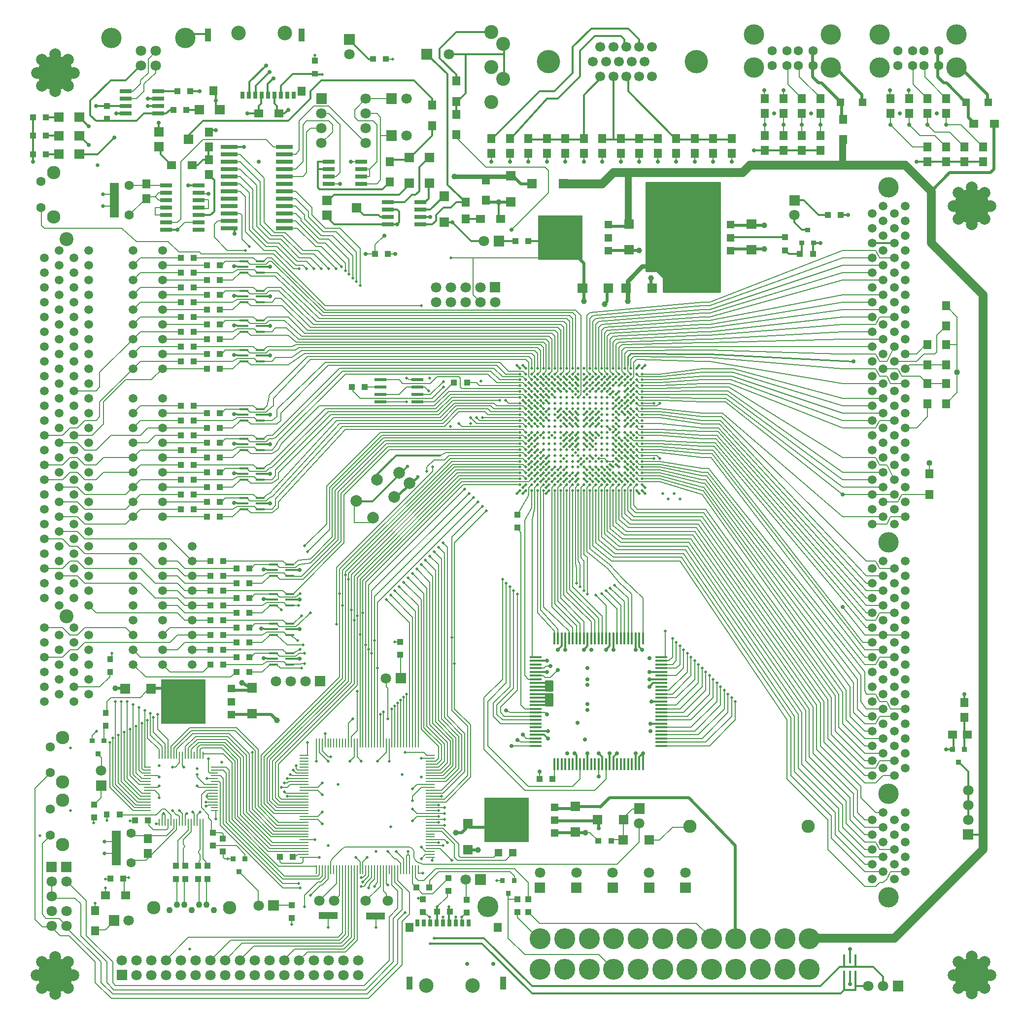
<source format=gbr>
%FSLAX34Y34*%
%MOMM*%
%LNCOPPER_TOP*%
G71*
G01*
%ADD10C, 0.20*%
%ADD11C, 0.15*%
%ADD12C, 0.30*%
%ADD13C, 0.50*%
%ADD14C, 0.18*%
%ADD15C, 0.40*%
%ADD16C, 0.13*%
%ADD17C, 0.25*%
%ADD18C, 0.25*%
%ADD19C, 0.80*%
%ADD20C, 1.50*%
%ADD21C, 1.20*%
%ADD22C, 0.46*%
%ADD23C, 0.70*%
%ADD24C, 2.00*%
%ADD25C, 1.80*%
%ADD26C, 1.60*%
%ADD27C, 2.30*%
%ADD28C, 1.50*%
%ADD29C, 2.40*%
%ADD30R, 1.52X1.42*%
%ADD31R, 1.42X1.52*%
%ADD32C, 0.63*%
%ADD33C, 1.00*%
%ADD34R, 1.63X6.00*%
%ADD35C, 1.10*%
%ADD36C, 2.30*%
%ADD37R, 0.25X1.30*%
%ADD38R, 0.25X1.30*%
%ADD39R, 1.30X0.25*%
%ADD40R, 1.30X0.25*%
%ADD41R, 1.30X0.25*%
%ADD42R, 1.10X2.20*%
%ADD43R, 1.50X0.42*%
%ADD44R, 1.50X0.42*%
%ADD45R, 0.70X1.30*%
%ADD46C, 2.50*%
%ADD47R, 1.50X0.42*%
%ADD48R, 3.00X0.66*%
%ADD49R, 0.70X1.30*%
%ADD50R, 3.25X1.27*%
%ADD51C, 1.80*%
%ADD52R, 2.03X0.66*%
%ADD53R, 2.03X0.60*%
%ADD54R, 0.70X1.30*%
%ADD55C, 0.60*%
%ADD56C, 0.50*%
%ADD57C, 2.40*%
%ADD58R, 0.33X2.10*%
%ADD59C, 1.70*%
%ADD60C, 2.29*%
%ADD61R, 0.42X1.50*%
%ADD62C, 1.02*%
%ADD63C, 3.50*%
%ADD64R, 0.25X1.30*%
%ADD65R, 1.40X1.60*%
%ADD66C, 3.60*%
%ADD67R, 0.42X1.50*%
%ADD68R, 2.10X0.33*%
%ADD69R, 2.10X0.33*%
%ADD70C, 4.00*%
%ADD71C, 6.00*%
%ADD72R, 0.22X1.60*%
%ADD73R, 1.60X0.22*%
%LPD*%
G54D10*
X51943Y403885D02*
X26543Y378485D01*
X26543Y153060D01*
X39243Y140360D01*
X55118Y140360D01*
G54D10*
X55016Y140005D02*
X70002Y124993D01*
X85014Y124993D01*
X129997Y80009D01*
X129997Y45009D01*
X157506Y17501D01*
X599999Y17501D01*
X657504Y75006D01*
X657504Y149987D01*
X670002Y162509D01*
X670002Y199999D01*
X650012Y219989D01*
X650012Y235000D01*
G54D10*
X645008Y235000D02*
X645008Y217500D01*
X657504Y205003D01*
X657504Y170002D01*
X642493Y154990D01*
X642493Y80009D01*
X594995Y32486D01*
X162509Y32486D01*
X150012Y45009D01*
X150012Y80009D01*
X105004Y124993D01*
X105004Y180009D01*
X94996Y189992D01*
X55016Y189992D01*
X55016Y214986D01*
G54D11*
X80518Y141935D02*
X67818Y154635D01*
X45593Y154635D01*
G54D11*
X42418Y654710D02*
X74168Y654710D01*
X86868Y642010D01*
X99568Y642010D01*
X112268Y654710D01*
X182118Y654710D01*
X194818Y642010D01*
G54D11*
X42418Y603910D02*
X74168Y603910D01*
X86868Y616610D01*
X99568Y616610D01*
X112268Y629310D01*
X258318Y629310D01*
X271018Y642010D01*
G54D11*
X42418Y807110D02*
X74168Y807110D01*
X86868Y794410D01*
X99568Y794410D01*
X112268Y781710D01*
X207518Y781710D01*
X232918Y756310D01*
G54D11*
X42418Y756310D02*
X74168Y756310D01*
X86868Y769010D01*
X99568Y769010D01*
X112268Y756310D01*
X207518Y756310D01*
X232918Y730910D01*
G54D11*
X67818Y870610D02*
X99568Y870610D01*
X112268Y857910D01*
X182118Y857910D01*
X194818Y870610D01*
G54D11*
X67818Y845210D02*
X99568Y845210D01*
X112268Y832510D01*
X182118Y832510D01*
X194818Y845210D01*
G54D11*
X42418Y934110D02*
X74168Y934110D01*
X86868Y946810D01*
X99568Y946810D01*
X112268Y934110D01*
X131318Y934110D01*
X144018Y946810D01*
X194818Y946810D01*
G54D11*
X42418Y908710D02*
X74168Y908710D01*
X86868Y921410D01*
X99568Y921410D01*
X112268Y908710D01*
X131318Y908710D01*
X144018Y921410D01*
X194818Y921410D01*
G54D11*
X42418Y984910D02*
X74168Y984910D01*
X86868Y997610D01*
X99568Y997610D01*
X112268Y1010310D01*
X131318Y1010310D01*
X137668Y1016660D01*
X137668Y1042060D01*
X194818Y1099210D01*
G54D12*
X45593Y1499260D02*
X67818Y1499260D01*
G54D12*
X45593Y1467510D02*
X67818Y1467510D01*
G54D12*
X45593Y1531010D02*
X67818Y1531010D01*
G54D10*
X80010Y219989D02*
X115011Y184988D01*
X115011Y124993D01*
X159995Y80009D01*
X159995Y45009D01*
X164998Y40005D01*
X592506Y40005D01*
X635000Y82499D01*
X635000Y157505D01*
X650012Y172491D01*
X650012Y202488D01*
X640004Y212496D01*
X640004Y232486D01*
G54D10*
X80010Y140005D02*
X140005Y80009D01*
X140005Y45009D01*
X159995Y24993D01*
X597510Y24993D01*
X650012Y77495D01*
X650012Y152501D01*
X662508Y164998D01*
G54D10*
X147498Y207492D02*
X147498Y199999D01*
G54D10*
X129997Y181254D02*
X129997Y173735D01*
G54D11*
X129997Y135000D02*
X147498Y135000D01*
X162509Y149987D01*
G54D10*
X187503Y224993D02*
X180010Y224993D01*
X180010Y194996D01*
G54D10*
X161366Y266700D02*
X146354Y266700D01*
G54D10*
X147498Y222504D02*
X155016Y222504D01*
G54D10*
X127508Y318744D02*
X127508Y328752D01*
G54D10*
X150012Y323748D02*
X150012Y333756D01*
G54D11*
X135001Y437490D02*
X141250Y431241D01*
X141250Y408736D01*
G54D11*
X124994Y459994D02*
X124994Y468757D01*
X132512Y476250D01*
G54D10*
X145009Y459994D02*
X145009Y483743D01*
G54D13*
X164998Y549986D02*
X182499Y549986D01*
G54D11*
X93218Y553110D02*
X137668Y553110D01*
X155016Y570001D01*
X155016Y577494D01*
G54D11*
X224993Y552500D02*
X207518Y534060D01*
X156718Y534060D01*
X150012Y527506D01*
X150012Y507492D01*
G54D10*
X158750Y610006D02*
X158750Y602487D01*
G54D11*
X93218Y984910D02*
X124968Y984910D01*
X144018Y1003960D01*
X144018Y1042060D01*
X182118Y1080160D01*
X226568Y1080160D01*
X245618Y1099210D01*
G54D11*
X93218Y1061110D02*
X131318Y1061110D01*
X137668Y1067460D01*
X137668Y1092860D01*
X194818Y1150010D01*
G54D10*
X158446Y1378534D02*
X143459Y1378534D01*
G54D10*
X158446Y1398524D02*
X143459Y1398524D01*
G54D12*
X102743Y1467510D02*
X134493Y1467510D01*
X163068Y1496085D01*
G54D12*
X131318Y1550060D02*
X175768Y1550060D01*
G54D12*
X178943Y1537360D02*
X166243Y1537360D01*
G54D12*
X207518Y1619910D02*
X182118Y1594510D01*
X156718Y1594510D01*
X121793Y1559585D01*
X121793Y1534185D01*
X131318Y1524660D01*
X201168Y1524660D01*
X213868Y1537360D01*
X232918Y1537360D01*
G54D10*
X255016Y314985D02*
X255016Y310007D01*
X252501Y307492D01*
X229997Y307492D01*
X222504Y314985D01*
X222504Y322503D01*
G54D10*
X245008Y324993D02*
X245008Y332485D01*
X247498Y335001D01*
X250012Y332485D01*
X250012Y324993D01*
G54D10*
X173761Y332485D02*
X235001Y332485D01*
X245008Y342493D01*
X250012Y342493D01*
X259994Y332485D01*
X259994Y322503D01*
G54D10*
X264998Y314985D02*
X264998Y310007D01*
X252501Y297510D01*
X192507Y297510D01*
G54D10*
X235001Y317500D02*
X240004Y317500D01*
G54D11*
X217500Y359994D02*
X205004Y359994D01*
X175006Y389991D01*
X175006Y527506D01*
G54D11*
X217500Y354990D02*
X202514Y354990D01*
X170002Y387502D01*
X170002Y470001D01*
G54D11*
X217500Y349986D02*
X200000Y349986D01*
X164998Y384987D01*
X164998Y527506D01*
G54D11*
X217500Y345008D02*
X197510Y345008D01*
X159995Y382498D01*
X159995Y464998D01*
G54D11*
X217500Y405002D02*
X210007Y405002D01*
X205004Y410007D01*
X205004Y517499D01*
G54D11*
X217500Y410007D02*
X212496Y410007D01*
X210007Y412496D01*
X210007Y489991D01*
G54D11*
X217500Y394995D02*
X210007Y394995D01*
X200000Y405002D01*
X200000Y484988D01*
G54D11*
X217500Y370001D02*
X210007Y370001D01*
X185014Y394995D01*
X185014Y527506D01*
G54D10*
X224993Y399999D02*
X237515Y399999D01*
X240004Y397509D01*
G54D10*
X224993Y375005D02*
X232512Y375005D01*
X240004Y367487D01*
X240004Y362509D01*
G54D10*
X240004Y382498D02*
X237515Y380009D01*
X224993Y380009D01*
G54D10*
X275006Y429996D02*
X275006Y422503D01*
X267513Y414985D01*
X262509Y414985D01*
G54D11*
X217500Y389991D02*
X207518Y389991D01*
X194996Y402488D01*
X194996Y522503D01*
G54D11*
X217500Y384987D02*
X205004Y384987D01*
X190018Y399999D01*
X190018Y480009D01*
G54D11*
X217500Y364998D02*
X207518Y364998D01*
X180010Y392506D01*
X180010Y475005D01*
G54D11*
X255016Y437490D02*
X255016Y462508D01*
X237515Y480009D01*
X237515Y505003D01*
G54D11*
X250012Y437490D02*
X250012Y454989D01*
X229997Y475005D01*
X229997Y499998D01*
G54D11*
X245008Y437490D02*
X245008Y449986D01*
X224993Y470001D01*
X224993Y507492D01*
G54D11*
X240004Y437490D02*
X240004Y445007D01*
X220015Y464998D01*
X220015Y494995D01*
G54D13*
X229997Y549986D02*
X247498Y549986D01*
G54D10*
X245618Y642010D02*
X258318Y654710D01*
X372618Y654710D01*
G54D11*
X232918Y705510D02*
X207518Y730910D01*
X112268Y730910D01*
X99568Y743610D01*
X67818Y743610D01*
G54D11*
X220218Y997610D02*
X207518Y984910D01*
X156718Y984910D01*
X131318Y959510D01*
X112268Y959510D01*
X99568Y972210D01*
X67818Y972210D01*
G54D10*
X220218Y997610D02*
X245618Y997610D01*
X321818Y997610D01*
G54D10*
X37516Y1372971D02*
X37516Y1345463D01*
X42418Y1340510D01*
X175768Y1340510D01*
X200660Y1317193D01*
X255651Y1317193D01*
G54D10*
X245618Y1375435D02*
X232918Y1375435D01*
X232918Y1362735D01*
X245618Y1362735D01*
G54D10*
X245618Y1400835D02*
X239268Y1400835D01*
X232918Y1394485D01*
X239268Y1388135D01*
X245618Y1388135D01*
G54D10*
X232918Y1394485D02*
X217043Y1394485D01*
G54D12*
X261493Y1448460D02*
X242443Y1467510D01*
X242443Y1477035D01*
G54D11*
X188468Y1562760D02*
X201168Y1562760D01*
X213868Y1575460D01*
X213868Y1588160D01*
X234010Y1607006D01*
X234010Y1618005D01*
G54D12*
X232918Y1562760D02*
X220218Y1562760D01*
G54D12*
X232918Y1550060D02*
X220218Y1550060D01*
G54D12*
X242443Y1537360D02*
X251968Y1537360D01*
X258318Y1543710D01*
X264668Y1543710D01*
G54D11*
X234010Y1643990D02*
X221006Y1631010D01*
X221006Y1607006D01*
X207518Y1594510D01*
X207518Y1588160D01*
X194818Y1575460D01*
X188468Y1575460D01*
G54D10*
X281254Y247497D02*
X281254Y275005D01*
X283744Y278740D01*
X281254Y282498D01*
X281254Y289992D01*
X294996Y303758D01*
X294996Y314985D01*
G54D10*
X315011Y316255D02*
X315011Y257504D01*
X320014Y252501D01*
X320014Y247497D01*
G54D10*
X310007Y316255D02*
X310007Y273735D01*
X307518Y270002D01*
X307518Y267487D01*
X310007Y263753D01*
X310007Y254990D01*
X308762Y253746D01*
X308762Y247497D01*
G54D10*
X287502Y335001D02*
X285014Y332485D01*
X285014Y324993D01*
G54D10*
X280010Y324993D02*
X280010Y335001D01*
X275006Y340004D01*
G54D10*
X262509Y340004D02*
X270002Y332485D01*
X272516Y332485D01*
X275006Y329996D01*
X275006Y324993D01*
G54D10*
X305004Y322503D02*
X305004Y332485D01*
X310007Y337490D01*
G54D10*
X329997Y354990D02*
X320014Y354990D01*
G54D10*
X329997Y359994D02*
X324993Y359994D01*
X322504Y362509D01*
X322504Y367487D01*
X324993Y370001D01*
X332512Y370001D01*
G54D10*
X320014Y347497D02*
X324993Y349986D01*
X329997Y349986D01*
G54D10*
X297510Y337490D02*
X300000Y335001D01*
X300000Y322503D01*
G54D11*
X329997Y375005D02*
X320014Y375005D01*
X312496Y367487D01*
X312496Y345008D01*
X324993Y332485D01*
X324993Y327507D01*
X329997Y322503D01*
X329997Y302488D01*
X347498Y302488D01*
X350012Y299999D01*
X350012Y292506D01*
G54D10*
X290018Y314985D02*
X290018Y306248D01*
X272516Y288747D01*
X272516Y247497D01*
G54D10*
X337516Y326238D02*
X337516Y340004D01*
G54D10*
X282499Y414985D02*
X280010Y417499D01*
X280010Y429996D01*
G54D10*
X329997Y384987D02*
X317500Y384987D01*
X305004Y397509D01*
X305004Y402488D01*
G54D10*
X305004Y382498D02*
X307518Y380009D01*
X329997Y380009D01*
G54D10*
X322504Y394995D02*
X329997Y394995D01*
G54D10*
X329997Y364998D02*
X322504Y364998D01*
G54D11*
X337516Y399999D02*
X345008Y399999D01*
X350012Y394995D01*
X350012Y317500D01*
X452501Y214986D01*
X480009Y214986D01*
G54D11*
X337516Y389991D02*
X342494Y389991D01*
X345008Y387502D01*
X345008Y314985D01*
X452501Y207492D01*
X482498Y207492D01*
G54D14*
X329997Y405002D02*
X327508Y405002D01*
X324993Y407491D01*
X324993Y429996D01*
G54D11*
X310007Y437490D02*
X310007Y445007D01*
X312496Y447497D01*
X347498Y447497D01*
X370002Y424992D01*
X370002Y327507D01*
X427508Y270002D01*
X485013Y270002D01*
G54D11*
X305004Y437490D02*
X305004Y447497D01*
X310007Y452500D01*
X350012Y452500D01*
X375006Y427507D01*
X375006Y329996D01*
X429996Y275005D01*
X485013Y275005D01*
G54D11*
X294996Y437490D02*
X294996Y445007D01*
X307518Y457505D01*
X352502Y457505D01*
X380010Y429996D01*
X380010Y332485D01*
X432511Y280009D01*
X485013Y280009D01*
G54D11*
X290018Y437490D02*
X290018Y447497D01*
X305004Y462508D01*
X355016Y462508D01*
X385013Y432485D01*
X385013Y335001D01*
X435000Y284987D01*
X485013Y284987D01*
G54D11*
X285014Y437490D02*
X285014Y449986D01*
X302514Y467487D01*
X357505Y467487D01*
X390017Y435000D01*
X390017Y337490D01*
X432511Y294995D01*
X482498Y294995D01*
G54D10*
X296418Y616610D02*
X328168Y616610D01*
G54D10*
X271018Y642010D02*
X296418Y642010D01*
X328168Y642010D01*
G54D10*
X232918Y705510D02*
X271018Y705510D01*
X283718Y692810D01*
X296418Y692810D01*
X328168Y692810D01*
G54D10*
X232918Y730910D02*
X271018Y730910D01*
X283718Y718210D01*
X328168Y718210D01*
G54D10*
X296418Y769010D02*
X328168Y769010D01*
G54D10*
X271018Y1337335D02*
X283718Y1350035D01*
X302768Y1350035D01*
G54D10*
X347218Y1353210D02*
X340868Y1353210D01*
X334518Y1346860D01*
X334518Y1324635D01*
X356743Y1302410D01*
X388493Y1302410D01*
G54D10*
X690016Y1207490D02*
X525018Y1207490D01*
X436118Y1296060D01*
X312293Y1296060D01*
X309118Y1299235D01*
X274193Y1299235D01*
X255016Y1317498D01*
G54D12*
X290068Y1413535D02*
X302768Y1413535D01*
G54D10*
X315011Y1399412D02*
X324993Y1399412D01*
G54D10*
X315011Y1389430D02*
X324993Y1389430D01*
X324993Y1374419D01*
X315011Y1374419D01*
G54D12*
X315468Y1362735D02*
X328168Y1362735D01*
X334518Y1369085D01*
X334518Y1423060D01*
X324993Y1432585D01*
G54D12*
X296418Y1448460D02*
X305943Y1448460D01*
X315468Y1457985D01*
X324993Y1457985D01*
X324993Y1480210D01*
G54D10*
X258318Y1350035D02*
X271018Y1350035D01*
X277368Y1356385D01*
X277368Y1454810D01*
X315468Y1492910D01*
X423418Y1492910D01*
X436118Y1480210D01*
X442468Y1480210D01*
G54D12*
X321818Y1508785D02*
X337693Y1508785D01*
G54D12*
X296418Y1575460D02*
X309118Y1575460D01*
G54D12*
X286893Y1543710D02*
X309118Y1543710D01*
G54D12*
X337693Y1572285D02*
X337693Y1550060D01*
G54D12*
X288468Y1673885D02*
X323392Y1673885D01*
G54D11*
X570001Y232486D02*
X570001Y122504D01*
X555015Y107492D01*
X402514Y107492D01*
X380010Y84988D01*
G54D11*
X564998Y232486D02*
X564998Y124993D01*
X552501Y112496D01*
X382498Y112496D01*
X355016Y84988D01*
G54D11*
X377495Y235000D02*
X410006Y202488D01*
X410006Y177495D01*
G54D11*
X367512Y257504D02*
X357505Y257504D01*
X352502Y257504D01*
X350012Y259994D01*
X350012Y270002D01*
G54D11*
X332512Y280009D02*
X372516Y280009D01*
X387502Y264998D01*
X387502Y257504D01*
G54D11*
X510007Y245008D02*
X445008Y245008D01*
X364998Y324993D01*
X364998Y422503D01*
X350012Y437490D01*
X315011Y437490D01*
G54D11*
X340004Y414985D02*
X355016Y414985D01*
X359994Y410007D01*
X359994Y322503D01*
X455016Y227507D01*
X512496Y227507D01*
X515010Y229996D01*
X515010Y232486D01*
G54D11*
X337516Y410007D02*
X350012Y410007D01*
X355016Y405002D01*
X355016Y319989D01*
X452501Y222504D01*
X515010Y222504D01*
X520014Y227507D01*
X520014Y232486D01*
G54D11*
X485013Y314985D02*
X442494Y314985D01*
X410006Y347497D01*
X410006Y445007D01*
X372516Y482498D01*
X292506Y482498D01*
X259994Y449986D01*
X259994Y437490D01*
G54D11*
X485013Y310007D02*
X440004Y310007D01*
X405003Y345008D01*
X405003Y442493D01*
X370002Y477494D01*
X294996Y477494D01*
X264998Y447497D01*
X264998Y437490D01*
G54D11*
X430479Y591210D02*
X417068Y578510D01*
X398018Y578510D01*
G54D10*
X194818Y591210D02*
X217500Y570001D01*
X362509Y570001D01*
X372618Y578510D01*
G54D13*
X382143Y559460D02*
X398018Y549935D01*
G54D13*
X394843Y546760D02*
X366268Y546760D01*
G54D11*
X430479Y642010D02*
X417068Y629310D01*
X398018Y629310D01*
G54D11*
X433654Y661060D02*
X404368Y661060D01*
X398018Y654710D01*
G54D11*
X433654Y610260D02*
X404368Y610260D01*
X398018Y603910D01*
G54D11*
X459054Y642010D02*
X454304Y646760D01*
X425730Y646760D01*
X417068Y642010D01*
X353568Y642010D01*
G54D11*
X430479Y743610D02*
X417068Y730910D01*
X398018Y730910D01*
G54D11*
X433654Y711860D02*
X404368Y711860D01*
X398018Y705510D01*
G54D11*
X430479Y692810D02*
X417068Y680110D01*
X398018Y680110D01*
G54D11*
X459054Y692810D02*
X454304Y697560D01*
X425730Y697560D01*
X417068Y692810D01*
X353568Y692810D01*
G54D11*
X433654Y762660D02*
X404368Y762660D01*
X398018Y756310D01*
G54D11*
X408254Y857910D02*
X403504Y862659D01*
X374930Y862659D01*
X366268Y857910D01*
X302768Y857910D01*
G54D11*
X390804Y857910D02*
X397154Y851560D01*
X433654Y851560D01*
X445008Y859993D01*
X445008Y870000D01*
X559994Y994994D01*
G54D12*
X382854Y867435D02*
X374930Y867435D01*
X373329Y869010D01*
X368580Y869010D01*
G54D11*
X379679Y857910D02*
X366268Y845210D01*
X347218Y845210D01*
G54D11*
X302768Y883310D02*
X401904Y883310D01*
X408254Y876960D01*
G54D11*
X390804Y876960D02*
X395554Y872185D01*
X424130Y872185D01*
X428904Y876960D01*
X435000Y880008D01*
X550012Y1005001D01*
X727506Y1005001D01*
X752500Y1029995D01*
G54D11*
X382854Y876960D02*
X353568Y876960D01*
X347218Y870610D01*
G54D11*
X408254Y908710D02*
X403504Y913460D01*
X374930Y913460D01*
X366268Y908710D01*
X302768Y908710D01*
G54D11*
X390804Y908710D02*
X397154Y902360D01*
X433654Y902360D01*
X445008Y910005D01*
G54D12*
X382854Y918235D02*
X374930Y918235D01*
X373329Y919810D01*
X368580Y919810D01*
G54D11*
X302768Y934110D02*
X401904Y934110D01*
X408254Y927760D01*
G54D11*
X390804Y927760D02*
X395554Y922985D01*
X424130Y922985D01*
X428904Y927760D01*
X435000Y929995D01*
X529996Y1024991D01*
X717499Y1024991D01*
X742492Y1049985D01*
G54D11*
X382854Y927760D02*
X353568Y927760D01*
X347218Y921410D01*
G54D11*
X408254Y959510D02*
X403504Y964260D01*
X374930Y964260D01*
X366268Y959510D01*
X302768Y959510D01*
G54D11*
X390804Y959510D02*
X397154Y953160D01*
X433654Y953160D01*
X445008Y959993D01*
X450012Y970001D01*
X515010Y1034999D01*
X712496Y1034999D01*
X737514Y1059992D01*
G54D12*
X382854Y969035D02*
X374930Y969035D01*
X373329Y970610D01*
X368580Y970610D01*
G54D11*
X379679Y959510D02*
X366268Y946810D01*
X347218Y946810D01*
G54D11*
X408254Y1010310D02*
X403504Y1015060D01*
X374930Y1015060D01*
X366268Y1010310D01*
X302768Y1010310D01*
G54D11*
X390804Y1010310D02*
X397154Y1003960D01*
X442468Y1003960D01*
X448818Y1010310D01*
X448818Y1023010D01*
X529996Y1105001D01*
G54D12*
X382854Y1019835D02*
X374930Y1019835D01*
X373329Y1021409D01*
X368580Y1021409D01*
G54D11*
X379679Y1010310D02*
X366268Y997610D01*
X347218Y997610D01*
G54D11*
X302768Y984910D02*
X401904Y984910D01*
X408254Y978560D01*
G54D11*
X390804Y978560D02*
X395554Y973784D01*
X424130Y973784D01*
X428904Y978560D01*
X433654Y978560D01*
X440004Y980008D01*
X555015Y1094994D01*
G54D11*
X382854Y978560D02*
X353568Y978560D01*
X347218Y972210D01*
G54D11*
X302768Y1035710D02*
X401904Y1035710D01*
X408254Y1029360D01*
G54D11*
X390804Y1029360D02*
X395554Y1024585D01*
X424130Y1024585D01*
X428904Y1029360D01*
X436118Y1035710D01*
X436118Y1048410D01*
X499999Y1115009D01*
G54D11*
X382854Y1029360D02*
X353568Y1029360D01*
X347218Y1023010D01*
G54D11*
X408254Y1111910D02*
X403504Y1116659D01*
X374930Y1116659D01*
X366268Y1111910D01*
X302768Y1111910D01*
G54D11*
X390804Y1111910D02*
X397154Y1105560D01*
X461518Y1105560D01*
X490016Y1124991D01*
G54D12*
X382854Y1121435D02*
X374930Y1121435D01*
X373329Y1123010D01*
X368580Y1123010D01*
G54D11*
X379679Y1111910D02*
X366268Y1099210D01*
X347218Y1099210D01*
G54D11*
X408254Y1162710D02*
X403504Y1167460D01*
X374930Y1167460D01*
X366268Y1162710D01*
X302768Y1162710D01*
G54D11*
X390804Y1162710D02*
X397154Y1156360D01*
X461518Y1156360D01*
X475006Y1145006D01*
G54D12*
X382854Y1172235D02*
X374930Y1172235D01*
X373329Y1173810D01*
X368580Y1173810D01*
G54D11*
X379679Y1162710D02*
X366268Y1150010D01*
X347218Y1150010D01*
G54D11*
X302768Y1188110D02*
X401904Y1188110D01*
X408254Y1181760D01*
G54D11*
X390804Y1181760D02*
X395554Y1176985D01*
X424130Y1176985D01*
X428904Y1181760D01*
X455168Y1181760D01*
X485013Y1154988D01*
G54D11*
X382854Y1181760D02*
X353568Y1181760D01*
X347218Y1175410D01*
G54D11*
X302768Y1137310D02*
X401904Y1137310D01*
X408254Y1130960D01*
G54D11*
X390804Y1130960D02*
X395554Y1126185D01*
X424130Y1126185D01*
X428904Y1130960D01*
X474218Y1130960D01*
X480009Y1134998D01*
G54D11*
X382854Y1130960D02*
X353568Y1130960D01*
X347218Y1124610D01*
G54D11*
X408254Y1264310D02*
X403504Y1269060D01*
X374930Y1269060D01*
X366268Y1264310D01*
X302768Y1264310D01*
G54D11*
X390804Y1264310D02*
X397154Y1257960D01*
X439293Y1257960D01*
X515010Y1184986D01*
G54D12*
X382854Y1273835D02*
X374930Y1273835D01*
X373329Y1275409D01*
X368580Y1275409D01*
G54D11*
X379679Y1264310D02*
X366268Y1251610D01*
X347218Y1251610D01*
G54D11*
X408254Y1213510D02*
X403504Y1218260D01*
X374930Y1218260D01*
X366268Y1213510D01*
X302768Y1213510D01*
G54D11*
X390804Y1213510D02*
X397154Y1207160D01*
X451993Y1207160D01*
X494995Y1164996D01*
G54D12*
X382854Y1223035D02*
X374930Y1223035D01*
X373329Y1224610D01*
X368580Y1224610D01*
G54D11*
X302768Y1238910D02*
X401904Y1238910D01*
X408254Y1232560D01*
G54D11*
X390804Y1232560D02*
X395554Y1227784D01*
X424130Y1227784D01*
X428904Y1232560D01*
X445643Y1232560D01*
X505002Y1175004D01*
G54D11*
X382854Y1232560D02*
X353568Y1232560D01*
X347218Y1226210D01*
G54D11*
X302768Y1289710D02*
X401904Y1289710D01*
X408254Y1283360D01*
G54D11*
X390804Y1283360D02*
X395554Y1278585D01*
X424130Y1278585D01*
X428904Y1283360D01*
X432943Y1283360D01*
X522504Y1194994D01*
G54D11*
X382854Y1283360D02*
X353568Y1283360D01*
X347218Y1277010D01*
G54D10*
X394843Y1308760D02*
X382143Y1321460D01*
X382143Y1362735D01*
X378968Y1365910D01*
X372618Y1365910D01*
G54D10*
X480568Y1270660D02*
X471043Y1270660D01*
X439293Y1302410D01*
X420243Y1302410D01*
X388493Y1334160D01*
X388493Y1394485D01*
X378968Y1404010D01*
X372618Y1404010D01*
G54D12*
X369443Y1330985D02*
X369443Y1340510D01*
G54D10*
X372618Y1416710D02*
X378968Y1416710D01*
X394843Y1400835D01*
X394843Y1337335D01*
X423418Y1308760D01*
X442468Y1308760D01*
X474218Y1277010D01*
X486918Y1277010D01*
X493268Y1270660D01*
G54D10*
X372618Y1467510D02*
X378968Y1467510D01*
X420243Y1426235D01*
X420243Y1350035D01*
X437693Y1332560D01*
X456742Y1332560D01*
X486918Y1302410D01*
X512318Y1302410D01*
X544068Y1270660D01*
G54D10*
X372618Y1454810D02*
X378968Y1454810D01*
X413893Y1419885D01*
X413893Y1346860D01*
X432943Y1327810D01*
X451993Y1327810D01*
X483743Y1296060D01*
X505968Y1296060D01*
X531368Y1270660D01*
G54D10*
X372618Y1442110D02*
X378968Y1442110D01*
X407543Y1413535D01*
X407543Y1343685D01*
X429768Y1321460D01*
X448818Y1321460D01*
X480568Y1289710D01*
X499618Y1289710D01*
X518668Y1270660D01*
G54D12*
X385318Y1480210D02*
X369443Y1480210D01*
G54D12*
X415468Y1567510D02*
X415468Y1554810D01*
X410718Y1550060D01*
X410718Y1537360D01*
X391668Y1537360D01*
G54D11*
X580009Y232486D02*
X580009Y117500D01*
X559994Y97485D01*
X494995Y97485D01*
X480009Y82499D01*
G54D11*
X575006Y232486D02*
X575006Y119990D01*
X557504Y102489D01*
X472516Y102489D01*
X455016Y84988D01*
G54D11*
X525018Y232486D02*
X525018Y224993D01*
X517500Y217500D01*
X512496Y217500D01*
X490016Y194996D01*
X490016Y175006D01*
G54D11*
X437515Y177495D02*
X467512Y177495D01*
G54D11*
X467512Y154990D02*
X467512Y145008D01*
G54D11*
X482498Y264998D02*
X477494Y264998D01*
X475006Y262509D01*
X472516Y262509D01*
G54D11*
X447497Y259994D02*
X447497Y252501D01*
X450012Y249986D01*
X485013Y249986D01*
X487502Y252501D01*
X487502Y259994D01*
G54D11*
X482498Y349986D02*
X445008Y349986D01*
X435000Y359994D01*
X435000Y424992D01*
X570001Y559994D01*
X570001Y745007D01*
X750011Y924992D01*
G54D11*
X482498Y345008D02*
X442494Y345008D01*
X429996Y357505D01*
X429996Y427507D01*
X564998Y562508D01*
X564998Y747496D01*
X747496Y929995D01*
G54D11*
X482498Y340004D02*
X440004Y340004D01*
X424992Y354990D01*
X424992Y429996D01*
X559994Y564997D01*
X559994Y749985D01*
X745008Y934999D01*
G54D11*
X482498Y359994D02*
X450012Y359994D01*
X445008Y364998D01*
X445008Y419989D01*
X580009Y554989D01*
X580009Y740003D01*
X755015Y915009D01*
G54D11*
X482498Y354990D02*
X447497Y354990D01*
X440004Y362509D01*
X440004Y422503D01*
X575006Y557504D01*
X575006Y742492D01*
X752500Y919987D01*
G54D11*
X482498Y335001D02*
X437515Y335001D01*
X420014Y352501D01*
X420014Y432485D01*
X555015Y567486D01*
X555015Y752500D01*
X742492Y940002D01*
G54D11*
X482498Y319989D02*
X445008Y319989D01*
X415010Y349986D01*
X415010Y435000D01*
X550012Y570001D01*
X550012Y754990D01*
X740004Y945007D01*
G54D11*
X485013Y305002D02*
X437515Y305002D01*
X399999Y342493D01*
X399999Y440004D01*
G54D11*
X482498Y299999D02*
X435000Y299999D01*
X394996Y340004D01*
X394996Y437490D01*
X359994Y472490D01*
X297510Y472490D01*
X270002Y445007D01*
X270002Y437490D01*
G54D11*
X482498Y394995D02*
X459994Y394995D01*
G54D11*
X482498Y384987D02*
X464998Y384987D01*
X459994Y380009D01*
X450012Y380009D01*
G54D11*
X482498Y389991D02*
X462508Y389991D01*
X459994Y387502D01*
X455016Y387502D01*
G54D11*
X482498Y399999D02*
X467512Y399999D01*
X464998Y402488D01*
G54D11*
X482498Y405002D02*
X475006Y405002D01*
X470002Y410007D01*
G54D11*
X482498Y410007D02*
X477494Y410007D01*
X475006Y412496D01*
X475006Y417499D01*
G54D11*
X482498Y364998D02*
X459994Y364998D01*
G54D11*
X482498Y370001D02*
X457504Y370001D01*
X455016Y372491D01*
G54D13*
X442494Y494995D02*
X432511Y505003D01*
X364998Y505003D01*
G54D11*
X441604Y591210D02*
X447954Y584860D01*
X485013Y584987D01*
G54D11*
X459054Y591210D02*
X454304Y595960D01*
X425730Y595960D01*
X417068Y591210D01*
X353568Y591210D01*
G54D12*
X433654Y600735D02*
X425730Y600735D01*
X424130Y602310D01*
X419380Y602310D01*
G54D12*
X433654Y651535D02*
X425730Y651535D01*
X415010Y652501D01*
G54D11*
X441604Y661060D02*
X446354Y656284D01*
X474929Y656284D01*
X480009Y659993D01*
X499999Y680009D01*
G54D11*
X353568Y616610D02*
X452704Y616610D01*
X459054Y610260D01*
G54D11*
X441604Y610260D02*
X446354Y605485D01*
X474929Y605485D01*
X480568Y610260D01*
X490016Y610006D01*
G54D12*
X465404Y600735D02*
X481280Y600735D01*
G54D12*
X465404Y651535D02*
X481280Y651535D01*
G54D11*
X470180Y610260D02*
X482498Y617499D01*
G54D11*
X441604Y642010D02*
X459994Y624992D01*
X487502Y624992D01*
G54D11*
X465404Y642010D02*
X477494Y632485D01*
G54D12*
X433654Y702335D02*
X425730Y702335D01*
X424130Y703909D01*
X419380Y703909D01*
G54D11*
X353568Y718210D02*
X452704Y718210D01*
X459054Y711860D01*
G54D11*
X441604Y711860D02*
X446354Y707085D01*
X474929Y707085D01*
X482498Y712495D01*
G54D12*
X465404Y702335D02*
X481280Y702335D01*
G54D11*
X441604Y692810D02*
X450012Y684987D01*
G54D11*
X465404Y692810D02*
X480009Y692505D01*
G54D11*
X441604Y743610D02*
X447497Y737489D01*
X487502Y737489D01*
X552501Y802488D01*
X552501Y884986D01*
X632511Y964996D01*
G54D11*
X470002Y742492D02*
X485013Y742492D01*
X547497Y805002D01*
X547497Y887501D01*
X629996Y970001D01*
G54D11*
X459054Y743610D02*
X454304Y748360D01*
X425730Y748360D01*
X417068Y743610D01*
X353568Y743610D01*
G54D12*
X433654Y753135D02*
X425730Y753135D01*
X424130Y754710D01*
X419380Y754710D01*
G54D11*
X353568Y769010D02*
X452704Y769010D01*
X459054Y762660D01*
G54D11*
X441604Y762660D02*
X446354Y757885D01*
X474929Y757885D01*
X480568Y762660D01*
X499999Y764997D01*
X542493Y807491D01*
X542493Y889990D01*
X627507Y975004D01*
G54D12*
X465404Y753135D02*
X481280Y753135D01*
G54D11*
X470180Y762660D02*
X474218Y765835D01*
X480009Y770000D01*
G54D11*
X414604Y857910D02*
X433654Y857910D01*
X440004Y864260D01*
X440004Y875004D01*
X555015Y999998D01*
X729996Y999998D01*
X755015Y1024991D01*
G54D11*
X419380Y876960D02*
X425730Y883310D01*
X429996Y884986D01*
X545008Y1010005D01*
X725018Y1010005D01*
X750011Y1034999D01*
G54D11*
X414604Y908710D02*
X433654Y908710D01*
X440004Y915060D01*
X440004Y924992D01*
X535000Y1019987D01*
X720014Y1019987D01*
X745008Y1045007D01*
G54D11*
X414604Y959510D02*
X433654Y959510D01*
X440004Y965860D01*
X445008Y975004D01*
X559994Y1089989D01*
G54D11*
X419380Y927760D02*
X425730Y934110D01*
X429996Y934999D01*
X525018Y1029995D01*
X715010Y1029995D01*
X740004Y1054989D01*
G54D11*
X445008Y910057D02*
X445008Y919987D01*
X540004Y1015009D01*
X722503Y1015009D01*
X747496Y1040002D01*
G54D11*
X414604Y1010310D02*
X433654Y1010310D01*
X442468Y1016660D01*
X442468Y1029360D01*
X525018Y1110005D01*
G54D11*
X419380Y978560D02*
X425730Y984910D01*
X435000Y984986D01*
X550012Y1099998D01*
G54D11*
X414604Y1111910D02*
X433654Y1111910D01*
X440004Y1118260D01*
X467868Y1118260D01*
X485013Y1129995D01*
G54D11*
X494995Y1119988D02*
X429768Y1054760D01*
X425730Y1035710D01*
X419380Y1029360D01*
G54D11*
X414604Y1162710D02*
X433654Y1162710D01*
X440004Y1169060D01*
X458343Y1169060D01*
X480009Y1150010D01*
G54D11*
X419380Y1130960D02*
X425730Y1137310D01*
X467868Y1137310D01*
X475006Y1140003D01*
G54D11*
X419380Y1181760D02*
X425730Y1188110D01*
X461518Y1188110D01*
X490016Y1159992D01*
G54D11*
X414604Y1213510D02*
X433654Y1213510D01*
X440004Y1219860D01*
X448818Y1219860D01*
X499999Y1170000D01*
G54D11*
X419380Y1232560D02*
X425730Y1238910D01*
X448818Y1238910D01*
X510007Y1180007D01*
G54D11*
X419380Y1283360D02*
X425730Y1289710D01*
X432943Y1289710D01*
X525018Y1199997D01*
G54D10*
X467868Y1340510D02*
X477393Y1340510D01*
X509143Y1308760D01*
X518668Y1308760D01*
X553593Y1273835D01*
G54D10*
X505968Y1270660D02*
X493268Y1283360D01*
X477393Y1283360D01*
X445643Y1315110D01*
X426593Y1315110D01*
X401193Y1340510D01*
X401193Y1407185D01*
X378968Y1429410D01*
X372618Y1429410D01*
G54D10*
X566293Y1261135D02*
X566293Y1286535D01*
X531368Y1321460D01*
X515493Y1321460D01*
X483743Y1353210D01*
X483743Y1356385D01*
X474218Y1365910D01*
X467868Y1365910D01*
G54D10*
X572643Y1254785D02*
X572643Y1292885D01*
X537718Y1327810D01*
X518668Y1327810D01*
X490093Y1356385D01*
X490093Y1362735D01*
X474218Y1378610D01*
X467868Y1378610D01*
G54D10*
X578993Y1248435D02*
X578993Y1299235D01*
X544068Y1334160D01*
X521843Y1334160D01*
X496443Y1359560D01*
X496443Y1369085D01*
X474218Y1391310D01*
X467868Y1391310D01*
G54D10*
X585343Y1242085D02*
X585343Y1305585D01*
X550418Y1340510D01*
X525018Y1340510D01*
X502793Y1362735D01*
X502793Y1375435D01*
X474218Y1404010D01*
X467868Y1404010D01*
G54D10*
X594868Y1486560D02*
X531368Y1550060D01*
X505968Y1550060D01*
X480568Y1524660D01*
X480568Y1473860D01*
X474218Y1467510D01*
X467868Y1467510D01*
G54D10*
X518668Y1486560D02*
X537718Y1505610D01*
X537718Y1518310D01*
X531368Y1524660D01*
X493268Y1524660D01*
X486918Y1518310D01*
X486918Y1454810D01*
X474218Y1442110D01*
X461518Y1442110D01*
G54D12*
X437693Y1567510D02*
X437693Y1554810D01*
X442468Y1550060D01*
X442468Y1537360D01*
X455168Y1537360D01*
X461518Y1543710D01*
G54D12*
X426593Y1572285D02*
X426593Y1588160D01*
X436118Y1597685D01*
G54D12*
X507543Y1605610D02*
X469443Y1605610D01*
X448818Y1584985D01*
X448818Y1570685D01*
G54D11*
X559994Y232486D02*
X559994Y127507D01*
X550012Y117500D01*
X362509Y117500D01*
X329997Y84988D01*
G54D11*
X555015Y232486D02*
X555015Y129997D01*
X547497Y122504D01*
X290018Y122504D01*
X252501Y84988D01*
G54D11*
X550012Y235000D02*
X550012Y194996D01*
X540004Y184988D01*
G54D11*
X529996Y159994D02*
X529996Y140005D01*
G54D11*
X515010Y184988D02*
X545008Y214986D01*
X545008Y235000D01*
G54D11*
X529996Y232486D02*
X529996Y222504D01*
X520014Y212496D01*
X517500Y212496D01*
X499999Y194996D01*
G54D10*
X535000Y245008D02*
X535000Y252501D01*
X537515Y257504D01*
X555015Y275005D01*
X559994Y277494D01*
X670002Y277494D01*
X675005Y275005D01*
X677494Y270002D01*
X677494Y259994D01*
X680009Y254990D01*
X682498Y252501D01*
X693293Y248310D01*
X1026668Y248310D01*
X1064768Y286410D01*
X1064768Y318160D01*
G54D11*
X494995Y329996D02*
X512496Y329996D01*
X520014Y337490D01*
G54D11*
X494995Y324993D02*
X512496Y324993D01*
X520014Y317500D01*
G54D11*
X494995Y380009D02*
X512496Y380009D01*
X520014Y387502D01*
G54D11*
X494995Y375005D02*
X512496Y375005D01*
X520014Y367487D01*
G54D11*
X575006Y449986D02*
X575006Y432485D01*
X567512Y424992D01*
G54D11*
X520014Y449986D02*
X520014Y442493D01*
X529996Y432485D01*
X535000Y432485D01*
G54D11*
X515010Y449986D02*
X515010Y440004D01*
X529996Y424992D01*
G54D11*
X525018Y462508D02*
X525018Y472490D01*
G54D11*
X570001Y462508D02*
X570001Y467487D01*
X580009Y477494D01*
X580009Y545007D01*
G54D10*
X564998Y462508D02*
X564998Y489991D01*
X572516Y497509D01*
G54D11*
X575006Y867486D02*
X575006Y834999D01*
X607518Y834999D01*
G54D11*
X622504Y984986D02*
X532511Y894994D01*
X532511Y822503D01*
X494995Y784987D01*
G54D11*
X572643Y1067460D02*
X572643Y1061110D01*
X585343Y1048410D01*
X709168Y1048410D01*
X728218Y1067460D01*
G54D10*
X559943Y1267485D02*
X559943Y1280185D01*
X525018Y1315110D01*
X512318Y1315110D01*
X477393Y1350035D01*
X474218Y1353210D01*
X467868Y1353210D01*
G54D10*
X550418Y1416710D02*
X537718Y1416710D01*
G54D12*
X525018Y1454810D02*
X512318Y1454810D01*
X512318Y1410360D01*
X515493Y1407185D01*
X623443Y1407185D01*
X636143Y1419885D01*
G54D12*
X528193Y1384960D02*
X540893Y1397660D01*
X652018Y1397660D01*
X671068Y1416710D01*
G54D12*
X512318Y1442110D02*
X525018Y1442110D01*
G54D10*
X518668Y1537360D02*
X531368Y1537360D01*
X550418Y1518310D01*
X550418Y1435760D01*
X544068Y1429410D01*
X531368Y1429410D01*
G54D10*
X507543Y1637360D02*
X507543Y1627835D01*
G54D12*
X520242Y1604035D02*
X507543Y1604035D01*
G54D11*
X625018Y235000D02*
X625018Y202488D01*
X629996Y197510D01*
X629996Y184988D01*
G54D11*
X612496Y159994D02*
X612496Y140005D01*
G54D11*
X655016Y245008D02*
X655016Y249986D01*
X647497Y257504D01*
X645008Y257504D01*
X632511Y270002D01*
G54D11*
X585013Y245008D02*
X585013Y252501D01*
X577494Y259994D01*
G54D11*
X590016Y245008D02*
X590016Y252501D01*
X597510Y259994D01*
G54D11*
X587502Y224993D02*
X590016Y224993D01*
X594995Y229996D01*
X594995Y232486D01*
G54D11*
X590016Y217500D02*
X599999Y227507D01*
X599999Y232486D01*
G54D11*
X599999Y207492D02*
X602514Y214986D01*
X610006Y222504D01*
X610006Y232486D01*
G54D11*
X615010Y232486D02*
X615010Y217500D01*
X610006Y210006D01*
G54D11*
X587502Y210006D02*
X592506Y210006D01*
X597510Y217500D01*
X605002Y224993D01*
X605002Y232486D01*
G54D11*
X629996Y235000D02*
X629996Y214986D01*
X632511Y212496D01*
G54D11*
X580009Y449986D02*
X580009Y432485D01*
X587502Y424992D01*
G54D11*
X629996Y449986D02*
X629996Y440004D01*
X615010Y424992D01*
G54D11*
X620014Y505003D02*
X620014Y462508D01*
G54D11*
X625018Y510006D02*
X625018Y462508D01*
G54D11*
X632511Y497509D02*
X632511Y549986D01*
X629996Y552500D01*
X629996Y567486D01*
G54D12*
X578408Y871372D02*
X606679Y871372D01*
X666801Y931494D01*
G54D15*
X672820Y903681D02*
X647497Y878357D01*
X645262Y880592D01*
X643636Y878992D01*
G54D12*
X722503Y949985D02*
X647497Y949985D01*
X609524Y912393D01*
G54D11*
X613918Y1067460D02*
X594868Y1067460D01*
G54D12*
X639318Y1372260D02*
X648843Y1372260D01*
X652018Y1369085D01*
X652018Y1350035D01*
X648843Y1346860D01*
X636143Y1346860D01*
G54D10*
X594868Y1296060D02*
X610743Y1296060D01*
X610743Y1311935D01*
X626618Y1327810D01*
G54D10*
X632968Y1296060D02*
X645668Y1296060D01*
G54D12*
X578993Y1375435D02*
X591693Y1362735D01*
X617093Y1362735D01*
X620268Y1359560D01*
X626618Y1359560D01*
G54D10*
X594868Y1416710D02*
X613918Y1416710D01*
X620268Y1423060D01*
X620268Y1531010D01*
X613918Y1537360D01*
X594868Y1537360D01*
G54D10*
X639318Y1499260D02*
X620268Y1499260D01*
G54D10*
X594868Y1442110D02*
X601218Y1442110D01*
X613918Y1454810D01*
X613918Y1518310D01*
X607568Y1524660D01*
X582168Y1524660D01*
X575818Y1531010D01*
X575818Y1543710D01*
X594868Y1562760D01*
X639318Y1562760D01*
G54D10*
X640892Y1631010D02*
X631368Y1631010D01*
G54D12*
X607568Y1631010D02*
X599618Y1631010D01*
X566293Y1664360D01*
G54D12*
X717499Y175006D02*
X717499Y149987D01*
G54D11*
X705002Y157505D02*
X705002Y149987D01*
G54D10*
X694995Y164998D02*
X705002Y157505D01*
G54D10*
X685012Y189992D02*
X694995Y189992D01*
G54D10*
X682498Y207492D02*
X692506Y197510D01*
X710006Y197510D01*
X737514Y224993D01*
G54D11*
X702513Y264998D02*
X697510Y264998D01*
X690016Y257504D01*
G54D11*
X702513Y270002D02*
X697510Y270002D01*
X690016Y277494D01*
G54D11*
X670002Y245008D02*
X670002Y262509D01*
X667512Y264998D01*
X667512Y270002D01*
G54D11*
X659994Y245008D02*
X659994Y257504D01*
X647497Y270002D01*
G54D11*
X664998Y245008D02*
X664998Y262509D01*
X667512Y264998D01*
G54D11*
X710006Y284987D02*
X720014Y284987D01*
G54D10*
X680009Y235000D02*
X680009Y224993D01*
X685012Y219989D01*
X694995Y219989D01*
X715010Y240004D01*
X850011Y240004D01*
X874268Y216560D01*
X874268Y187985D01*
G54D10*
X675005Y235000D02*
X675005Y214986D01*
X680009Y210006D01*
G54D10*
X705002Y210006D02*
X705002Y219989D01*
X720014Y235000D01*
X842518Y235000D01*
X850011Y227507D01*
X850011Y219989D01*
G54D11*
X710006Y259994D02*
X709168Y254660D01*
G54D11*
X685012Y232486D02*
X693293Y232435D01*
G54D11*
X710006Y275005D02*
X722503Y275005D01*
X742492Y254990D01*
G54D11*
X699998Y335001D02*
X682498Y335001D01*
X675005Y342493D01*
G54D11*
X699998Y329996D02*
X682498Y329996D01*
X675005Y322503D01*
G54D11*
X720014Y349986D02*
X710006Y349986D01*
G54D11*
X720014Y340004D02*
X710006Y340004D01*
G54D11*
X720014Y329996D02*
X710006Y329996D01*
G54D11*
X720014Y319989D02*
X710006Y319989D01*
G54D11*
X712496Y305002D02*
X725018Y305002D01*
X747496Y282498D01*
X747496Y259994D01*
X752500Y254990D01*
X835000Y254990D01*
X847496Y267487D01*
G54D11*
X699998Y380009D02*
X690016Y380009D01*
X675005Y364998D01*
X675005Y357505D01*
G54D11*
X699998Y384987D02*
X682498Y384987D01*
X675005Y377494D01*
G54D11*
X690016Y429996D02*
X699998Y429996D01*
G54D11*
X725018Y364998D02*
X710006Y364998D01*
G54D11*
X710006Y424992D02*
X715010Y424992D01*
X720014Y429996D01*
X720014Y449986D01*
X690016Y480009D01*
X690016Y702487D01*
X659994Y732485D01*
G54D11*
X710006Y419989D02*
X717499Y419989D01*
X725018Y427507D01*
X725018Y452500D01*
X694995Y482498D01*
X694995Y712495D01*
X667512Y740003D01*
G54D11*
X710006Y414985D02*
X720014Y414985D01*
X729996Y424992D01*
X729996Y454989D01*
X699998Y484988D01*
X699998Y722502D01*
X675005Y747496D01*
G54D11*
X712496Y410007D02*
X722503Y410007D01*
X735000Y422503D01*
X735000Y457505D01*
X705002Y487502D01*
X705002Y732485D01*
X682498Y754990D01*
G54D11*
X712496Y405002D02*
X725018Y405002D01*
X740004Y419989D01*
X740004Y459994D01*
X710006Y489991D01*
X710006Y742492D01*
X690016Y762507D01*
G54D11*
X710006Y375005D02*
X725018Y375005D01*
X759994Y410007D01*
X759994Y470001D01*
X729996Y499998D01*
X729996Y782498D01*
X720014Y792505D01*
G54D11*
X699998Y435000D02*
X694995Y440004D01*
X662508Y440004D01*
G54D11*
X712496Y784987D02*
X725018Y772489D01*
X725018Y497509D01*
X755015Y467487D01*
X755015Y412496D01*
X732510Y389991D01*
X712496Y389991D01*
G54D11*
X705002Y777494D02*
X720014Y762507D01*
X720014Y494995D01*
X750011Y464998D01*
X750011Y414985D01*
X729996Y394995D01*
X712496Y394995D01*
G54D11*
X697510Y770000D02*
X715010Y752500D01*
X715010Y492506D01*
X745008Y462508D01*
X745008Y417499D01*
X727506Y399999D01*
X712496Y399999D01*
G54D15*
X684479Y913815D02*
X673862Y903199D01*
G54D11*
X545008Y659993D02*
X545008Y757504D01*
X710006Y922503D01*
X710006Y929995D01*
G54D11*
X699998Y922503D02*
X699998Y929995D01*
X712496Y942492D01*
X729996Y942492D01*
X737514Y949985D01*
G54D11*
X690118Y1042060D02*
X712343Y1042060D01*
X744093Y1073810D01*
G54D11*
X626618Y1080160D02*
X652018Y1080160D01*
X658368Y1073810D01*
X705993Y1073810D01*
X717499Y1084986D01*
X755015Y1084986D01*
X757504Y1082497D01*
X757504Y1067485D01*
X759994Y1064996D01*
G54D10*
X664998Y1082497D02*
X670002Y1080007D01*
X675005Y1080007D01*
G54D11*
X626618Y1054760D02*
X652018Y1054760D01*
X664718Y1067460D01*
X677418Y1067460D01*
G54D11*
X690118Y1054760D02*
X705993Y1054760D01*
X728218Y1076985D01*
G54D11*
X690118Y1067460D02*
X696468Y1067460D01*
X702818Y1061110D01*
G54D12*
X693293Y1346860D02*
X709168Y1346860D01*
X715518Y1353210D01*
X715518Y1362735D01*
X728218Y1375435D01*
X740918Y1375435D01*
X750443Y1384960D01*
X766318Y1384960D01*
X735000Y1415008D01*
X735000Y1605001D01*
X699643Y1638960D01*
G54D12*
X705993Y1359560D02*
X693293Y1359560D01*
G54D12*
X696468Y1372260D02*
X705993Y1372260D01*
X728218Y1394485D01*
G54D12*
X636143Y1384960D02*
X661543Y1384960D01*
X674243Y1397660D01*
X680593Y1397660D01*
X686943Y1404010D01*
X686943Y1445285D01*
X702818Y1461160D01*
G54D12*
X696468Y1384960D02*
X702818Y1391310D01*
X702818Y1416710D01*
G54D12*
X674243Y1464335D02*
X709168Y1499260D01*
X709168Y1515135D01*
G54D12*
X290068Y1499260D02*
X315468Y1524660D01*
X461518Y1524660D01*
X499618Y1562760D01*
X499618Y1575460D01*
X518668Y1594510D01*
X677418Y1594510D01*
X709168Y1562760D01*
X709168Y1551635D01*
G54D12*
X810768Y1677060D02*
X750443Y1677060D01*
X721868Y1648485D01*
X721868Y1632610D01*
X750443Y1604035D01*
X750443Y1591335D01*
G54D12*
X737514Y175006D02*
X737514Y149987D01*
G54D11*
X750011Y157505D02*
X750011Y149987D01*
G54D11*
X759994Y157505D02*
X759994Y149987D01*
G54D10*
X759994Y157505D02*
X767512Y164998D01*
G54D10*
X735000Y199999D02*
X735000Y192506D01*
X717499Y175006D01*
G54D13*
X772516Y272491D02*
X787502Y272491D01*
G54D11*
X712496Y310007D02*
X727506Y310007D01*
X755015Y282498D01*
X755015Y262509D01*
X757504Y259994D01*
X815010Y259994D01*
X822502Y267487D01*
G54D13*
X767512Y310007D02*
X759994Y302488D01*
X750011Y302488D01*
G54D11*
X794994Y862507D02*
X742492Y810006D01*
X742492Y512496D01*
X770001Y484988D01*
X770001Y399999D01*
X729996Y359994D01*
X712496Y359994D01*
G54D11*
X727506Y799998D02*
X735000Y792505D01*
X735000Y502488D01*
X764997Y472490D01*
X764997Y407491D01*
X727506Y370001D01*
X712496Y370001D01*
G54D16*
X859993Y1010005D02*
X790016Y1010005D01*
X785012Y1015009D01*
G54D16*
X870001Y999998D02*
X864997Y1005001D01*
X785012Y1005001D01*
X775004Y1015009D01*
G54D16*
X859993Y999998D02*
X759994Y999998D01*
X755015Y1005001D01*
G54D16*
X859993Y1019987D02*
X805002Y1019987D01*
X799998Y1024991D01*
X755015Y1024991D01*
G54D16*
X859993Y1070000D02*
X790016Y1070000D01*
X785012Y1075004D01*
X770001Y1075004D01*
G54D10*
X791718Y1213510D02*
X779018Y1226210D01*
X779018Y1289710D01*
G54D12*
X798068Y1318285D02*
X775843Y1318285D01*
X744093Y1350035D01*
X731393Y1350035D01*
G54D12*
X766318Y1356385D02*
X791718Y1356385D01*
G54D10*
X845693Y1337335D02*
X909193Y1400835D01*
X909193Y1438935D01*
X902843Y1445285D01*
X801243Y1445285D01*
X750443Y1496085D01*
G54D12*
X766318Y1638960D02*
X766318Y1572285D01*
X750443Y1556410D01*
X750443Y1534185D01*
G54D10*
X839343Y197510D02*
X839343Y121310D01*
X867918Y92735D01*
X994918Y92735D01*
X1020318Y67335D01*
G54D10*
X855218Y187985D02*
X839343Y187985D01*
G54D10*
X893318Y118135D02*
X855218Y156235D01*
X855218Y165760D01*
G54D10*
X820014Y219989D02*
X829996Y219989D01*
G54D10*
X880618Y464210D02*
X871093Y464210D01*
X864743Y470560D01*
G54D10*
X880618Y508660D02*
X842518Y508660D01*
X836168Y511835D01*
G54D10*
X880618Y457860D02*
X861568Y457860D01*
X855218Y461035D01*
G54D10*
X880618Y502310D02*
X832993Y502310D01*
X826643Y508660D01*
X826643Y518185D01*
X855218Y546760D01*
X855218Y711860D01*
G54D10*
X880618Y495960D02*
X829818Y495960D01*
X820293Y505485D01*
X820293Y521360D01*
X848868Y549935D01*
X848868Y718210D01*
G54D10*
X880618Y489610D02*
X826643Y489610D01*
X813943Y502310D01*
X813943Y524535D01*
X842518Y553110D01*
X842518Y724560D01*
G54D10*
X880618Y565810D02*
X874268Y565810D01*
X867918Y572160D01*
X867918Y838860D01*
X880008Y859993D01*
G54D12*
X864997Y884986D02*
X870001Y889990D01*
G54D12*
X855015Y884986D02*
X859993Y889990D01*
G54D16*
X875004Y894994D02*
X875004Y884986D01*
G54D10*
X855218Y848385D02*
X874268Y880135D01*
X875004Y884986D01*
G54D16*
X870001Y919987D02*
X864997Y924992D01*
X750011Y924992D01*
G54D16*
X870001Y929995D02*
X864997Y934999D01*
X745008Y934999D01*
G54D16*
X870001Y910005D02*
X864997Y915009D01*
X755015Y915009D01*
G54D16*
X870001Y940002D02*
X864997Y945007D01*
X740004Y945007D01*
G54D16*
X870001Y959993D02*
X864997Y964996D01*
X632511Y964996D01*
G54D10*
X870001Y949985D02*
X864997Y954989D01*
X862508Y954989D01*
G54D16*
X862508Y954989D02*
X857504Y954989D01*
G54D16*
X870001Y980008D02*
X864997Y984986D01*
X622504Y984986D01*
G54D16*
X870001Y989990D02*
X864997Y994994D01*
X559994Y994994D01*
G54D16*
X870001Y1029995D02*
X864997Y1034999D01*
X820014Y1034999D01*
X815010Y1040002D01*
X747496Y1040002D01*
G54D16*
X870001Y1019987D02*
X864997Y1024991D01*
X810006Y1024991D01*
X805002Y1029995D01*
X752500Y1029995D01*
G54D16*
X870001Y1010005D02*
X864997Y1015009D01*
X794994Y1015009D01*
G54D12*
X864997Y1045007D02*
X870001Y1040002D01*
G54D16*
X859993Y1029995D02*
X815010Y1029995D01*
X810006Y1034999D01*
X750011Y1034999D01*
G54D16*
X859993Y1040002D02*
X840004Y1040002D01*
X835000Y1045007D01*
G54D16*
X870001Y1070000D02*
X864997Y1075004D01*
X820014Y1075004D01*
X805002Y1089989D01*
X559994Y1089989D01*
G54D16*
X870001Y1080007D02*
X864997Y1084986D01*
X829996Y1084986D01*
X815010Y1099998D01*
X550012Y1099998D01*
G54D16*
X870001Y1059992D02*
X864997Y1064996D01*
X759994Y1064996D01*
G54D16*
X870001Y1049985D02*
X864997Y1054989D01*
X740004Y1054989D01*
G54D12*
X864997Y1105001D02*
X870001Y1099998D01*
G54D12*
X855015Y1105001D02*
X859993Y1099998D01*
G54D16*
X870001Y1089989D02*
X864997Y1094994D01*
X840004Y1094994D01*
X825018Y1110005D01*
X525018Y1110005D01*
G54D16*
X880008Y1080007D02*
X875004Y1084986D01*
X875004Y1110005D01*
X870001Y1115009D01*
X499999Y1115009D01*
G54D16*
X859993Y1080007D02*
X825018Y1080007D01*
X810006Y1094994D01*
X555015Y1094994D01*
G54D16*
X859993Y1089989D02*
X835000Y1089989D01*
X820014Y1105001D01*
X529996Y1105001D01*
G54D12*
X852043Y1318285D02*
X823468Y1318285D01*
G54D12*
X823468Y1356385D02*
X823468Y1384960D01*
G54D10*
X810768Y1454810D02*
X810768Y1467510D01*
G54D10*
X842518Y1454810D02*
X842518Y1467510D01*
G54D10*
X874268Y1454810D02*
X874268Y1467510D01*
G54D12*
X832993Y1654835D02*
X832993Y1597685D01*
G54D13*
X950036Y343357D02*
X921462Y343357D01*
G54D10*
X918718Y411810D02*
X918718Y394360D01*
G54D10*
X893318Y407060D02*
X893318Y394360D01*
G54D12*
X907593Y464210D02*
X901242Y470560D01*
X894892Y470560D01*
G54D12*
X907593Y476910D02*
X894892Y476910D01*
G54D10*
X906018Y505485D02*
X902843Y508660D01*
X894892Y508660D01*
G54D12*
X906018Y534060D02*
X893318Y534060D01*
G54D12*
X906018Y521360D02*
X893318Y521360D01*
G54D12*
X906018Y527710D02*
X893318Y527710D01*
G54D12*
X906018Y578510D02*
X893318Y578510D01*
G54D12*
X902843Y559460D02*
X893318Y559460D01*
G54D12*
X902843Y553110D02*
X893318Y553110D01*
G54D12*
X902843Y546760D02*
X893318Y546760D01*
G54D17*
X905383Y547700D02*
X914578Y547700D01*
G54D17*
X905383Y548970D02*
X914578Y548970D01*
G54D17*
X905383Y550239D02*
X914578Y550239D01*
G54D17*
X905383Y551510D02*
X914578Y551510D01*
G54D17*
X905383Y552780D02*
X914578Y552780D01*
G54D17*
X905383Y554050D02*
X914578Y554050D01*
G54D17*
X905383Y555320D02*
X914578Y555320D01*
G54D17*
X905383Y556590D02*
X914578Y556590D01*
G54D17*
X905383Y557860D02*
X914578Y557860D01*
G54D17*
X905383Y559129D02*
X914578Y559129D01*
G54D17*
X905383Y560400D02*
X914578Y560400D01*
G54D17*
X915848Y546430D02*
X915848Y562940D01*
X904113Y562940D01*
X904113Y546430D01*
X915848Y546430D01*
G54D10*
X912368Y588035D02*
X904418Y588035D01*
X901242Y584860D01*
X893318Y584860D01*
G54D12*
X906018Y540410D02*
X893318Y540410D01*
G54D17*
X905383Y522300D02*
X914578Y522300D01*
G54D17*
X905383Y523519D02*
X914578Y523519D01*
G54D17*
X905383Y524738D02*
X914578Y524738D01*
G54D17*
X905383Y525957D02*
X914578Y525957D01*
G54D17*
X905383Y527177D02*
X914578Y527177D01*
G54D17*
X905383Y528396D02*
X914578Y528396D01*
G54D17*
X905383Y529590D02*
X914578Y529590D01*
G54D17*
X905383Y530808D02*
X914578Y530808D01*
G54D17*
X905383Y532028D02*
X914578Y532028D01*
G54D17*
X905383Y533247D02*
X914578Y533247D01*
G54D17*
X905383Y534466D02*
X914578Y534466D01*
G54D17*
X905383Y535686D02*
X914578Y535686D01*
G54D17*
X905383Y536905D02*
X914578Y536905D01*
G54D17*
X905383Y538124D02*
X914578Y538124D01*
G54D17*
X905383Y539343D02*
X914578Y539343D01*
G54D17*
X915848Y521030D02*
X915848Y540715D01*
X904113Y540715D01*
X904113Y521030D01*
X915848Y521030D01*
G54D10*
X925068Y581685D02*
X912368Y568985D01*
X902843Y568985D01*
X899668Y572160D01*
X893318Y572160D01*
G54D12*
X906018Y597560D02*
X893318Y597560D01*
G54D12*
X925068Y616610D02*
X931418Y622960D01*
X931418Y629310D01*
G54D12*
X937768Y616610D02*
X937768Y629310D01*
G54D10*
X918718Y642010D02*
X918718Y648360D01*
X890016Y679602D01*
G54D10*
X925068Y642010D02*
X925068Y651535D01*
X894994Y684606D01*
G54D10*
X944118Y642010D02*
X944118Y648360D01*
X899998Y689610D01*
G54D10*
X950468Y642010D02*
X950468Y654710D01*
X915010Y689991D01*
G54D12*
X905002Y884986D02*
X910006Y889990D01*
G54D16*
X890016Y899998D02*
X885012Y894994D01*
X885012Y859993D01*
G54D16*
X885012Y924992D02*
X890016Y929995D01*
G54D16*
X885012Y905002D02*
X890016Y910005D01*
G54D12*
X885012Y915009D02*
X890016Y919987D01*
G54D16*
X885012Y945007D02*
X890016Y949985D01*
G54D12*
X885012Y934999D02*
X890016Y940002D01*
G54D16*
X905002Y924992D02*
X910006Y929995D01*
G54D16*
X905002Y915009D02*
X910006Y919987D01*
G54D16*
X905002Y905002D02*
X910006Y910005D01*
G54D16*
X935000Y924992D02*
X940004Y929995D01*
G54D16*
X925018Y924992D02*
X929996Y929995D01*
G54D16*
X915010Y924992D02*
X920014Y929995D01*
G54D12*
X935000Y905002D02*
X940004Y910005D01*
G54D12*
X935000Y915009D02*
X940004Y919987D01*
G54D16*
X915010Y915009D02*
X920014Y919987D01*
G54D16*
X925018Y915009D02*
X929996Y919987D01*
G54D16*
X925018Y905002D02*
X929996Y910005D01*
G54D16*
X915010Y905002D02*
X920014Y910005D01*
G54D12*
X905002Y945007D02*
X910006Y949985D01*
G54D12*
X905002Y934999D02*
X910006Y940002D01*
G54D12*
X885012Y954989D02*
X890016Y959993D01*
G54D16*
X894994Y924992D02*
X899998Y929995D01*
G54D16*
X894994Y945007D02*
X899998Y949985D01*
G54D16*
X894994Y954989D02*
X899998Y959993D01*
G54D12*
X894994Y905002D02*
X899998Y910005D01*
G54D12*
X894994Y915009D02*
X899998Y919987D01*
G54D12*
X894994Y934999D02*
X899998Y940002D01*
G54D16*
X885012Y964996D02*
X890016Y970001D01*
G54D12*
X935000Y964996D02*
X940004Y970001D01*
G54D16*
X945007Y915009D02*
X950011Y919987D01*
G54D16*
X945007Y905002D02*
X950011Y910005D01*
G54D12*
X945007Y964996D02*
X950011Y970001D01*
G54D16*
X885012Y1005001D02*
X890016Y999998D01*
G54D16*
X885012Y984986D02*
X890016Y989990D01*
G54D12*
X885012Y975004D02*
X890016Y980008D01*
G54D16*
X885012Y1024991D02*
X890016Y1019987D01*
G54D12*
X885012Y1034999D02*
X890016Y1029995D01*
G54D12*
X885012Y1015009D02*
X890016Y1010005D01*
G54D12*
X935000Y1005001D02*
X940004Y999998D01*
G54D12*
X935000Y984986D02*
X940004Y989990D01*
G54D12*
X935000Y975004D02*
X940004Y980008D01*
G54D16*
X905002Y1024991D02*
X910006Y1029995D01*
G54D12*
X925018Y1024991D02*
X929996Y1029995D01*
G54D12*
X935000Y1024991D02*
X940004Y1019987D01*
G54D16*
X905002Y1015009D02*
X910006Y1010005D01*
G54D12*
X935000Y1015009D02*
X940004Y1010005D01*
G54D12*
X925018Y1015009D02*
X929996Y1019987D01*
G54D16*
X894994Y1005001D02*
X899998Y999998D01*
G54D16*
X894994Y984986D02*
X899998Y989990D01*
G54D16*
X894994Y1034999D02*
X899998Y1029995D01*
G54D16*
X894994Y1015009D02*
X899998Y1010005D01*
G54D12*
X894994Y1024991D02*
X899998Y1019987D01*
G54D16*
X885012Y1045007D02*
X890016Y1040002D01*
G54D16*
X894994Y1045007D02*
X899998Y1040002D01*
G54D12*
X905002Y1045007D02*
X910006Y1040002D01*
G54D12*
X945007Y1005001D02*
X950011Y999998D01*
G54D12*
X945007Y984986D02*
X950011Y989990D01*
G54D12*
X945007Y975004D02*
X950011Y980008D01*
G54D12*
X945007Y1024991D02*
X950011Y1019987D01*
G54D12*
X945007Y1015009D02*
X950011Y1010005D01*
G54D16*
X890016Y1089989D02*
X894994Y1094994D01*
X894994Y1129995D01*
X890016Y1134998D01*
X480009Y1134998D01*
G54D12*
X885012Y1075004D02*
X890016Y1070000D01*
G54D16*
X885012Y1084986D02*
X890016Y1080007D01*
G54D16*
X885012Y1064996D02*
X890016Y1059992D01*
G54D12*
X885012Y1054989D02*
X890016Y1049985D01*
G54D16*
X905002Y1075004D02*
X910006Y1070000D01*
G54D16*
X905002Y1084986D02*
X910006Y1080007D01*
G54D16*
X905002Y1064996D02*
X910006Y1059992D01*
G54D12*
X935000Y1075004D02*
X940004Y1070000D01*
G54D12*
X925018Y1075004D02*
X929996Y1070000D01*
G54D12*
X935000Y1084986D02*
X940004Y1080007D01*
G54D16*
X915010Y1084986D02*
X920014Y1080007D01*
G54D16*
X925018Y1084986D02*
X929996Y1080007D01*
G54D16*
X935000Y1064996D02*
X940004Y1059992D01*
G54D16*
X915010Y1064996D02*
X920014Y1059992D01*
G54D12*
X925018Y1064996D02*
X929996Y1059992D01*
G54D12*
X915010Y1075004D02*
X920014Y1070000D01*
G54D12*
X905002Y1054989D02*
X910006Y1049985D01*
G54D16*
X915010Y1054989D02*
X920014Y1049985D01*
G54D16*
X940004Y1089989D02*
X945007Y1094994D01*
X945007Y1180007D01*
X940004Y1184986D01*
X515010Y1184986D01*
G54D16*
X929996Y1089989D02*
X935000Y1094994D01*
X935000Y1170000D01*
X929996Y1175004D01*
X505002Y1175004D01*
G54D16*
X920014Y1089989D02*
X925018Y1094994D01*
X925018Y1159992D01*
X920014Y1164996D01*
X494995Y1164996D01*
G54D16*
X910006Y1089989D02*
X915010Y1094994D01*
X915010Y1150010D01*
X910006Y1154988D01*
X485013Y1154988D01*
G54D16*
X894994Y1064996D02*
X899998Y1059992D01*
G54D12*
X894994Y1075004D02*
X899998Y1070000D01*
G54D12*
X894994Y1084986D02*
X899998Y1080007D01*
G54D12*
X894994Y1054989D02*
X899998Y1049985D01*
G54D16*
X899998Y1089989D02*
X905002Y1094994D01*
X905002Y1140003D01*
X899998Y1145006D01*
X475006Y1145006D01*
G54D16*
X950011Y1089989D02*
X955014Y1094994D01*
X955014Y1189989D01*
X950011Y1194994D01*
X522504Y1194994D01*
G54D16*
X945007Y1075004D02*
X950011Y1070000D01*
G54D16*
X945007Y1084986D02*
X950011Y1080007D01*
G54D16*
X945007Y1064996D02*
X950011Y1059992D01*
G54D16*
X880008Y1089989D02*
X885012Y1094994D01*
X885012Y1119988D01*
X880008Y1124991D01*
X490016Y1124991D01*
G54D16*
X899998Y1099998D02*
X899998Y1134998D01*
X894994Y1140003D01*
X475006Y1140003D01*
G54D16*
X910006Y1099998D02*
X910006Y1145006D01*
X905002Y1150010D01*
X480009Y1150010D01*
G54D16*
X920014Y1099998D02*
X920014Y1154988D01*
X915010Y1159992D01*
X490016Y1159992D01*
G54D16*
X929996Y1099998D02*
X929996Y1164996D01*
X925018Y1170000D01*
X499999Y1170000D01*
G54D16*
X940004Y1099998D02*
X940004Y1175004D01*
X935000Y1180007D01*
X510007Y1180007D01*
G54D16*
X950011Y1099998D02*
X950011Y1184986D01*
X945007Y1189989D01*
X520014Y1189989D01*
G54D10*
X906018Y1454810D02*
X906018Y1467510D01*
G54D10*
X937768Y1454810D02*
X937768Y1467510D01*
G54D12*
X842518Y1492910D02*
X906018Y1562760D01*
X925068Y1562760D01*
X963168Y1600860D01*
X963168Y1645310D01*
X988568Y1670710D01*
X1033018Y1670710D01*
X1039368Y1664360D01*
X1039368Y1651660D01*
G54D12*
X810768Y1492910D02*
X893318Y1575460D01*
X918718Y1575460D01*
X950468Y1607210D01*
X950468Y1651660D01*
X982218Y1683410D01*
X1045718Y1683410D01*
X1064768Y1664360D01*
X1064768Y1651660D01*
G54D13*
X994994Y322503D02*
X994994Y310007D01*
G54D10*
X994994Y287503D02*
X980008Y302488D01*
X972516Y302488D01*
G54D12*
X1026668Y438810D02*
X1020318Y432460D01*
X1020318Y426110D01*
G54D12*
X994918Y438810D02*
X1001268Y432460D01*
X1001268Y426110D01*
G54D10*
X994918Y399110D02*
X994918Y411810D01*
G54D10*
X963168Y413410D02*
X963168Y394360D01*
X950468Y381660D01*
X874268Y381660D01*
X804418Y451510D01*
X804418Y527710D01*
X836168Y559460D01*
X836168Y730910D01*
G54D10*
X1007618Y413410D02*
X1007618Y394360D01*
X988568Y375310D01*
X867918Y375310D01*
X798068Y445160D01*
X798068Y534060D01*
X829818Y565810D01*
X829818Y737260D01*
G54D12*
X1007618Y616610D02*
X1013968Y622960D01*
X1013968Y629310D01*
G54D12*
X969518Y616610D02*
X975868Y622960D01*
X975868Y629310D01*
G54D12*
X1020318Y616610D02*
X1020318Y629310D01*
G54D10*
X963168Y642010D02*
X963168Y661060D01*
X925018Y699998D01*
G54D10*
X969518Y642010D02*
X969518Y664235D01*
X929996Y705002D01*
G54D10*
X982218Y642010D02*
X982218Y664235D01*
X935000Y710006D01*
G54D10*
X1007618Y642010D02*
X1007516Y692505D01*
X990016Y710006D01*
G54D10*
X1026668Y642010D02*
X1026668Y686460D01*
X999998Y712495D01*
G54D11*
X1005002Y815009D02*
X1029843Y794410D01*
X1147318Y794410D01*
X1344168Y508660D01*
X1344168Y419760D01*
X1414018Y349910D01*
X1414018Y311810D01*
X1452118Y273710D01*
X1464818Y273710D01*
G54D11*
X999998Y810006D02*
X1026668Y788060D01*
X1144143Y788060D01*
X1337818Y505485D01*
X1337818Y413410D01*
X1407668Y343560D01*
X1407668Y305460D01*
X1452118Y261010D01*
X1483868Y261010D01*
G54D11*
X994994Y805002D02*
X1023493Y781710D01*
X1140968Y781710D01*
X1331468Y502310D01*
X1331468Y407060D01*
X1401318Y337210D01*
X1401318Y299110D01*
X1452118Y248310D01*
X1464818Y248310D01*
G54D11*
X990016Y799998D02*
X1020318Y775360D01*
X1137793Y775360D01*
X1325118Y499135D01*
X1325118Y400710D01*
X1394968Y330860D01*
X1394968Y292760D01*
X1452118Y235610D01*
X1483868Y235610D01*
G54D11*
X985012Y794994D02*
X1017143Y769010D01*
X1134618Y769010D01*
X1318768Y495960D01*
X1318768Y394360D01*
X1388618Y324510D01*
X1388618Y273710D01*
X1452118Y210210D01*
X1471168Y210210D01*
X1477518Y216560D01*
X1483868Y216560D01*
X1490218Y222910D01*
X1496568Y235610D01*
X1521968Y235610D01*
G54D11*
X980008Y789990D02*
X1013968Y762660D01*
X1037514Y737489D01*
G54D11*
X975004Y784987D02*
X1010793Y756310D01*
X1029996Y732485D01*
G54D11*
X970000Y780008D02*
X975868Y775360D01*
X975868Y711860D01*
G54D11*
X964997Y775005D02*
X969518Y769010D01*
X969518Y718210D01*
G54D11*
X959993Y770000D02*
X963168Y762660D01*
X963168Y724560D01*
G54D16*
X1029996Y889990D02*
X1029996Y840003D01*
G54D16*
X1029996Y899998D02*
X1025017Y894994D01*
X1025017Y834999D01*
G54D16*
X1020013Y889990D02*
X1020013Y829996D01*
G54D16*
X1020013Y899998D02*
X1015010Y894994D01*
X1015010Y824992D01*
G54D16*
X964997Y945007D02*
X959993Y940002D01*
G54D16*
X964997Y934999D02*
X970000Y940002D01*
G54D16*
X985012Y924992D02*
X980008Y929995D01*
G54D16*
X985012Y915009D02*
X980008Y919987D01*
G54D16*
X985012Y905002D02*
X980008Y910005D01*
G54D12*
X1015010Y934999D02*
X1020013Y929995D01*
G54D16*
X1015010Y924992D02*
X1010006Y929995D01*
G54D16*
X1005002Y924992D02*
X999998Y929995D01*
G54D12*
X1015010Y905002D02*
X1010006Y910005D01*
G54D12*
X1015010Y915009D02*
X1010006Y919987D01*
G54D16*
X1005002Y915009D02*
X999998Y919987D01*
G54D12*
X1005002Y905002D02*
X999998Y910005D01*
G54D16*
X994994Y924992D02*
X990016Y929995D01*
G54D16*
X994994Y915009D02*
X990016Y919987D01*
G54D12*
X994994Y905002D02*
X990016Y910005D01*
G54D11*
X994994Y945007D02*
X1005002Y945007D01*
X1010006Y940002D01*
X1020013Y940002D01*
G54D12*
X985012Y945007D02*
X980008Y949985D01*
G54D16*
X975004Y924992D02*
X970000Y929995D01*
G54D12*
X975004Y905002D02*
X970000Y910005D01*
G54D12*
X975004Y915009D02*
X970000Y919987D01*
G54D12*
X985012Y964996D02*
X980008Y970001D01*
G54D12*
X975004Y964996D02*
X970000Y970001D01*
G54D16*
X1025017Y915009D02*
X1020013Y919987D01*
G54D16*
X1025017Y905002D02*
X1020013Y910005D01*
G54D12*
X1025017Y934999D02*
X1029996Y929995D01*
G54D16*
X1025017Y954989D02*
X1020013Y959993D01*
G54D12*
X1025017Y945007D02*
X1029996Y940002D01*
G54D16*
X1025017Y964996D02*
X1020013Y970001D01*
G54D12*
X985012Y1005001D02*
X980008Y999998D01*
G54D12*
X985012Y984986D02*
X980008Y989990D01*
G54D16*
X1015010Y994994D02*
X1010006Y999998D01*
G54D12*
X994994Y1005001D02*
X990016Y999998D01*
G54D12*
X994994Y984986D02*
X990016Y989990D01*
G54D12*
X985012Y975004D02*
X980008Y980008D01*
G54D12*
X985012Y1024991D02*
X980008Y1019987D01*
G54D12*
X994994Y1024991D02*
X990016Y1019987D01*
G54D12*
X985012Y1015009D02*
X980008Y1010005D01*
G54D12*
X994994Y1015009D02*
X990016Y1010005D01*
G54D12*
X975004Y1005001D02*
X970000Y999998D01*
G54D12*
X975004Y984986D02*
X970000Y989990D01*
G54D12*
X975004Y975004D02*
X970000Y980008D01*
G54D12*
X975004Y1024991D02*
X970000Y1019987D01*
G54D12*
X975004Y1015009D02*
X970000Y1010005D01*
G54D16*
X1025017Y1005001D02*
X1029996Y999998D01*
G54D16*
X1025017Y984986D02*
X1029996Y989990D01*
G54D16*
X1025017Y1024991D02*
X1029996Y1019987D01*
G54D16*
X1025017Y1015009D02*
X1029996Y1010005D01*
G54D16*
X1020013Y989990D02*
X1025017Y994994D01*
X1020013Y999998D01*
G54D16*
X1025017Y975004D02*
X1020013Y980008D01*
G54D16*
X1025017Y1034999D02*
X1020013Y1029995D01*
G54D16*
X959993Y1049985D02*
X964997Y1054989D01*
X964997Y1189989D01*
X955014Y1199997D01*
X525018Y1199997D01*
G54D16*
X985012Y1075004D02*
X980008Y1070000D01*
G54D16*
X985012Y1084986D02*
X980008Y1080007D01*
G54D16*
X985012Y1064996D02*
X980008Y1059992D01*
G54D12*
X1015010Y1075004D02*
X1010006Y1070000D01*
G54D16*
X1005002Y1075004D02*
X999998Y1070000D01*
G54D12*
X1015010Y1084986D02*
X1010006Y1080007D01*
G54D16*
X1005002Y1084986D02*
X999998Y1080007D01*
G54D12*
X1015010Y1054989D02*
X1020013Y1059992D01*
G54D16*
X1015010Y1064996D02*
X1010006Y1059992D01*
G54D16*
X1005002Y1064996D02*
X999998Y1059992D01*
G54D12*
X994994Y1075004D02*
X990016Y1070000D01*
G54D12*
X994994Y1084986D02*
X990016Y1080007D01*
G54D16*
X994994Y1064996D02*
X990016Y1059992D01*
G54D16*
X1015010Y1150010D02*
X1015010Y1094994D01*
X1020013Y1089989D01*
G54D16*
X1005002Y1159992D02*
X1005002Y1094994D01*
X1010006Y1089989D01*
G54D16*
X994994Y1170000D02*
X994994Y1094994D01*
X999998Y1089989D01*
G54D16*
X985012Y1180007D02*
X985012Y1094994D01*
X990016Y1089989D01*
G54D12*
X975004Y1075004D02*
X970000Y1070000D01*
G54D12*
X975004Y1084986D02*
X970000Y1080007D01*
G54D16*
X975004Y1064996D02*
X970000Y1059992D01*
G54D16*
X975004Y1189989D02*
X975004Y1094994D01*
X980008Y1089989D01*
G54D16*
X1025017Y1140003D02*
X1025017Y1094994D01*
X1029996Y1089989D01*
G54D16*
X1025017Y1075004D02*
X1020013Y1070000D01*
G54D16*
X1025017Y1084986D02*
X1020013Y1080007D01*
G54D12*
X1025017Y1054989D02*
X1029996Y1059992D01*
G54D11*
X1015010Y1150010D02*
X1020013Y1154988D01*
X1172718Y1162710D01*
X1185418Y1162710D01*
X1414018Y1188110D01*
X1464818Y1188110D01*
G54D11*
X1010006Y1154988D02*
X1015010Y1159992D01*
X1172718Y1169060D01*
X1185418Y1169060D01*
X1414018Y1200810D01*
X1483868Y1200810D01*
G54D11*
X1005002Y1159992D02*
X1010006Y1164996D01*
X1172718Y1175410D01*
X1185418Y1175410D01*
X1414018Y1213510D01*
X1464818Y1213510D01*
G54D11*
X999998Y1164996D02*
X1005002Y1170000D01*
X1172718Y1181760D01*
X1185418Y1181760D01*
X1414018Y1226210D01*
X1483868Y1226210D01*
G54D11*
X994994Y1170000D02*
X999998Y1175004D01*
X1172718Y1188110D01*
X1185418Y1188110D01*
X1414018Y1251610D01*
X1483868Y1251610D01*
G54D11*
X990016Y1175004D02*
X994994Y1180007D01*
X1172718Y1194460D01*
X1185418Y1194460D01*
X1414018Y1264310D01*
X1464818Y1264310D01*
G54D11*
X985012Y1180007D02*
X990016Y1184986D01*
X1172718Y1200810D01*
X1185418Y1200810D01*
X1414018Y1277010D01*
X1483868Y1277010D01*
G54D11*
X980008Y1184986D02*
X985012Y1189989D01*
X1172718Y1207160D01*
X1185418Y1207160D01*
X1414018Y1289710D01*
X1464818Y1289710D01*
G54D11*
X975004Y1189989D02*
X980008Y1194994D01*
X1172718Y1213510D01*
X1185418Y1213510D01*
X1414018Y1302410D01*
X1471168Y1302410D01*
X1477518Y1289710D01*
X1502918Y1289710D01*
G54D11*
X1025017Y1140003D02*
X1029996Y1145006D01*
X1172718Y1150010D01*
X1185418Y1150010D01*
X1414018Y1162710D01*
X1464818Y1162710D01*
G54D11*
X1020013Y1145006D02*
X1025017Y1150010D01*
X1172718Y1156360D01*
X1185418Y1156360D01*
X1414018Y1175410D01*
X1471168Y1175410D01*
X1477518Y1188110D01*
X1502918Y1188110D01*
G54D13*
X1010006Y1234998D02*
X1010006Y1215009D01*
X1005002Y1210004D01*
G54D13*
X959993Y1289990D02*
X970000Y1280007D01*
X970000Y1215009D01*
G54D10*
X969518Y1454810D02*
X969518Y1467510D01*
G54D10*
X1001268Y1454810D02*
X1001268Y1467510D01*
G54D10*
X1017498Y289992D02*
X1037514Y289992D01*
X1037514Y324993D01*
G54D10*
X1037514Y327507D02*
X1052500Y342493D01*
X1064996Y342493D01*
G54D10*
X1080643Y289585D02*
X1099693Y289585D01*
X1121918Y311810D01*
X1150493Y311810D01*
G54D12*
X1071118Y426110D02*
X1071118Y438810D01*
X1064768Y432460D01*
X1064768Y426110D01*
G54D12*
X1083818Y489610D02*
X1096518Y489610D01*
G54D12*
X1085392Y527710D02*
X1098093Y527710D01*
G54D12*
X1082218Y553110D02*
X1088568Y559460D01*
X1094918Y559460D01*
G54D12*
X1082218Y565810D02*
X1094918Y565810D01*
G54D12*
X1082218Y578510D02*
X1094918Y578510D01*
G54D12*
X1069518Y616610D02*
X1064768Y621360D01*
X1064768Y627710D01*
G54D12*
X1058418Y616610D02*
X1058418Y629310D01*
G54D10*
X1071118Y642010D02*
X1071118Y705510D01*
X1037514Y737489D01*
G54D16*
X1050010Y889990D02*
X1050010Y859993D01*
G54D12*
X1075004Y884986D02*
X1070000Y889990D01*
G54D12*
X1064996Y884986D02*
X1059992Y889990D01*
G54D11*
X1050010Y859993D02*
X1058418Y851560D01*
X1175893Y851560D01*
X1401318Y537235D01*
X1401318Y476910D01*
X1452118Y426110D01*
X1464818Y426110D01*
G54D16*
X1059992Y899998D02*
X1055014Y894994D01*
X1055014Y864996D01*
G54D11*
X1055014Y864996D02*
X1061593Y857910D01*
X1179068Y857910D01*
X1407668Y540410D01*
X1407668Y483260D01*
X1452118Y438810D01*
X1483868Y438810D01*
G54D11*
X1045006Y854989D02*
X1055243Y845210D01*
X1172718Y845210D01*
X1394968Y534060D01*
X1394968Y470560D01*
X1452118Y413410D01*
X1471168Y413410D01*
X1477518Y426110D01*
X1502918Y426110D01*
G54D16*
X1050010Y899998D02*
X1045006Y894994D01*
X1045006Y854989D01*
G54D11*
X1040003Y849986D02*
X1052068Y838860D01*
X1169543Y838860D01*
X1388618Y530885D01*
X1388618Y464210D01*
X1452118Y400710D01*
X1464818Y400710D01*
G54D16*
X1040003Y889990D02*
X1040003Y849986D01*
G54D11*
X1034999Y845006D02*
X1048893Y832510D01*
X1166368Y832510D01*
X1382268Y527710D01*
X1382268Y457860D01*
X1452118Y388010D01*
X1471168Y388010D01*
X1483868Y400710D01*
X1502918Y400710D01*
G54D16*
X1040003Y899998D02*
X1034999Y894994D01*
X1034999Y845006D01*
G54D12*
X1045006Y924992D02*
X1040003Y929995D01*
G54D16*
X1045006Y915009D02*
X1040003Y919987D01*
G54D12*
X1045006Y905002D02*
X1040003Y910005D01*
G54D12*
X1045006Y945007D02*
X1040003Y949985D01*
G54D16*
X1045006Y954989D02*
X1040003Y959993D01*
G54D16*
X1045006Y934999D02*
X1040003Y940002D01*
G54D16*
X1059992Y929995D02*
X1064996Y924992D01*
X1099998Y924992D01*
G54D16*
X1059992Y919987D02*
X1064996Y915009D01*
X1099998Y915009D01*
G54D16*
X1059992Y910005D02*
X1064996Y905002D01*
X1099998Y905002D01*
G54D16*
X1059992Y959993D02*
X1064996Y954989D01*
X1099998Y954989D01*
G54D16*
X1059992Y940002D02*
X1064996Y934999D01*
X1099998Y934999D01*
G54D12*
X1055014Y924992D02*
X1050010Y929995D01*
G54D16*
X1055014Y915009D02*
X1050010Y919987D01*
G54D12*
X1055014Y905002D02*
X1050010Y910005D01*
G54D12*
X1055014Y945007D02*
X1050010Y949985D01*
G54D16*
X1055014Y954989D02*
X1050010Y959993D01*
G54D16*
X1055014Y934999D02*
X1050010Y940002D01*
G54D12*
X1045006Y964996D02*
X1040003Y970001D01*
G54D16*
X1059992Y970001D02*
X1064996Y964996D01*
X1099998Y964996D01*
G54D16*
X1055014Y964996D02*
X1050010Y970001D01*
G54D16*
X1070000Y929995D02*
X1099998Y929995D01*
G54D16*
X1070000Y919987D02*
X1099998Y919987D01*
G54D16*
X1070000Y910005D02*
X1099998Y910005D01*
G54D16*
X1070000Y940002D02*
X1099998Y940002D01*
G54D16*
X1070000Y959993D02*
X1099998Y959993D01*
G54D16*
X1070000Y970001D02*
X1099998Y970001D01*
G54D16*
X1059992Y949985D02*
X1064996Y945007D01*
X1090016Y945007D01*
G54D16*
X1070000Y949985D02*
X1094994Y949985D01*
X1099998Y945007D01*
G54D12*
X1045006Y1024991D02*
X1050010Y1019987D01*
G54D12*
X1045006Y1005001D02*
X1040003Y999998D01*
G54D16*
X1045006Y984986D02*
X1040003Y989990D01*
G54D16*
X1045006Y975004D02*
X1040003Y980008D01*
G54D16*
X1045006Y1034999D02*
X1040003Y1029995D01*
G54D12*
X1034999Y1024991D02*
X1040003Y1019987D01*
G54D16*
X1045006Y1015009D02*
X1040003Y1010005D01*
G54D16*
X1059992Y999998D02*
X1064996Y994994D01*
X1099998Y994994D01*
G54D16*
X1059992Y1010005D02*
X1064996Y1005001D01*
X1099998Y1005001D01*
G54D16*
X1059992Y989990D02*
X1064996Y984986D01*
X1099998Y984986D01*
G54D16*
X1059992Y1019987D02*
X1064996Y1015009D01*
X1099998Y1015009D01*
G54D16*
X1059992Y1029995D02*
X1064996Y1024991D01*
X1099998Y1024991D01*
G54D12*
X1055014Y1005001D02*
X1050010Y999998D01*
G54D16*
X1055014Y984986D02*
X1050010Y989990D01*
G54D16*
X1050010Y980008D02*
X1055014Y975004D01*
X1099998Y975004D01*
G54D16*
X1055014Y1024991D02*
X1050010Y1029995D01*
G54D16*
X1055014Y1015009D02*
X1050010Y1010005D01*
G54D12*
X1045006Y1045007D02*
X1040003Y1040002D01*
G54D12*
X1055014Y1045007D02*
X1050010Y1040002D01*
G54D16*
X1070000Y989990D02*
X1099998Y989990D01*
G54D16*
X1070000Y1019987D02*
X1099998Y1019987D01*
G54D16*
X1070000Y1029995D02*
X1099998Y1029995D01*
G54D16*
X1070000Y1040002D02*
X1090016Y1040002D01*
G54D16*
X1059992Y1040002D02*
X1064996Y1034999D01*
X1094994Y1034999D01*
X1099998Y1040002D01*
G54D16*
X1059992Y1049985D02*
X1064996Y1045007D01*
X1105002Y1045007D01*
G54D16*
X1034999Y1129995D02*
X1034999Y1094994D01*
X1040003Y1089989D01*
G54D16*
X1045006Y1075004D02*
X1040003Y1070000D01*
G54D16*
X1045006Y1084986D02*
X1040003Y1080007D01*
G54D12*
X1045006Y1064996D02*
X1040003Y1059992D01*
G54D16*
X1045006Y1054989D02*
X1040003Y1049985D01*
G54D16*
X1059992Y1080007D02*
X1064996Y1075004D01*
X1099998Y1075004D01*
G54D16*
X1059992Y1070000D02*
X1064996Y1064996D01*
X1099998Y1064996D01*
G54D16*
X1059992Y1059992D02*
X1064996Y1054989D01*
X1099998Y1054989D01*
G54D12*
X1075004Y1105001D02*
X1070000Y1099998D01*
G54D12*
X1064996Y1105001D02*
X1059992Y1099998D01*
G54D16*
X1059992Y1089989D02*
X1064996Y1084986D01*
X1099998Y1084986D01*
G54D16*
X1050010Y1080007D02*
X1055014Y1084986D01*
X1055014Y1110005D01*
G54D11*
X1055014Y1110005D02*
X1059992Y1115009D01*
X1172718Y1111910D01*
X1185418Y1111910D01*
X1414018Y1073810D01*
X1483868Y1073810D01*
G54D16*
X1055014Y1075004D02*
X1050010Y1070000D01*
G54D12*
X1055014Y1064996D02*
X1050010Y1059992D01*
G54D16*
X1055014Y1054989D02*
X1050010Y1049985D01*
G54D16*
X1070000Y1049985D02*
X1099998Y1049985D01*
G54D16*
X1070000Y1080007D02*
X1099998Y1080007D01*
G54D16*
X1070000Y1070000D02*
X1099998Y1070000D01*
G54D16*
X1070000Y1059992D02*
X1099998Y1059992D01*
G54D16*
X1070000Y1089989D02*
X1099998Y1089989D01*
G54D11*
X1050010Y1099998D02*
X1050010Y1115009D01*
X1055014Y1119988D01*
X1172718Y1118260D01*
X1185418Y1118260D01*
X1414018Y1099210D01*
X1471168Y1099210D01*
X1477518Y1086510D01*
X1490218Y1086510D01*
X1496568Y1073810D01*
X1521968Y1073810D01*
G54D11*
X1045006Y1105001D02*
X1045006Y1094994D01*
X1050010Y1089989D01*
G54D18*
X1433068Y1111910D02*
X1185418Y1124610D01*
X1172718Y1124610D01*
X1050010Y1124991D01*
X1045006Y1119988D01*
X1045006Y1105001D01*
G54D11*
X1034999Y1129995D02*
X1040003Y1134998D01*
X1172718Y1137310D01*
X1185418Y1137310D01*
X1414018Y1137310D01*
X1464818Y1137310D01*
G54D19*
X1085012Y1275003D02*
X1070000Y1275003D01*
X1045006Y1250010D01*
X1045006Y1215009D01*
G54D13*
X1085012Y1240003D02*
X1085012Y1254988D01*
G54D10*
X1064768Y1454810D02*
X1064768Y1467510D01*
G54D10*
X1096518Y1454810D02*
X1096518Y1467510D01*
G54D10*
X1109218Y572160D02*
X1128268Y572160D01*
X1140968Y584860D01*
X1140968Y616610D01*
G54D10*
X1109218Y546760D02*
X1115568Y546760D01*
X1147318Y578510D01*
X1147318Y610260D01*
G54D10*
X1109218Y540410D02*
X1121918Y540410D01*
X1153668Y572160D01*
X1153668Y603910D01*
G54D10*
X1109218Y534060D02*
X1128268Y534060D01*
X1160018Y565810D01*
X1160018Y597560D01*
G54D10*
X1109218Y521360D02*
X1128268Y521360D01*
X1166368Y559460D01*
X1166368Y591210D01*
G54D10*
X1109218Y515010D02*
X1134618Y515010D01*
X1172718Y553110D01*
X1172718Y584860D01*
G54D10*
X1109218Y508660D02*
X1140968Y508660D01*
X1179068Y546760D01*
X1179068Y578510D01*
G54D10*
X1109218Y597560D02*
X1115568Y597560D01*
X1121918Y603910D01*
X1121918Y635660D01*
G54D10*
X1109218Y591210D02*
X1121918Y591210D01*
X1128268Y597560D01*
X1128268Y629310D01*
G54D11*
X1099998Y910005D02*
X1172718Y889660D01*
X1174293Y889660D01*
X1420368Y546760D01*
X1420368Y495960D01*
X1452118Y464210D01*
X1483868Y464210D01*
G54D11*
X1099998Y940002D02*
X1172718Y927760D01*
X1183818Y927760D01*
X1452118Y591210D01*
X1471168Y591210D01*
X1477518Y603910D01*
X1502918Y603910D01*
G54D11*
X1099998Y934999D02*
X1172718Y921410D01*
X1182243Y921410D01*
X1452118Y578510D01*
X1452118Y546760D01*
X1455293Y540410D01*
X1471168Y540410D01*
X1477518Y527710D01*
X1490218Y527710D01*
X1496568Y515010D01*
X1521968Y515010D01*
G54D11*
X1099998Y929995D02*
X1172718Y915060D01*
X1180642Y915060D01*
X1445768Y572160D01*
X1445768Y527710D01*
X1455293Y515010D01*
X1483868Y515010D01*
G54D11*
X1099998Y924992D02*
X1172718Y908710D01*
X1179068Y908710D01*
X1439418Y565810D01*
X1439418Y515010D01*
X1452118Y502310D01*
X1464818Y502310D01*
G54D11*
X1099998Y919987D02*
X1172718Y902360D01*
X1177468Y902360D01*
X1433068Y559460D01*
X1433068Y508660D01*
X1452118Y489610D01*
X1471168Y489610D01*
X1477518Y502310D01*
X1502918Y502310D01*
G54D10*
X1128268Y1454810D02*
X1128268Y1467510D01*
G54D10*
X1160018Y1454810D02*
X1160018Y1467510D01*
G54D10*
X1109218Y495960D02*
X1153668Y495960D01*
X1191768Y534060D01*
X1191768Y565810D01*
G54D10*
X1109218Y483260D02*
X1153668Y483260D01*
X1198118Y527710D01*
X1198118Y559460D01*
G54D10*
X1109218Y476910D02*
X1160018Y476910D01*
X1204468Y521360D01*
X1204468Y553110D01*
G54D10*
X1191768Y1454810D02*
X1191768Y1467510D01*
G54D10*
X1223518Y1454810D02*
X1223518Y1467510D01*
G54D12*
X1315593Y1302410D02*
X1321943Y1296060D01*
X1340993Y1296060D01*
G54D10*
X1280008Y1564995D02*
X1280008Y1577492D01*
G54D10*
X1312494Y1564995D02*
X1312494Y1577492D01*
G54D11*
X1345006Y1562506D02*
X1320012Y1587500D01*
X1320012Y1617497D01*
G54D12*
X1363218Y1296060D02*
X1363218Y1315110D01*
X1375918Y1315110D01*
G54D12*
X1344168Y1296060D02*
X1344168Y1315110D01*
G54D12*
X1353693Y1337335D02*
X1344168Y1337335D01*
X1331468Y1350035D01*
X1331468Y1362735D01*
G54D12*
X1388618Y1362735D02*
X1372743Y1362735D01*
X1347343Y1388135D01*
X1331468Y1388135D01*
G54D13*
X1410004Y1557503D02*
X1377492Y1589989D01*
X1372514Y1589989D01*
X1362506Y1599996D01*
X1362506Y1645005D01*
G54D11*
X1377492Y1562506D02*
X1340002Y1599996D01*
X1340002Y1617497D01*
G54D12*
X1483868Y38760D02*
X1483868Y54635D01*
X1466392Y72085D01*
X1409242Y72085D01*
X1375918Y38760D01*
X880618Y38760D01*
X798068Y121310D01*
X712343Y121310D01*
G54D12*
X1458468Y38760D02*
X1436243Y38760D01*
G54D12*
X1436243Y53034D02*
X1436243Y32410D01*
X1417193Y32410D01*
X1417193Y53034D01*
G54D12*
X1426718Y86385D02*
X1426718Y102260D01*
G54D12*
X1436243Y72085D02*
X1436243Y80035D01*
G54D12*
X1417193Y72085D02*
X1417193Y80035D01*
G54D11*
X1483868Y337210D02*
X1471168Y337210D01*
X1445768Y362610D01*
X1445768Y381660D01*
X1375918Y451510D01*
X1375918Y524535D01*
X1163193Y826160D01*
X1045718Y826160D01*
X1029996Y840003D01*
G54D11*
X1464818Y324510D02*
X1452118Y324510D01*
X1439418Y337210D01*
X1439418Y375310D01*
X1369568Y445160D01*
X1369568Y521360D01*
X1160018Y819810D01*
X1042543Y819810D01*
X1025017Y834999D01*
G54D11*
X1483868Y311810D02*
X1452118Y311810D01*
X1433068Y330860D01*
X1433068Y368960D01*
X1363218Y438810D01*
X1363218Y518185D01*
X1156843Y813460D01*
X1039368Y813460D01*
X1020013Y829996D01*
G54D11*
X1464818Y299110D02*
X1452118Y299110D01*
X1426718Y324510D01*
X1426718Y362610D01*
X1356868Y432460D01*
X1356868Y515010D01*
X1153668Y807110D01*
X1036193Y807110D01*
X1015010Y824992D01*
G54D11*
X1502918Y273710D02*
X1477518Y273710D01*
X1471168Y286410D01*
X1452118Y286410D01*
X1420368Y318160D01*
X1420368Y356260D01*
X1350518Y426110D01*
X1350518Y511835D01*
X1150493Y800760D01*
X1033018Y800760D01*
X1010006Y819988D01*
G54D11*
X1464818Y476910D02*
X1452118Y476910D01*
X1426718Y502310D01*
X1426718Y553110D01*
X1175893Y896010D01*
X1172718Y896010D01*
X1099998Y915009D01*
G54D11*
X1464818Y451510D02*
X1452118Y451510D01*
X1414018Y489610D01*
X1414018Y543585D01*
X1172718Y883310D01*
X1099998Y905002D01*
G54D11*
X1483868Y616610D02*
X1452118Y616610D01*
X1190168Y953160D01*
X1172718Y953160D01*
X1099998Y959993D01*
G54D11*
X1464818Y603910D02*
X1452118Y603910D01*
X1188593Y946810D01*
X1172718Y946810D01*
X1099998Y954989D01*
G54D11*
X1464818Y629310D02*
X1448943Y629310D01*
X1191768Y959510D01*
X1172718Y959510D01*
X1099998Y964996D01*
G54D11*
X1464818Y654710D02*
X1455293Y654710D01*
X1193343Y965860D01*
X1172718Y965860D01*
X1099998Y970001D01*
G54D11*
X1483868Y692810D02*
X1455293Y692810D01*
X1198118Y984910D01*
X1172718Y984910D01*
X1099998Y989990D01*
G54D11*
X1464818Y680110D02*
X1455293Y680110D01*
X1196518Y978560D01*
X1172718Y978560D01*
X1099998Y984986D01*
G54D11*
X1464818Y705510D02*
X1455293Y705510D01*
X1199693Y991260D01*
X1172718Y991260D01*
X1099998Y994994D01*
G54D11*
X1483868Y718210D02*
X1455293Y718210D01*
X1201293Y997610D01*
X1172718Y997610D01*
X1099998Y1005001D01*
G54D11*
X1464818Y730910D02*
X1455293Y730910D01*
X1202868Y1003960D01*
X1172718Y1003960D01*
X1099998Y1015009D01*
G54D11*
X1502918Y756310D02*
X1477518Y756310D01*
X1471168Y769010D01*
X1455293Y769010D01*
X1206043Y1016660D01*
X1172718Y1016660D01*
X1099998Y1024991D01*
G54D11*
X1464818Y756310D02*
X1458468Y756310D01*
G54D11*
X1502918Y908710D02*
X1490218Y934110D01*
X1477518Y934110D01*
X1471168Y946810D01*
X1414018Y946810D01*
X1218742Y1067460D01*
X1172718Y1067460D01*
X1099998Y1064996D01*
G54D11*
X1502918Y1010310D02*
X1477518Y1010310D01*
X1471168Y997610D01*
X1414018Y997610D01*
X1220343Y1073810D01*
X1172718Y1073810D01*
X1099998Y1070000D01*
G54D13*
X1447495Y1557503D02*
X1447495Y1569999D01*
X1402512Y1615008D01*
G54D11*
X1521968Y845210D02*
X1496568Y845210D01*
X1490218Y832510D01*
X1464996Y832510D01*
G54D11*
X1563243Y883310D02*
X1515618Y883310D01*
X1509268Y870610D01*
X1483868Y870610D01*
G54D11*
X1563243Y918235D02*
X1563243Y937285D01*
G54D11*
X1521968Y997610D02*
X1541018Y997610D01*
X1560068Y1016660D01*
X1560068Y1035710D01*
G54D11*
X1483868Y1099210D02*
X1509268Y1099210D01*
X1515618Y1086510D01*
X1547368Y1086510D01*
X1560068Y1073810D01*
X1591818Y1073810D01*
G54D11*
X1521968Y1099210D02*
X1528318Y1105560D01*
X1591818Y1105560D01*
G54D11*
X1502918Y1111910D02*
X1541018Y1111910D01*
X1553718Y1124610D01*
X1572768Y1124610D01*
X1575943Y1127785D01*
X1575943Y1156360D01*
X1591818Y1172235D01*
G54D10*
X1496568Y1537360D02*
X1496568Y1518310D01*
X1534668Y1480210D01*
X1560068Y1480210D01*
G54D10*
X1495450Y1564741D02*
X1495450Y1577238D01*
G54D10*
X1527962Y1564741D02*
X1527962Y1577238D01*
G54D10*
X1591818Y1480210D02*
X1572768Y1499260D01*
X1547368Y1499260D01*
X1528318Y1518310D01*
X1528318Y1537360D01*
G54D10*
X1623568Y1480210D02*
X1598168Y1505610D01*
X1572768Y1505610D01*
X1560068Y1518310D01*
X1560068Y1537360D01*
G54D11*
X1560449Y1562252D02*
X1535456Y1587246D01*
X1535456Y1617243D01*
G54D11*
X1592961Y1562252D02*
X1555446Y1599742D01*
X1555446Y1617243D01*
G54D12*
X1614043Y422935D02*
X1629918Y407060D01*
X1629918Y324510D01*
G54D12*
X1623568Y502310D02*
X1623568Y464210D01*
X1623568Y445160D01*
G54D12*
X1591818Y445160D02*
X1604518Y445160D01*
X1604518Y470560D01*
G54D12*
X1623568Y540410D02*
X1623568Y527710D01*
G54D11*
X1610868Y1140485D02*
X1591818Y1140485D01*
G54D10*
X1655318Y1480210D02*
X1617218Y1518310D01*
X1591818Y1518310D01*
X1591818Y1537360D01*
G54D13*
X1642618Y1518310D02*
X1629918Y1531010D01*
X1629918Y1556410D01*
G54D13*
X1625448Y1557248D02*
X1592961Y1589735D01*
X1587957Y1589735D01*
X1577950Y1599742D01*
X1577950Y1644751D01*
G54D13*
X1566418Y1404010D02*
X1598168Y1435760D01*
X1668018Y1435760D01*
X1674368Y1442110D01*
X1674368Y1518310D01*
G54D13*
X1662964Y1557248D02*
X1662964Y1569745D01*
X1617954Y1614754D01*
G54D12*
X23368Y1454810D02*
X23368Y1531010D01*
G54D11*
X67818Y896010D02*
X99568Y896010D01*
X112268Y883310D01*
X182118Y883310D01*
X194818Y896010D01*
G54D11*
X67818Y819810D02*
X99568Y819810D01*
X112268Y807110D01*
X258318Y807110D01*
X296418Y769010D01*
G54D10*
X161366Y286690D02*
X146354Y286690D01*
G54D11*
X217500Y340004D02*
X194996Y340004D01*
X155016Y380009D01*
X155016Y457505D01*
G54D11*
X140005Y382498D02*
X140005Y362509D01*
X127508Y349986D01*
G54D10*
X245618Y591210D02*
X258318Y578510D01*
X315468Y578510D01*
X328168Y591210D01*
G54D10*
X194818Y972210D02*
X220218Y972210D01*
X232918Y984910D01*
X277368Y984910D01*
G54D12*
X239268Y1505610D02*
X239268Y1521485D01*
G54D10*
X283388Y178485D02*
X283388Y222936D01*
G54D10*
X321488Y178485D02*
X321488Y222936D01*
G54D10*
X308788Y178485D02*
X308788Y222936D01*
G54D10*
X118618Y692810D02*
X131318Y680110D01*
X271018Y680110D01*
X283718Y667410D01*
X296418Y667410D01*
X328168Y667410D01*
G54D10*
X232918Y756310D02*
X271018Y756310D01*
X283718Y743610D01*
X328168Y743610D01*
G54D11*
X379679Y908710D02*
X366268Y896010D01*
X347218Y896010D01*
G54D11*
X379679Y1213510D02*
X366268Y1200810D01*
X347218Y1200810D01*
G54D12*
X394843Y1572285D02*
X394843Y1591335D01*
X423418Y1619910D01*
G54D12*
X405943Y1572285D02*
X405943Y1584985D01*
X429768Y1608784D01*
G54D11*
X494995Y435000D02*
X494995Y457505D01*
G54D11*
X353568Y667410D02*
X452704Y667410D01*
X459054Y661060D01*
G54D11*
X465404Y591210D02*
X490016Y592505D01*
G54D11*
X470180Y661060D02*
X485013Y675005D01*
G54D10*
X461518Y1429410D02*
X486918Y1429410D01*
X493268Y1435760D01*
X493268Y1505610D01*
X499618Y1511960D01*
X518668Y1511960D01*
G54D11*
X510007Y449986D02*
X510007Y424992D01*
G54D11*
X635000Y959993D02*
X557504Y882497D01*
X557504Y799998D01*
X470180Y711860D01*
G54D11*
X625018Y980008D02*
X537515Y892504D01*
X537515Y810006D01*
X499999Y772489D01*
X480568Y770153D01*
G54D11*
X620014Y989990D02*
X527507Y897509D01*
X527507Y832510D01*
X490016Y794994D01*
G54D12*
X528193Y1359560D02*
X540893Y1346860D01*
X626618Y1346860D01*
G54D11*
X635000Y449986D02*
X635000Y424992D01*
G54D11*
X620014Y235000D02*
X620014Y210006D01*
X594995Y184988D01*
G54D10*
X601218Y1442110D02*
X601218Y1429410D01*
X594868Y1429410D01*
G54D11*
X655016Y567486D02*
X655016Y607492D01*
G54D11*
X802513Y854989D02*
X747496Y799998D01*
X747496Y515010D01*
X775004Y487502D01*
X775004Y397509D01*
X732510Y354990D01*
X712496Y354990D01*
G54D10*
X767512Y219989D02*
X767512Y187503D01*
G54D11*
X710006Y289992D02*
X729996Y289992D01*
X735000Y284987D01*
G54D10*
X880618Y515010D02*
X867918Y515010D01*
X861568Y521360D01*
X861568Y816635D01*
X855218Y826160D01*
G54D12*
X864997Y894994D02*
X870001Y899998D01*
G54D16*
X870001Y970001D02*
X864997Y975004D01*
X627507Y975004D01*
G54D13*
X880618Y1416710D02*
X861568Y1416710D01*
X848868Y1429410D01*
G54D12*
X905002Y894994D02*
X910006Y899998D01*
G54D16*
X940004Y899998D02*
X935000Y894994D01*
X935000Y710006D01*
G54D16*
X929996Y899998D02*
X925018Y894994D01*
X925018Y699998D01*
G54D16*
X920014Y899998D02*
X915010Y894994D01*
X915010Y689991D01*
G54D16*
X899998Y899998D02*
X894994Y894994D01*
X894994Y684987D01*
G54D16*
X950011Y899998D02*
X945007Y894994D01*
X945007Y719988D01*
G54D16*
X890016Y1099998D02*
X890016Y1124991D01*
X885012Y1129995D01*
X485013Y1129995D01*
G54D12*
X1013968Y438810D02*
X1013968Y426110D01*
G54D12*
X975868Y438810D02*
X975868Y426110D01*
G54D13*
X1229868Y124485D02*
X1229868Y280060D01*
X1150493Y362610D01*
X1013968Y362610D01*
X997661Y346532D01*
G54D10*
X988568Y642010D02*
X988568Y667410D01*
X940004Y715009D01*
G54D10*
X994918Y642010D02*
X994918Y670585D01*
X945007Y719988D01*
G54D10*
X1001268Y642010D02*
X1001268Y673760D01*
X950011Y724991D01*
G54D16*
X970000Y899998D02*
X964997Y894994D01*
X964997Y775005D01*
G54D16*
X1010006Y899998D02*
X1005002Y894994D01*
X1005002Y815009D01*
G54D16*
X999998Y899998D02*
X994994Y894994D01*
X994994Y805002D01*
G54D16*
X990016Y899998D02*
X985012Y894994D01*
X985012Y794994D01*
G54D16*
X980008Y899998D02*
X975004Y894994D01*
X975004Y784987D01*
G54D12*
X1025017Y1045007D02*
X1029996Y1049985D01*
G54D16*
X1010006Y889990D02*
X1010006Y819988D01*
G54D16*
X999998Y889990D02*
X999998Y810006D01*
G54D16*
X990016Y889990D02*
X990016Y799998D01*
G54D16*
X980008Y889990D02*
X980008Y789990D01*
G54D16*
X1020013Y1099998D02*
X1020013Y1145006D01*
G54D16*
X1010006Y1099998D02*
X1010006Y1154988D01*
G54D16*
X999998Y1099998D02*
X999998Y1164996D01*
G54D16*
X990016Y1099998D02*
X990016Y1175004D01*
G54D16*
X980008Y1099998D02*
X980008Y1184986D01*
G54D16*
X1029996Y1099998D02*
X1029996Y1134998D01*
G54D12*
X874268Y1492910D02*
X969518Y1492910D01*
X969518Y1569110D01*
X1001268Y1600860D01*
G54D12*
X1020318Y1600860D02*
X1020318Y1492910D01*
G54D20*
X1356868Y121310D02*
X1502918Y121310D01*
X1655318Y273710D01*
X1655318Y1226210D01*
X1566418Y1315110D01*
X1566418Y1404010D01*
X1521968Y1448460D01*
X1255268Y1448460D01*
X1242568Y1435760D01*
X1020318Y1435760D01*
X1001268Y1416710D01*
X934593Y1416710D01*
G54D12*
X1058418Y438810D02*
X1058418Y426110D01*
G54D10*
X1039368Y642010D02*
X1039368Y699160D01*
X1015010Y722502D01*
G54D10*
X1045718Y642010D02*
X1045718Y705510D01*
X1022502Y727507D01*
G54D10*
X1052068Y642010D02*
X1052068Y711860D01*
X1029996Y732485D01*
G54D12*
X1075004Y894994D02*
X1070000Y899998D01*
G54D11*
X1040003Y1124991D02*
X1045006Y1129995D01*
X1172718Y1130960D01*
X1185418Y1130960D01*
X1407668Y1124610D01*
X1471168Y1124610D01*
X1477518Y1111910D01*
X1490218Y1111910D01*
X1502918Y1137310D01*
G54D16*
X1040003Y1099998D02*
X1040003Y1124991D01*
G54D12*
X1223518Y1492910D02*
X1128268Y1492910D01*
X1045718Y1575460D01*
X1045718Y1600860D01*
G54D10*
X1109218Y584860D02*
X1128268Y584860D01*
X1134618Y591210D01*
X1134618Y622960D01*
G54D10*
X1109218Y470560D02*
X1166368Y470560D01*
X1210818Y515010D01*
X1210818Y546760D01*
G54D10*
X1109218Y464210D02*
X1172718Y464210D01*
X1217168Y508660D01*
X1217168Y540410D01*
G54D10*
X1109218Y457860D02*
X1179068Y457860D01*
X1223518Y502310D01*
X1223518Y534060D01*
G54D10*
X1109218Y451510D02*
X1185418Y451510D01*
X1229868Y495960D01*
X1229868Y527710D01*
G54D10*
X1280668Y1499260D02*
X1280668Y1537360D01*
G54D10*
X1312418Y1499260D02*
X1312418Y1537360D01*
G54D10*
X1344168Y1499260D02*
X1344168Y1537360D01*
G54D10*
X1375918Y1499260D02*
X1375918Y1537360D01*
G54D12*
X1426718Y57810D02*
X1426718Y41935D01*
G54D11*
X1502918Y680110D02*
X1477518Y680110D01*
X1471168Y667410D01*
X1455293Y667410D01*
X1194943Y972210D01*
X1172718Y972210D01*
X1099998Y975004D01*
G54D11*
X1483868Y743610D02*
X1455293Y743610D01*
X1204468Y1010310D01*
X1172718Y1010310D01*
X1099998Y1019987D01*
G54D11*
X1521968Y1124610D02*
X1541018Y1124610D01*
X1560068Y1143660D01*
G54D11*
X1591818Y1207160D02*
X1610868Y1188110D01*
X1610868Y1057935D01*
X1591818Y1038885D01*
G54D10*
X45593Y154635D02*
X39243Y162585D01*
X39243Y283235D01*
X51943Y295935D01*
G54D11*
X215011Y414985D02*
X215011Y512496D01*
G54D11*
X640004Y515010D02*
X640004Y462508D01*
G54D11*
X645008Y519988D02*
X645008Y462508D01*
G54D11*
X650012Y524992D02*
X650012Y462508D01*
G54D11*
X787502Y870000D02*
X615010Y697509D01*
X615010Y462508D01*
G54D11*
X780008Y877494D02*
X610006Y707491D01*
X610006Y462508D01*
G54D11*
X772516Y884986D02*
X605002Y717499D01*
X605002Y462508D01*
G54D11*
X764997Y892504D02*
X599999Y727507D01*
X599999Y462508D01*
G54D11*
X762508Y899998D02*
X594995Y732485D01*
X594995Y462508D01*
G54D11*
X759994Y905002D02*
X590016Y734999D01*
X590016Y462508D01*
G54D11*
X757504Y910005D02*
X585013Y737489D01*
X585013Y462508D01*
G54D11*
X655016Y529996D02*
X655016Y462508D01*
G54D11*
X659994Y535000D02*
X659994Y462508D01*
G54D11*
X664998Y540004D02*
X664998Y462508D01*
G54D11*
X652500Y724991D02*
X685012Y692505D01*
X685012Y462508D01*
G54D11*
X645008Y717499D02*
X680009Y682498D01*
X680009Y462508D01*
G54D11*
X637514Y710006D02*
X675005Y672490D01*
X675005Y462508D01*
G54D11*
X629996Y702487D02*
X670002Y662508D01*
X670002Y462508D01*
G54D16*
X959993Y899998D02*
X955014Y894994D01*
X955014Y764997D01*
G54D16*
X890016Y889990D02*
X890016Y680009D01*
G54D16*
X899998Y889990D02*
X899998Y689991D01*
G54D16*
X920014Y889990D02*
X920014Y694994D01*
G54D16*
X929996Y889990D02*
X929996Y705002D01*
G54D16*
X940004Y889990D02*
X940004Y715009D01*
G54D16*
X950011Y889990D02*
X950011Y724991D01*
G54D16*
X970000Y889990D02*
X970000Y780008D01*
G54D16*
X959993Y889990D02*
X959993Y770000D01*
G54D21*
X1045718Y1435760D02*
X1045718Y1346860D01*
G54D10*
X270002Y314985D02*
X270002Y307492D01*
X217500Y254990D01*
X192507Y254990D01*
G54D10*
X190018Y322503D02*
X200000Y322503D01*
G54D10*
X194818Y616610D02*
X207518Y603910D01*
X372618Y603910D01*
G54D10*
X245618Y616610D02*
X271018Y616610D01*
X283718Y629310D01*
X372618Y629310D01*
G54D10*
X245618Y692810D02*
X271018Y692810D01*
X283718Y680110D01*
X372618Y680110D01*
G54D10*
X245618Y718210D02*
X271018Y718210D01*
X283718Y705510D01*
X372618Y705510D01*
G54D10*
X245618Y743610D02*
X271018Y743610D01*
X283718Y730910D01*
X372618Y730910D01*
G54D10*
X245618Y769010D02*
X271018Y769010D01*
X283718Y756310D01*
X372618Y756310D01*
G54D10*
X194818Y870610D02*
X207518Y883310D01*
X277368Y883310D01*
G54D10*
X194818Y845210D02*
X207518Y857910D01*
X277368Y857910D01*
G54D10*
X245618Y845210D02*
X321818Y845210D01*
G54D10*
X245618Y870610D02*
X321818Y870610D01*
G54D10*
X194818Y946810D02*
X207518Y959510D01*
X277368Y959510D01*
G54D10*
X194818Y921410D02*
X207518Y934110D01*
X277368Y934110D01*
G54D10*
X245618Y921410D02*
X321818Y921410D01*
G54D10*
X245618Y946810D02*
X321818Y946810D01*
G54D10*
X194818Y896010D02*
X207518Y908710D01*
X277368Y908710D01*
G54D10*
X194818Y1023010D02*
X207518Y1035710D01*
X277368Y1035710D01*
G54D10*
X194818Y997610D02*
X207518Y1010310D01*
X277368Y1010310D01*
G54D10*
X245618Y1023010D02*
X321818Y1023010D01*
G54D10*
X194818Y1099210D02*
X207518Y1111910D01*
X277368Y1111910D01*
G54D10*
X245618Y1099210D02*
X321818Y1099210D01*
G54D10*
X194818Y1175410D02*
X207518Y1188110D01*
X277368Y1188110D01*
G54D10*
X194818Y1150010D02*
X207518Y1162710D01*
X277368Y1162710D01*
G54D10*
X245618Y1175410D02*
X321818Y1175410D01*
G54D10*
X245618Y1150010D02*
X321818Y1150010D01*
G54D10*
X194818Y1124610D02*
X207518Y1137310D01*
X277368Y1137310D01*
G54D10*
X194818Y1251610D02*
X207518Y1264310D01*
X277368Y1264310D01*
G54D10*
X194818Y1226210D02*
X207518Y1238910D01*
X277368Y1238910D01*
G54D10*
X245618Y1251610D02*
X321818Y1251610D01*
G54D10*
X245618Y1226210D02*
X321818Y1226210D01*
G54D10*
X194818Y1200810D02*
X207518Y1213510D01*
X277368Y1213510D01*
G54D10*
X194818Y1277010D02*
X207518Y1289710D01*
X277368Y1289710D01*
G54D12*
X271018Y1337335D02*
X258318Y1337335D01*
G54D10*
X188468Y1413535D02*
X245618Y1413535D01*
G54D10*
X217043Y1391310D02*
X188468Y1362735D01*
G54D12*
X102743Y1499260D02*
X118618Y1483385D01*
G54D12*
X271018Y1575460D02*
X245618Y1575460D01*
G54D12*
X102743Y1531010D02*
X118618Y1515135D01*
G54D11*
X494995Y259994D02*
X515010Y259994D01*
G54D11*
X494995Y289992D02*
X507518Y289992D01*
G54D11*
X652500Y629996D02*
X645008Y629996D01*
G54D12*
X414604Y867435D02*
X430479Y867435D01*
G54D12*
X414604Y918235D02*
X430479Y918235D01*
G54D12*
X414604Y969035D02*
X430479Y969035D01*
G54D12*
X414604Y1019835D02*
X430479Y1019835D01*
G54D10*
X664998Y1042491D02*
X627507Y1042491D01*
G54D12*
X414604Y1121435D02*
X430479Y1121435D01*
G54D12*
X414604Y1172235D02*
X430479Y1172235D01*
G54D12*
X414604Y1273835D02*
X430479Y1273835D01*
G54D12*
X414604Y1223035D02*
X430479Y1223035D01*
G54D11*
X414604Y1264310D02*
X442468Y1264310D01*
X520014Y1189989D01*
G54D10*
X569468Y1454810D02*
X582168Y1454810D01*
G54D12*
X636143Y1457985D02*
X674243Y1457985D01*
G54D12*
X1417193Y32410D02*
X1410843Y26060D01*
X880618Y26060D01*
X794893Y111785D01*
X705993Y111785D01*
G54D11*
X727506Y157505D02*
X727506Y149987D01*
G54D10*
X874268Y165760D02*
X893318Y146710D01*
X1163193Y146710D01*
X1185012Y124993D01*
G54D11*
X710006Y280009D02*
X727506Y280009D01*
G54D11*
X729996Y345008D02*
X710006Y345008D01*
G54D11*
X729996Y335001D02*
X710006Y335001D01*
G54D11*
X729996Y324993D02*
X710006Y324993D01*
G54D11*
X729996Y314985D02*
X710006Y314985D01*
G54D13*
X921462Y302386D02*
X972261Y302386D01*
G54D13*
X922502Y322503D02*
X990016Y322503D01*
G54D13*
X804418Y311810D02*
X772668Y311810D01*
G54D12*
X953643Y438810D02*
X956818Y435635D01*
X956818Y426110D01*
G54D10*
X880618Y451510D02*
X845693Y451510D01*
G54D10*
X956818Y642010D02*
X956818Y657885D01*
X920014Y694994D01*
G54D11*
X955014Y764997D02*
X956818Y756310D01*
X956818Y730910D01*
G54D16*
X880008Y889990D02*
X880008Y859993D01*
G54D10*
X880618Y603910D02*
X880618Y838860D01*
X885012Y859993D01*
G54D16*
X875004Y924992D02*
X880008Y929995D01*
G54D16*
X759994Y905002D02*
X875004Y905002D01*
X880008Y910005D01*
G54D12*
X875004Y915009D02*
X880008Y919987D01*
G54D16*
X875004Y945007D02*
X880008Y949985D01*
G54D12*
X875004Y934999D02*
X880008Y940002D01*
G54D12*
X875004Y954989D02*
X880008Y959993D01*
G54D12*
X955014Y905002D02*
X959993Y910005D01*
G54D12*
X955014Y915009D02*
X959993Y919987D01*
G54D16*
X875004Y964996D02*
X880008Y970001D01*
G54D12*
X955014Y964996D02*
X959993Y970001D01*
G54D16*
X859993Y899998D02*
X762508Y899998D01*
G54D16*
X859993Y910005D02*
X757504Y910005D01*
G54D16*
X859993Y919987D02*
X752500Y919987D01*
G54D16*
X859993Y929995D02*
X747496Y929995D01*
G54D16*
X859993Y940002D02*
X742492Y940002D01*
G54D16*
X859993Y949985D02*
X737514Y949985D01*
G54D10*
X857504Y954989D02*
X732510Y954989D01*
X722503Y949985D01*
G54D16*
X875004Y1005001D02*
X880008Y999998D01*
G54D16*
X875004Y984986D02*
X880008Y989990D01*
G54D12*
X875004Y975004D02*
X880008Y980008D01*
G54D16*
X875004Y1024991D02*
X880008Y1019987D01*
G54D12*
X875004Y1034999D02*
X880008Y1029995D01*
G54D12*
X875004Y1015009D02*
X880008Y1010005D01*
G54D12*
X955014Y1005001D02*
X959993Y999998D01*
G54D12*
X955014Y984986D02*
X959993Y989990D01*
G54D12*
X955014Y975004D02*
X959993Y980008D01*
G54D12*
X955014Y1024991D02*
X959993Y1019987D01*
G54D12*
X955014Y1015009D02*
X959993Y1010005D01*
G54D16*
X875004Y1045007D02*
X880008Y1040002D01*
G54D16*
X825018Y1045007D02*
X745008Y1045007D01*
G54D12*
X875004Y1075004D02*
X880008Y1070000D01*
G54D16*
X875004Y1064996D02*
X880008Y1059992D01*
G54D12*
X875004Y1054989D02*
X880008Y1049985D01*
G54D12*
X955014Y1075004D02*
X959993Y1070000D01*
G54D12*
X955014Y1084986D02*
X959993Y1080007D01*
G54D16*
X955014Y1064996D02*
X959993Y1059992D01*
G54D16*
X880008Y1099998D02*
X880008Y1115009D01*
X875004Y1119988D01*
X494995Y1119988D01*
G54D16*
X859993Y1049985D02*
X742492Y1049985D01*
G54D16*
X859993Y1059992D02*
X737514Y1059992D01*
G54D10*
X740918Y1289710D02*
X896493Y1289710D01*
G54D12*
X896493Y1318285D02*
X874268Y1318285D01*
G54D13*
X804418Y1384960D02*
X842518Y1384960D01*
G54D12*
X832993Y1638960D02*
X737743Y1638960D01*
G54D10*
X1109218Y502310D02*
X1147318Y502310D01*
X1185418Y540410D01*
X1185418Y572160D01*
G54D10*
X1109218Y603910D02*
X1109218Y648360D01*
G54D10*
X1033018Y642010D02*
X1033018Y692810D01*
X1007516Y717499D01*
G54D12*
X1034999Y905002D02*
X1029996Y910005D01*
G54D12*
X1034999Y915009D02*
X1029996Y919987D01*
G54D16*
X1034999Y945007D02*
X1029996Y949985D01*
G54D16*
X1034999Y954989D02*
X1029996Y959993D01*
G54D12*
X1034999Y964996D02*
X1029996Y970001D01*
G54D16*
X1034999Y975004D02*
X1029996Y980008D01*
G54D16*
X1034999Y1034999D02*
X1029996Y1029995D01*
G54D16*
X1034999Y1045007D02*
X1029996Y1040002D01*
G54D11*
X1105002Y1045007D02*
X1172718Y1042060D01*
X1212392Y1042060D01*
X1414018Y883310D01*
X1502918Y883310D01*
G54D11*
X1099998Y1029995D02*
X1172718Y1023010D01*
X1207643Y1023010D01*
X1414018Y845210D01*
X1483868Y845210D01*
G54D12*
X1034999Y1075004D02*
X1029996Y1070000D01*
G54D12*
X1034999Y1084986D02*
X1029996Y1080007D01*
G54D11*
X1483868Y1048410D02*
X1414018Y1048410D01*
X1226693Y1099210D01*
X1172718Y1099210D01*
X1099998Y1089989D01*
G54D11*
X1099998Y1084986D02*
X1172718Y1092860D01*
X1225093Y1092860D01*
X1414018Y1035710D01*
X1464818Y1035710D01*
G54D11*
X1099998Y1080007D02*
X1172718Y1086510D01*
X1223518Y1086510D01*
X1414018Y1023010D01*
X1483868Y1023010D01*
G54D11*
X1099998Y1075004D02*
X1172718Y1080160D01*
X1221918Y1080160D01*
X1414018Y1010310D01*
X1464818Y1010310D01*
G54D11*
X1099998Y1059992D02*
X1172718Y1061110D01*
X1217168Y1061110D01*
X1414018Y921410D01*
X1483868Y921410D01*
G54D11*
X1099998Y1054989D02*
X1172718Y1054760D01*
X1215568Y1054760D01*
X1414018Y908710D01*
X1464818Y908710D01*
G54D11*
X1029996Y1134998D02*
X1034999Y1140003D01*
X1172718Y1143660D01*
X1185418Y1143660D01*
X1414018Y1150010D01*
X1483868Y1150010D01*
G54D13*
X1042543Y1343355D02*
X1013968Y1343355D01*
G54D13*
X1013968Y1302410D02*
X1064768Y1302410D01*
G54D13*
X1280008Y1345006D02*
X1225016Y1345006D01*
G54D13*
X1225016Y1305001D02*
X1280008Y1305001D01*
G54D19*
X1110006Y1299997D02*
X1094994Y1299997D01*
G54D10*
X1033018Y1454810D02*
X1033018Y1467510D01*
G54D12*
X1001268Y1492910D02*
X1096518Y1492910D01*
G54D11*
X1521968Y642010D02*
X1452118Y642010D01*
X1414018Y689635D01*
G54D12*
X1502918Y1315110D02*
X1464996Y1315009D01*
G54D12*
X1423543Y1362735D02*
X1410843Y1362735D01*
G54D21*
X1414018Y1448460D02*
X1414018Y1492910D01*
G54D13*
X1412494Y1554987D02*
X1412494Y1527504D01*
G54D12*
X1655318Y299110D02*
X1629918Y299110D01*
G54D10*
X270688Y178485D02*
X270688Y222936D01*
G54D10*
X245618Y896010D02*
X321818Y896010D01*
G54D10*
X245618Y972210D02*
X321818Y972210D01*
G54D10*
X245618Y1277010D02*
X321818Y1277010D01*
G54D10*
X245618Y1200810D02*
X321818Y1200810D01*
G54D10*
X245618Y1124610D02*
X321818Y1124610D01*
G54D10*
X880008Y899998D02*
X875004Y894994D01*
G54D19*
X848868Y1429410D02*
X747268Y1429410D01*
G54D11*
X1099998Y1049985D02*
X1172718Y1048410D01*
X1213993Y1048410D01*
X1414018Y896010D01*
X1483868Y896010D01*
G54D17*
X1107542Y1232535D02*
X1202462Y1232535D01*
G54D17*
X1107542Y1233804D02*
X1202462Y1233804D01*
G54D17*
X1107542Y1235075D02*
X1202462Y1235075D01*
G54D17*
X1107542Y1236345D02*
X1202462Y1236345D01*
G54D17*
X1107542Y1237614D02*
X1202462Y1237614D01*
G54D17*
X1107542Y1238859D02*
X1202462Y1238859D01*
G54D17*
X1107542Y1240129D02*
X1202462Y1240129D01*
G54D17*
X1107542Y1241399D02*
X1202462Y1241399D01*
G54D17*
X1107542Y1242669D02*
X1202462Y1242669D01*
G54D17*
X1107542Y1243939D02*
X1202462Y1243939D01*
G54D17*
X1107542Y1245210D02*
X1202462Y1245210D01*
G54D17*
X1107542Y1246479D02*
X1202462Y1246479D01*
G54D17*
X1107542Y1247724D02*
X1202462Y1247724D01*
G54D17*
X1107542Y1248994D02*
X1202462Y1248994D01*
G54D17*
X1107542Y1250264D02*
X1202462Y1250264D01*
G54D17*
X1107542Y1251534D02*
X1202462Y1251534D01*
G54D17*
X1107542Y1252804D02*
X1202462Y1252804D01*
G54D17*
X1107542Y1254073D02*
X1202462Y1254073D01*
G54D17*
X1107542Y1255344D02*
X1202462Y1255344D01*
G54D17*
X1106983Y1256589D02*
X1202462Y1256589D01*
G54D17*
X1105738Y1257858D02*
X1202462Y1257858D01*
G54D17*
X1104468Y1259128D02*
X1202462Y1259128D01*
G54D17*
X1103198Y1260399D02*
X1202462Y1260399D01*
G54D17*
X1101928Y1261669D02*
X1202462Y1261669D01*
G54D17*
X1100658Y1262938D02*
X1202462Y1262938D01*
G54D17*
X1099388Y1264208D02*
X1202462Y1264208D01*
G54D17*
X1098118Y1265479D02*
X1202462Y1265479D01*
G54D17*
X1096874Y1266723D02*
X1202462Y1266723D01*
G54D17*
X1077544Y1267993D02*
X1202462Y1267993D01*
G54D17*
X1077544Y1269263D02*
X1202462Y1269263D01*
G54D17*
X1077544Y1270533D02*
X1202462Y1270533D01*
G54D17*
X1077544Y1271803D02*
X1202462Y1271803D01*
G54D17*
X1077544Y1273073D02*
X1202462Y1273073D01*
G54D17*
X1077544Y1274343D02*
X1202462Y1274343D01*
G54D17*
X1077544Y1275588D02*
X1202462Y1275588D01*
G54D17*
X1077544Y1276858D02*
X1202462Y1276858D01*
G54D17*
X1077544Y1278127D02*
X1202462Y1278127D01*
G54D17*
X1077544Y1279397D02*
X1202462Y1279397D01*
G54D17*
X1077544Y1280668D02*
X1202462Y1280668D01*
G54D17*
X1077544Y1281938D02*
X1202462Y1281938D01*
G54D17*
X1077544Y1283207D02*
X1202462Y1283207D01*
G54D17*
X1077544Y1284452D02*
X1202462Y1284452D01*
G54D17*
X1077544Y1285723D02*
X1202462Y1285723D01*
G54D17*
X1077544Y1286992D02*
X1202462Y1286992D01*
G54D17*
X1077544Y1288262D02*
X1202462Y1288262D01*
G54D17*
X1077544Y1289532D02*
X1202462Y1289532D01*
G54D17*
X1077544Y1290802D02*
X1202462Y1290802D01*
G54D17*
X1077544Y1292072D02*
X1202462Y1292072D01*
G54D17*
X1077544Y1293317D02*
X1202462Y1293317D01*
G54D17*
X1077544Y1294586D02*
X1202462Y1294586D01*
G54D17*
X1077544Y1295857D02*
X1202462Y1295857D01*
G54D17*
X1077544Y1297127D02*
X1202462Y1297127D01*
G54D17*
X1077544Y1298397D02*
X1202462Y1298397D01*
G54D17*
X1077544Y1299667D02*
X1202462Y1299667D01*
G54D17*
X1077544Y1300937D02*
X1202462Y1300937D01*
G54D17*
X1077544Y1302207D02*
X1202462Y1302207D01*
G54D17*
X1077544Y1303451D02*
X1202462Y1303451D01*
G54D17*
X1077544Y1304721D02*
X1202462Y1304721D01*
G54D17*
X1077544Y1305992D02*
X1202462Y1305992D01*
G54D17*
X1077544Y1307261D02*
X1202462Y1307261D01*
G54D17*
X1077544Y1308531D02*
X1202462Y1308531D01*
G54D17*
X1077544Y1309802D02*
X1202462Y1309802D01*
G54D17*
X1077544Y1311072D02*
X1202462Y1311072D01*
G54D17*
X1077544Y1312316D02*
X1202462Y1312316D01*
G54D17*
X1077544Y1313586D02*
X1202462Y1313586D01*
G54D17*
X1077544Y1314856D02*
X1202462Y1314856D01*
G54D17*
X1077544Y1316126D02*
X1202462Y1316126D01*
G54D17*
X1077544Y1317396D02*
X1202462Y1317396D01*
G54D17*
X1077544Y1318666D02*
X1202462Y1318666D01*
G54D17*
X1077544Y1319936D02*
X1202462Y1319936D01*
G54D17*
X1077544Y1321181D02*
X1202462Y1321181D01*
G54D17*
X1077544Y1322451D02*
X1202462Y1322451D01*
G54D17*
X1077544Y1323720D02*
X1202462Y1323720D01*
G54D17*
X1077544Y1324991D02*
X1202462Y1324991D01*
G54D17*
X1077544Y1326261D02*
X1202462Y1326261D01*
G54D17*
X1077544Y1327530D02*
X1202462Y1327530D01*
G54D17*
X1077544Y1328800D02*
X1202462Y1328800D01*
G54D17*
X1077544Y1330046D02*
X1202462Y1330046D01*
G54D17*
X1077544Y1331315D02*
X1202462Y1331315D01*
G54D17*
X1077544Y1332585D02*
X1202462Y1332585D01*
G54D17*
X1077544Y1333855D02*
X1202462Y1333855D01*
G54D17*
X1077544Y1335126D02*
X1202462Y1335126D01*
G54D17*
X1077544Y1336395D02*
X1202462Y1336395D01*
G54D17*
X1077544Y1337665D02*
X1202462Y1337665D01*
G54D17*
X1077544Y1338935D02*
X1202462Y1338935D01*
G54D17*
X1077544Y1340180D02*
X1202462Y1340180D01*
G54D17*
X1077544Y1341450D02*
X1202462Y1341450D01*
G54D17*
X1077544Y1342720D02*
X1202462Y1342720D01*
G54D17*
X1077544Y1343989D02*
X1202462Y1343989D01*
G54D17*
X1077544Y1345260D02*
X1202462Y1345260D01*
G54D17*
X1077544Y1346530D02*
X1202462Y1346530D01*
G54D17*
X1077544Y1347800D02*
X1202462Y1347800D01*
G54D17*
X1077544Y1349044D02*
X1202462Y1349044D01*
G54D17*
X1077544Y1350315D02*
X1202462Y1350315D01*
G54D17*
X1077544Y1351584D02*
X1202462Y1351584D01*
G54D17*
X1077544Y1352854D02*
X1202462Y1352854D01*
G54D17*
X1077544Y1354124D02*
X1202462Y1354124D01*
G54D17*
X1077544Y1355395D02*
X1202462Y1355395D01*
G54D17*
X1077544Y1356664D02*
X1202462Y1356664D01*
G54D17*
X1077544Y1357909D02*
X1202462Y1357909D01*
G54D17*
X1077544Y1359179D02*
X1202462Y1359179D01*
G54D17*
X1077544Y1360449D02*
X1202462Y1360449D01*
G54D17*
X1077544Y1361719D02*
X1202462Y1361719D01*
G54D17*
X1077544Y1362989D02*
X1202462Y1362989D01*
G54D17*
X1077544Y1364259D02*
X1202462Y1364259D01*
G54D17*
X1077544Y1365529D02*
X1202462Y1365529D01*
G54D17*
X1077544Y1366799D02*
X1202462Y1366799D01*
G54D17*
X1077544Y1368043D02*
X1202462Y1368043D01*
G54D17*
X1077544Y1369313D02*
X1202462Y1369313D01*
G54D17*
X1077544Y1370584D02*
X1202462Y1370584D01*
G54D17*
X1077544Y1371854D02*
X1202462Y1371854D01*
G54D17*
X1077544Y1373123D02*
X1202462Y1373123D01*
G54D17*
X1077544Y1374394D02*
X1202462Y1374394D01*
G54D17*
X1077544Y1375664D02*
X1202462Y1375664D01*
G54D17*
X1077544Y1376908D02*
X1202462Y1376908D01*
G54D17*
X1077544Y1378178D02*
X1202462Y1378178D01*
G54D17*
X1077544Y1379449D02*
X1202462Y1379449D01*
G54D17*
X1077544Y1380718D02*
X1202462Y1380718D01*
G54D17*
X1077544Y1381988D02*
X1202462Y1381988D01*
G54D17*
X1077544Y1383258D02*
X1202462Y1383258D01*
G54D17*
X1077544Y1384529D02*
X1202462Y1384529D01*
G54D17*
X1077544Y1385773D02*
X1202462Y1385773D01*
G54D17*
X1077544Y1387043D02*
X1202462Y1387043D01*
G54D17*
X1077544Y1388313D02*
X1202462Y1388313D01*
G54D17*
X1077544Y1389583D02*
X1202462Y1389583D01*
G54D17*
X1077544Y1390853D02*
X1202462Y1390853D01*
G54D17*
X1077544Y1392123D02*
X1202462Y1392123D01*
G54D17*
X1077544Y1393392D02*
X1202462Y1393392D01*
G54D17*
X1077544Y1394638D02*
X1202462Y1394638D01*
G54D17*
X1077544Y1395908D02*
X1202462Y1395908D01*
G54D17*
X1077544Y1397177D02*
X1202462Y1397177D01*
G54D17*
X1077544Y1398447D02*
X1202462Y1398447D01*
G54D17*
X1077544Y1399718D02*
X1202462Y1399718D01*
G54D17*
X1077544Y1400987D02*
X1202462Y1400987D01*
G54D17*
X1077544Y1402257D02*
X1202462Y1402257D01*
G54D17*
X1077544Y1403527D02*
X1202462Y1403527D01*
G54D17*
X1077544Y1404772D02*
X1202462Y1404772D01*
G54D17*
X1077544Y1406042D02*
X1202462Y1406042D01*
G54D17*
X1077544Y1407312D02*
X1202462Y1407312D01*
G54D17*
X1077544Y1408582D02*
X1202462Y1408582D01*
G54D17*
X1077544Y1409852D02*
X1202462Y1409852D01*
G54D17*
X1077544Y1411122D02*
X1202462Y1411122D01*
G54D17*
X1077544Y1412392D02*
X1202462Y1412392D01*
G54D17*
X1077544Y1413636D02*
X1202462Y1413636D01*
G54D17*
X1077544Y1414907D02*
X1202462Y1414907D01*
G54D17*
X1077544Y1416177D02*
X1202462Y1416177D01*
G54D17*
X1077544Y1417446D02*
X1202462Y1417446D01*
G54D17*
X1203732Y1231265D02*
X1203732Y1418716D01*
X1076274Y1418716D01*
X1076274Y1266266D01*
X1095248Y1266266D01*
X1095730Y1266063D01*
X1106094Y1255724D01*
X1106272Y1255242D01*
X1106272Y1231265D01*
X1203732Y1231265D01*
G54D13*
X998093Y346735D02*
X956818Y346735D01*
G54D16*
X859993Y959993D02*
X635000Y959993D01*
G54D16*
X859993Y970001D02*
X629996Y970001D01*
G54D16*
X859993Y980008D02*
X625018Y980008D01*
G54D16*
X859993Y989990D02*
X620014Y989990D01*
G54D12*
X1223518Y1324635D02*
X1315593Y1324635D01*
G54D12*
X1261618Y1473860D02*
X1375918Y1473860D01*
G54D12*
X1541018Y1454810D02*
X1655318Y1454810D01*
X35001Y297510D02*
G54D22*
D03*
G36*
X18364Y1472514D02*
X28372Y1472514D01*
X28372Y1462506D01*
X18364Y1462506D01*
X18364Y1472514D01*
G37*
X23368Y1454810D02*
G54D23*
D03*
G36*
X18364Y1536014D02*
X28372Y1536014D01*
X28372Y1526006D01*
X18364Y1526006D01*
X18364Y1536014D01*
G37*
X29718Y1607210D02*
G54D24*
D03*
X83490Y35077D02*
G54D24*
D03*
X61265Y25552D02*
G54D24*
D03*
X83490Y79984D02*
G54D24*
D03*
X61265Y89052D02*
G54D24*
D03*
X55118Y167335D02*
G54D25*
D03*
X80518Y167335D02*
G54D25*
D03*
X55118Y192735D02*
G54D25*
D03*
G36*
X46114Y252538D02*
X64122Y252538D01*
X64122Y234530D01*
X46114Y234530D01*
X46114Y252538D01*
G37*
G36*
X71514Y252538D02*
X89522Y252538D01*
X89522Y234530D01*
X71514Y234530D01*
X71514Y252538D01*
G37*
X53086Y298044D02*
G54D26*
D03*
X53086Y342493D02*
G54D26*
D03*
X87503Y340004D02*
G54D22*
D03*
X74168Y389585D02*
G54D27*
D03*
X53086Y405079D02*
G54D26*
D03*
X74168Y465784D02*
G54D27*
D03*
X53086Y449529D02*
G54D26*
D03*
X87503Y447497D02*
G54D22*
D03*
X93218Y527710D02*
G54D28*
D03*
X67818Y565810D02*
G54D28*
D03*
X93218Y553110D02*
G54D28*
D03*
X93218Y578510D02*
G54D28*
D03*
X67818Y540410D02*
G54D28*
D03*
X93218Y603910D02*
G54D28*
D03*
X67818Y642010D02*
G54D28*
D03*
X93218Y629310D02*
G54D28*
D03*
X93218Y654710D02*
G54D28*
D03*
X67818Y616610D02*
G54D28*
D03*
X67818Y718210D02*
G54D28*
D03*
X93218Y730910D02*
G54D28*
D03*
X93218Y705510D02*
G54D28*
D03*
X67818Y692810D02*
G54D28*
D03*
X93218Y756310D02*
G54D28*
D03*
X67818Y794410D02*
G54D28*
D03*
X93218Y807110D02*
G54D28*
D03*
X67818Y769010D02*
G54D28*
D03*
X93218Y781710D02*
G54D28*
D03*
X93218Y832510D02*
G54D28*
D03*
X93218Y883310D02*
G54D28*
D03*
X67818Y870610D02*
G54D28*
D03*
X67818Y845210D02*
G54D28*
D03*
X93218Y857910D02*
G54D28*
D03*
X93218Y908710D02*
G54D28*
D03*
X67818Y946810D02*
G54D28*
D03*
X93218Y959510D02*
G54D28*
D03*
X67818Y921410D02*
G54D28*
D03*
X93218Y934110D02*
G54D28*
D03*
X93218Y984910D02*
G54D28*
D03*
X67818Y1023010D02*
G54D28*
D03*
X93218Y1035710D02*
G54D28*
D03*
X93218Y1010310D02*
G54D28*
D03*
X67818Y997610D02*
G54D28*
D03*
X93218Y1061110D02*
G54D28*
D03*
X67818Y1099210D02*
G54D28*
D03*
X93218Y1111910D02*
G54D28*
D03*
X67818Y1073810D02*
G54D28*
D03*
X93218Y1086510D02*
G54D28*
D03*
X93218Y1137310D02*
G54D28*
D03*
X67818Y1175410D02*
G54D28*
D03*
X93218Y1188110D02*
G54D28*
D03*
X67818Y1150010D02*
G54D28*
D03*
X93218Y1162710D02*
G54D28*
D03*
X93218Y1213510D02*
G54D28*
D03*
X93218Y1264310D02*
G54D28*
D03*
X67818Y1251610D02*
G54D28*
D03*
X67818Y1226210D02*
G54D28*
D03*
X93218Y1238910D02*
G54D28*
D03*
X93218Y1289710D02*
G54D28*
D03*
X67818Y1302410D02*
G54D28*
D03*
X80518Y1321460D02*
G54D29*
D03*
G36*
X94615Y1475638D02*
X110871Y1475638D01*
X110871Y1459382D01*
X94615Y1459382D01*
X94615Y1475638D01*
G37*
G36*
X59690Y1475638D02*
X75946Y1475638D01*
X75946Y1459382D01*
X59690Y1459382D01*
X59690Y1475638D01*
G37*
G36*
X94615Y1539138D02*
X110871Y1539138D01*
X110871Y1522882D01*
X94615Y1522882D01*
X94615Y1539138D01*
G37*
G36*
X59690Y1539138D02*
X75946Y1539138D01*
X75946Y1522882D01*
X59690Y1522882D01*
X59690Y1539138D01*
G37*
X83693Y1629866D02*
G54D24*
D03*
X61468Y1638960D02*
G54D24*
D03*
X93218Y1607210D02*
G54D24*
D03*
X175768Y83210D02*
G54D25*
D03*
X182499Y194996D02*
G54D30*
D03*
X147498Y194996D02*
G54D30*
D03*
G36*
X153302Y160490D02*
X171310Y160490D01*
X171310Y142482D01*
X153302Y142482D01*
X153302Y160490D01*
G37*
X129997Y168757D02*
G54D31*
D03*
X129997Y181254D02*
G54D22*
D03*
G36*
X173279Y228168D02*
X183286Y228168D01*
X183286Y218160D01*
X173279Y218160D01*
X173279Y228168D01*
G37*
G36*
X151054Y228168D02*
X161061Y228168D01*
X161061Y218160D01*
X151054Y218160D01*
X151054Y228168D01*
G37*
X187503Y224993D02*
G54D22*
D03*
X146354Y266700D02*
G54D32*
D03*
X147498Y222504D02*
G54D22*
D03*
X190018Y322503D02*
G54D22*
D03*
G36*
X123063Y355600D02*
X133070Y355600D01*
X133070Y345592D01*
X123063Y345592D01*
X123063Y355600D01*
G37*
G36*
X123063Y333375D02*
X133070Y333375D01*
X133070Y323367D01*
X123063Y323367D01*
X123063Y333375D01*
G37*
X127508Y318744D02*
G54D22*
D03*
G36*
X144806Y338175D02*
X154813Y338175D01*
X154813Y328167D01*
X144806Y328167D01*
X144806Y338175D01*
G37*
G36*
X167030Y338175D02*
X177038Y338175D01*
X177038Y328167D01*
X167030Y328167D01*
X167030Y338175D01*
G37*
X150012Y323748D02*
G54D22*
D03*
X140335Y408457D02*
G54D25*
D03*
G36*
X131331Y392061D02*
X149339Y392061D01*
X149339Y374053D01*
X131331Y374053D01*
X131331Y392061D01*
G37*
X159995Y464998D02*
G54D22*
D03*
X170002Y470001D02*
G54D22*
D03*
X180010Y475005D02*
G54D22*
D03*
X190018Y480009D02*
G54D22*
D03*
G36*
X143053Y490880D02*
X153060Y490880D01*
X153060Y480872D01*
X143053Y480872D01*
X143053Y490880D01*
G37*
X155016Y457505D02*
G54D22*
D03*
X132512Y476250D02*
G54D22*
D03*
X185014Y527506D02*
G54D22*
D03*
X164998Y549986D02*
G54D33*
D03*
G36*
X150698Y583158D02*
X160706Y583158D01*
X160706Y573150D01*
X150698Y573150D01*
X150698Y583158D01*
G37*
X175006Y527506D02*
G54D22*
D03*
X164998Y527506D02*
G54D22*
D03*
G36*
X173507Y557555D02*
X189763Y557555D01*
X189763Y541299D01*
X173507Y541299D01*
X173507Y557555D01*
G37*
G36*
X150698Y605384D02*
X160706Y605384D01*
X160706Y595376D01*
X150698Y595376D01*
X150698Y605384D01*
G37*
X158750Y610006D02*
G54D22*
D03*
X143459Y1398524D02*
G54D32*
D03*
X143459Y1378534D02*
G54D32*
D03*
X163068Y1388135D02*
G54D34*
D03*
X163068Y1496085D02*
G54D23*
D03*
X134493Y1448460D02*
G54D32*
D03*
G36*
X145364Y1555064D02*
X155372Y1555064D01*
X155372Y1545056D01*
X145364Y1545056D01*
X145364Y1555064D01*
G37*
G36*
X145364Y1532839D02*
X155372Y1532839D01*
X155372Y1522831D01*
X145364Y1522831D01*
X145364Y1532839D01*
G37*
X131318Y1550060D02*
G54D23*
D03*
X166243Y1537360D02*
G54D23*
D03*
X251968Y83210D02*
G54D25*
D03*
X226568Y83210D02*
G54D25*
D03*
X257988Y168960D02*
G54D35*
D03*
X230988Y173735D02*
G54D36*
D03*
X220701Y266852D02*
G54D31*
D03*
X262509Y340004D02*
G54D22*
D03*
X245008Y319989D02*
G54D37*
D03*
X250012Y319989D02*
G54D37*
D03*
X255016Y319989D02*
G54D38*
D03*
X259994Y319989D02*
G54D38*
D03*
X240004Y319989D02*
G54D37*
D03*
X235001Y317500D02*
G54D22*
D03*
X264998Y319989D02*
G54D37*
D03*
X220015Y345008D02*
G54D39*
D03*
X220015Y340004D02*
G54D39*
D03*
G36*
X215773Y328168D02*
X225781Y328168D01*
X225781Y318160D01*
X215773Y318160D01*
X215773Y328168D01*
G37*
X220015Y354990D02*
G54D39*
D03*
X220015Y349986D02*
G54D39*
D03*
X247498Y335001D02*
G54D22*
D03*
X240004Y417499D02*
G54D22*
D03*
X262509Y414985D02*
G54D22*
D03*
X240004Y397509D02*
G54D22*
D03*
X240004Y382498D02*
G54D22*
D03*
X220015Y410007D02*
G54D40*
D03*
X220015Y405002D02*
G54D39*
D03*
X220015Y414985D02*
G54D40*
D03*
X220015Y399999D02*
G54D40*
D03*
X220015Y384987D02*
G54D40*
D03*
X220015Y389991D02*
G54D40*
D03*
X220015Y394995D02*
G54D40*
D03*
X220015Y370001D02*
G54D40*
D03*
X220015Y380009D02*
G54D40*
D03*
X220015Y375005D02*
G54D40*
D03*
X200000Y484988D02*
G54D22*
D03*
X210007Y489991D02*
G54D22*
D03*
X220015Y494995D02*
G54D22*
D03*
X229997Y499998D02*
G54D22*
D03*
X237515Y505003D02*
G54D22*
D03*
X224993Y507492D02*
G54D22*
D03*
X252501Y549986D02*
G54D33*
D03*
G36*
X217957Y557555D02*
X234213Y557555D01*
X234213Y541299D01*
X217957Y541299D01*
X217957Y557555D01*
G37*
X245618Y642010D02*
G54D28*
D03*
X245618Y616610D02*
G54D28*
D03*
X245618Y718210D02*
G54D28*
D03*
X245618Y692810D02*
G54D28*
D03*
X245618Y794410D02*
G54D28*
D03*
X245618Y769010D02*
G54D28*
D03*
X245618Y845210D02*
G54D28*
D03*
X245618Y870610D02*
G54D28*
D03*
X245618Y921410D02*
G54D28*
D03*
X245618Y946810D02*
G54D28*
D03*
X245618Y997610D02*
G54D28*
D03*
X245618Y1023010D02*
G54D28*
D03*
X245618Y1099210D02*
G54D28*
D03*
X245618Y1175410D02*
G54D28*
D03*
X245618Y1150010D02*
G54D28*
D03*
X245618Y1251610D02*
G54D28*
D03*
X245618Y1226210D02*
G54D28*
D03*
X245618Y1302410D02*
G54D28*
D03*
X217805Y1391361D02*
G54D31*
D03*
X217805Y1416761D02*
G54D31*
D03*
G36*
X231140Y1488338D02*
X247396Y1488338D01*
X247396Y1472082D01*
X231140Y1472082D01*
X231140Y1488338D01*
G37*
X261417Y1448460D02*
G54D30*
D03*
X239268Y1521485D02*
G54D23*
D03*
X220218Y1562760D02*
G54D23*
D03*
X220218Y1550060D02*
G54D23*
D03*
X233959Y1644624D02*
G54D25*
D03*
X233959Y1619225D02*
G54D25*
D03*
X208560Y1644624D02*
G54D25*
D03*
X208560Y1619225D02*
G54D25*
D03*
X328168Y83210D02*
G54D25*
D03*
X302768Y83210D02*
G54D25*
D03*
X292506Y102489D02*
G54D22*
D03*
X283388Y178485D02*
G54D35*
D03*
X321488Y178485D02*
G54D35*
D03*
X308788Y178485D02*
G54D35*
D03*
X334188Y168960D02*
G54D35*
D03*
X296088Y168960D02*
G54D35*
D03*
G36*
X279958Y250164D02*
X289966Y250164D01*
X289966Y240156D01*
X279958Y240156D01*
X279958Y250164D01*
G37*
G36*
X279958Y227940D02*
X289966Y227940D01*
X289966Y217932D01*
X279958Y217932D01*
X279958Y227940D01*
G37*
G36*
X318059Y250164D02*
X328067Y250164D01*
X328067Y240156D01*
X318059Y240156D01*
X318059Y250164D01*
G37*
G36*
X318059Y227940D02*
X328067Y227940D01*
X328067Y217932D01*
X318059Y217932D01*
X318059Y227940D01*
G37*
G36*
X302184Y250164D02*
X312192Y250164D01*
X312192Y240156D01*
X302184Y240156D01*
X302184Y250164D01*
G37*
G36*
X302184Y227940D02*
X312192Y227940D01*
X312192Y217932D01*
X302184Y217932D01*
X302184Y227940D01*
G37*
X287502Y335001D02*
G54D22*
D03*
X280010Y319989D02*
G54D37*
D03*
X275006Y319989D02*
G54D37*
D03*
X285014Y319989D02*
G54D37*
D03*
X294996Y319989D02*
G54D38*
D03*
X290018Y319989D02*
G54D37*
D03*
X335000Y345008D02*
G54D41*
D03*
X335000Y340004D02*
G54D41*
D03*
X310007Y337490D02*
G54D22*
D03*
X310007Y319989D02*
G54D38*
D03*
X315011Y319989D02*
G54D37*
D03*
X305004Y319989D02*
G54D38*
D03*
X335000Y354990D02*
G54D41*
D03*
X320014Y347497D02*
G54D22*
D03*
X335000Y349986D02*
G54D41*
D03*
X320014Y354990D02*
G54D22*
D03*
X297510Y337490D02*
G54D22*
D03*
X300000Y319989D02*
G54D38*
D03*
G36*
X326949Y307060D02*
X336956Y307060D01*
X336956Y297052D01*
X326949Y297052D01*
X326949Y307060D01*
G37*
X337516Y326238D02*
G54D22*
D03*
X282499Y414985D02*
G54D22*
D03*
X335000Y410007D02*
G54D41*
D03*
X335000Y405002D02*
G54D41*
D03*
X335000Y414985D02*
G54D41*
D03*
X305004Y412496D02*
G54D22*
D03*
X335000Y399999D02*
G54D41*
D03*
X335000Y384987D02*
G54D41*
D03*
X335000Y389991D02*
G54D41*
D03*
X335000Y394995D02*
G54D41*
D03*
X335000Y370001D02*
G54D41*
D03*
X335000Y380009D02*
G54D41*
D03*
X335000Y375005D02*
G54D41*
D03*
X305004Y402488D02*
G54D22*
D03*
X322504Y394995D02*
G54D22*
D03*
X305004Y382498D02*
G54D22*
D03*
X324993Y429285D02*
G54D22*
D03*
X296418Y616610D02*
G54D28*
D03*
X296418Y642010D02*
G54D28*
D03*
G36*
X323164Y621614D02*
X333172Y621614D01*
X333172Y611606D01*
X323164Y611606D01*
X323164Y621614D01*
G37*
G36*
X323164Y647014D02*
X333172Y647014D01*
X333172Y637006D01*
X323164Y637006D01*
X323164Y647014D01*
G37*
X296418Y692810D02*
G54D28*
D03*
X296418Y718210D02*
G54D28*
D03*
G36*
X323164Y697814D02*
X333172Y697814D01*
X333172Y687806D01*
X323164Y687806D01*
X323164Y697814D01*
G37*
G36*
X323164Y723214D02*
X333172Y723214D01*
X333172Y713206D01*
X323164Y713206D01*
X323164Y723214D01*
G37*
X296418Y769010D02*
G54D28*
D03*
X296418Y794410D02*
G54D28*
D03*
G36*
X323164Y774014D02*
X333172Y774014D01*
X333172Y764006D01*
X323164Y764006D01*
X323164Y774014D01*
G37*
G36*
X294589Y862914D02*
X304597Y862914D01*
X304597Y852906D01*
X294589Y852906D01*
X294589Y862914D01*
G37*
G36*
X316814Y850214D02*
X326822Y850214D01*
X326822Y840206D01*
X316814Y840206D01*
X316814Y850214D01*
G37*
G36*
X294589Y888314D02*
X304597Y888314D01*
X304597Y878306D01*
X294589Y878306D01*
X294589Y888314D01*
G37*
G36*
X316814Y875614D02*
X326822Y875614D01*
X326822Y865606D01*
X316814Y865606D01*
X316814Y875614D01*
G37*
G36*
X294589Y939114D02*
X304597Y939114D01*
X304597Y929106D01*
X294589Y929106D01*
X294589Y939114D01*
G37*
G36*
X316814Y926414D02*
X326822Y926414D01*
X326822Y916406D01*
X316814Y916406D01*
X316814Y926414D01*
G37*
G36*
X294589Y913714D02*
X304597Y913714D01*
X304597Y903706D01*
X294589Y903706D01*
X294589Y913714D01*
G37*
G36*
X294589Y964514D02*
X304597Y964514D01*
X304597Y954506D01*
X294589Y954506D01*
X294589Y964514D01*
G37*
G36*
X316814Y951814D02*
X326822Y951814D01*
X326822Y941806D01*
X316814Y941806D01*
X316814Y951814D01*
G37*
G36*
X294589Y1015314D02*
X304597Y1015314D01*
X304597Y1005306D01*
X294589Y1005306D01*
X294589Y1015314D01*
G37*
G36*
X316814Y1002614D02*
X326822Y1002614D01*
X326822Y992606D01*
X316814Y992606D01*
X316814Y1002614D01*
G37*
G36*
X294589Y989914D02*
X304597Y989914D01*
X304597Y979906D01*
X294589Y979906D01*
X294589Y989914D01*
G37*
G36*
X294589Y1040714D02*
X304597Y1040714D01*
X304597Y1030706D01*
X294589Y1030706D01*
X294589Y1040714D01*
G37*
G36*
X316814Y1028014D02*
X326822Y1028014D01*
X326822Y1018006D01*
X316814Y1018006D01*
X316814Y1028014D01*
G37*
G36*
X294589Y1116914D02*
X304597Y1116914D01*
X304597Y1106906D01*
X294589Y1106906D01*
X294589Y1116914D01*
G37*
G36*
X316814Y1104214D02*
X326822Y1104214D01*
X326822Y1094206D01*
X316814Y1094206D01*
X316814Y1104214D01*
G37*
G36*
X294589Y1193114D02*
X304597Y1193114D01*
X304597Y1183106D01*
X294589Y1183106D01*
X294589Y1193114D01*
G37*
G36*
X316814Y1180414D02*
X326822Y1180414D01*
X326822Y1170406D01*
X316814Y1170406D01*
X316814Y1180414D01*
G37*
G36*
X294589Y1167714D02*
X304597Y1167714D01*
X304597Y1157706D01*
X294589Y1157706D01*
X294589Y1167714D01*
G37*
G36*
X316814Y1155014D02*
X326822Y1155014D01*
X326822Y1145006D01*
X316814Y1145006D01*
X316814Y1155014D01*
G37*
G36*
X294589Y1142314D02*
X304597Y1142314D01*
X304597Y1132306D01*
X294589Y1132306D01*
X294589Y1142314D01*
G37*
G36*
X294589Y1269314D02*
X304597Y1269314D01*
X304597Y1259306D01*
X294589Y1259306D01*
X294589Y1269314D01*
G37*
G36*
X316814Y1256614D02*
X326822Y1256614D01*
X326822Y1246606D01*
X316814Y1246606D01*
X316814Y1256614D01*
G37*
G36*
X294589Y1243914D02*
X304597Y1243914D01*
X304597Y1233906D01*
X294589Y1233906D01*
X294589Y1243914D01*
G37*
G36*
X316814Y1231214D02*
X326822Y1231214D01*
X326822Y1221206D01*
X316814Y1221206D01*
X316814Y1231214D01*
G37*
G36*
X294589Y1218514D02*
X304597Y1218514D01*
X304597Y1208506D01*
X294589Y1208506D01*
X294589Y1218514D01*
G37*
G36*
X294589Y1294714D02*
X304597Y1294714D01*
X304597Y1284706D01*
X294589Y1284706D01*
X294589Y1294714D01*
G37*
X324993Y1399412D02*
G54D23*
D03*
X290068Y1413535D02*
G54D23*
D03*
X296418Y1448460D02*
G54D30*
D03*
X325755Y1458036D02*
G54D31*
D03*
X325755Y1480261D02*
G54D31*
D03*
G36*
X281940Y1501038D02*
X298196Y1501038D01*
X298196Y1484782D01*
X281940Y1484782D01*
X281940Y1501038D01*
G37*
X309118Y1575460D02*
G54D23*
D03*
G36*
X300990Y1551838D02*
X317246Y1551838D01*
X317246Y1535582D01*
X300990Y1535582D01*
X300990Y1551838D01*
G37*
G36*
X281889Y1548714D02*
X291897Y1548714D01*
X291897Y1538706D01*
X281889Y1538706D01*
X281889Y1548714D01*
G37*
X337693Y1559585D02*
G54D23*
D03*
X323418Y1671726D02*
G54D42*
D03*
X404368Y83210D02*
G54D25*
D03*
X378968Y83210D02*
G54D25*
D03*
X411048Y177241D02*
G54D25*
D03*
X357505Y257504D02*
G54D22*
D03*
G36*
X373278Y239471D02*
X381406Y239471D01*
X381406Y231343D01*
X373278Y231343D01*
X373278Y239471D01*
G37*
G36*
X363118Y261568D02*
X371246Y261568D01*
X371246Y253440D01*
X363118Y253440D01*
X363118Y261568D01*
G37*
G36*
X383438Y261568D02*
X391566Y261568D01*
X391566Y253440D01*
X383438Y253440D01*
X383438Y261568D01*
G37*
G36*
X357860Y511454D02*
X370560Y511454D01*
X370560Y498754D01*
X357860Y498754D01*
X357860Y511454D01*
G37*
G36*
X367614Y583514D02*
X377622Y583514D01*
X377622Y573506D01*
X367614Y573506D01*
X367614Y583514D01*
G37*
G36*
X389839Y583514D02*
X399847Y583514D01*
X399847Y573506D01*
X389839Y573506D01*
X389839Y583514D01*
G37*
G36*
X357860Y555904D02*
X370560Y555904D01*
X370560Y543204D01*
X357860Y543204D01*
X357860Y555904D01*
G37*
G36*
X357860Y533679D02*
X370560Y533679D01*
X370560Y520979D01*
X357860Y520979D01*
X357860Y533679D01*
G37*
G36*
X391770Y559206D02*
X408026Y559206D01*
X408026Y542950D01*
X391770Y542950D01*
X391770Y559206D01*
G37*
X382143Y559460D02*
G54D33*
D03*
G36*
X367614Y608914D02*
X377622Y608914D01*
X377622Y598906D01*
X367614Y598906D01*
X367614Y608914D01*
G37*
G36*
X367614Y659714D02*
X377622Y659714D01*
X377622Y649706D01*
X367614Y649706D01*
X367614Y659714D01*
G37*
G36*
X367614Y634314D02*
X377622Y634314D01*
X377622Y624306D01*
X367614Y624306D01*
X367614Y634314D01*
G37*
G36*
X389839Y608914D02*
X399847Y608914D01*
X399847Y598906D01*
X389839Y598906D01*
X389839Y608914D01*
G37*
G36*
X389839Y659714D02*
X399847Y659714D01*
X399847Y649706D01*
X389839Y649706D01*
X389839Y659714D01*
G37*
G36*
X389839Y634314D02*
X399847Y634314D01*
X399847Y624306D01*
X389839Y624306D01*
X389839Y634314D01*
G37*
X415010Y652501D02*
G54D23*
D03*
G36*
X367614Y685114D02*
X377622Y685114D01*
X377622Y675106D01*
X367614Y675106D01*
X367614Y685114D01*
G37*
G36*
X367614Y735914D02*
X377622Y735914D01*
X377622Y725906D01*
X367614Y725906D01*
X367614Y735914D01*
G37*
G36*
X367614Y710514D02*
X377622Y710514D01*
X377622Y700506D01*
X367614Y700506D01*
X367614Y710514D01*
G37*
G36*
X389839Y685114D02*
X399847Y685114D01*
X399847Y675106D01*
X389839Y675106D01*
X389839Y685114D01*
G37*
G36*
X389839Y735914D02*
X399847Y735914D01*
X399847Y725906D01*
X389839Y725906D01*
X389839Y735914D01*
G37*
G36*
X389839Y710514D02*
X399847Y710514D01*
X399847Y700506D01*
X389839Y700506D01*
X389839Y710514D01*
G37*
G36*
X367614Y761314D02*
X377622Y761314D01*
X377622Y751306D01*
X367614Y751306D01*
X367614Y761314D01*
G37*
G36*
X389839Y761314D02*
X399847Y761314D01*
X399847Y751306D01*
X389839Y751306D01*
X389839Y761314D01*
G37*
X385318Y857910D02*
G54D43*
D03*
X413893Y857910D02*
G54D44*
D03*
X385318Y876960D02*
G54D43*
D03*
X413893Y876960D02*
G54D44*
D03*
X385318Y867435D02*
G54D43*
D03*
X413893Y867435D02*
G54D43*
D03*
X368580Y869010D02*
G54D23*
D03*
X385318Y908710D02*
G54D43*
D03*
X413893Y908710D02*
G54D43*
D03*
X385318Y927760D02*
G54D43*
D03*
X413893Y927760D02*
G54D44*
D03*
X385318Y918235D02*
G54D43*
D03*
X413893Y918235D02*
G54D43*
D03*
X368580Y919810D02*
G54D23*
D03*
X385318Y959510D02*
G54D43*
D03*
X413893Y959510D02*
G54D43*
D03*
X385318Y1010310D02*
G54D43*
D03*
X413893Y1010310D02*
G54D44*
D03*
X385318Y978560D02*
G54D43*
D03*
X413893Y978560D02*
G54D44*
D03*
X385318Y1029360D02*
G54D43*
D03*
X413893Y1029360D02*
G54D43*
D03*
X385318Y1019835D02*
G54D43*
D03*
X413893Y1019835D02*
G54D43*
D03*
X368580Y1021409D02*
G54D23*
D03*
X385318Y1111910D02*
G54D43*
D03*
X413893Y1111910D02*
G54D43*
D03*
X385318Y1162710D02*
G54D44*
D03*
X413893Y1162710D02*
G54D43*
D03*
X385318Y1181760D02*
G54D43*
D03*
X413893Y1181760D02*
G54D43*
D03*
X385318Y1172235D02*
G54D43*
D03*
X413893Y1172235D02*
G54D43*
D03*
X368580Y1173810D02*
G54D23*
D03*
X385318Y1130960D02*
G54D43*
D03*
X413893Y1130960D02*
G54D44*
D03*
X385318Y1264310D02*
G54D43*
D03*
X413893Y1264310D02*
G54D43*
D03*
X385318Y1213510D02*
G54D43*
D03*
X413893Y1213510D02*
G54D43*
D03*
X385318Y1232560D02*
G54D43*
D03*
X413893Y1232560D02*
G54D43*
D03*
X385318Y1223035D02*
G54D43*
D03*
X413893Y1223035D02*
G54D43*
D03*
X368580Y1224610D02*
G54D23*
D03*
X385318Y1283360D02*
G54D43*
D03*
X413893Y1283360D02*
G54D43*
D03*
X388493Y1302410D02*
G54D22*
D03*
X394843Y1308760D02*
G54D22*
D03*
X369443Y1330985D02*
G54D23*
D03*
X410718Y1454810D02*
G54D23*
D03*
X385318Y1480210D02*
G54D23*
D03*
X405028Y1568882D02*
G54D45*
D03*
X383032Y1568882D02*
G54D45*
D03*
X394030Y1568882D02*
G54D45*
D03*
X416026Y1568882D02*
G54D45*
D03*
X410718Y1537360D02*
G54D30*
D03*
X391668Y1537360D02*
G54D23*
D03*
X376022Y1675866D02*
G54D46*
D03*
X480568Y83210D02*
G54D25*
D03*
X455168Y83210D02*
G54D25*
D03*
X490016Y175006D02*
G54D22*
D03*
G36*
X427444Y186245D02*
X445453Y186245D01*
X445453Y168237D01*
X427444Y168237D01*
X427444Y186245D01*
G37*
G36*
X463068Y182677D02*
X473076Y182677D01*
X473076Y172669D01*
X463068Y172669D01*
X463068Y182677D01*
G37*
G36*
X463068Y160452D02*
X473075Y160452D01*
X473075Y150444D01*
X463068Y150444D01*
X463068Y160452D01*
G37*
X467512Y145008D02*
G54D22*
D03*
X480009Y214986D02*
G54D22*
D03*
G36*
X442316Y265557D02*
X452324Y265557D01*
X452324Y255549D01*
X442316Y255549D01*
X442316Y265557D01*
G37*
G36*
X464540Y265557D02*
X474548Y265557D01*
X474548Y255549D01*
X464540Y255549D01*
X464540Y265557D01*
G37*
X459994Y394995D02*
G54D22*
D03*
X450012Y380009D02*
G54D22*
D03*
X455016Y387502D02*
G54D22*
D03*
X464998Y402488D02*
G54D22*
D03*
X470002Y410007D02*
G54D22*
D03*
X475006Y417499D02*
G54D22*
D03*
X455016Y372491D02*
G54D22*
D03*
X442494Y494995D02*
G54D33*
D03*
X494995Y457505D02*
G54D22*
D03*
X485013Y584987D02*
G54D22*
D03*
X440258Y562254D02*
G54D25*
D03*
X465658Y562254D02*
G54D25*
D03*
X436118Y642010D02*
G54D44*
D03*
X464693Y642010D02*
G54D43*
D03*
X436118Y661060D02*
G54D43*
D03*
X464693Y661060D02*
G54D43*
D03*
X436118Y651535D02*
G54D47*
D03*
X464693Y651535D02*
G54D43*
D03*
X436118Y610260D02*
G54D43*
D03*
X464693Y610260D02*
G54D44*
D03*
X481280Y651535D02*
G54D23*
D03*
X436118Y600735D02*
G54D43*
D03*
X464693Y600735D02*
G54D43*
D03*
X481280Y600735D02*
G54D23*
D03*
X490016Y610006D02*
G54D22*
D03*
X482498Y617499D02*
G54D22*
D03*
X487502Y624992D02*
G54D22*
D03*
X477494Y632485D02*
G54D22*
D03*
X436118Y692810D02*
G54D43*
D03*
X464693Y692810D02*
G54D43*
D03*
X436118Y711860D02*
G54D44*
D03*
X464693Y711860D02*
G54D44*
D03*
X436118Y702335D02*
G54D43*
D03*
X464693Y702335D02*
G54D43*
D03*
X481280Y702335D02*
G54D23*
D03*
X485013Y675005D02*
G54D22*
D03*
X450012Y684987D02*
G54D22*
D03*
X480009Y692505D02*
G54D22*
D03*
X482498Y712495D02*
G54D22*
D03*
X436118Y762660D02*
G54D43*
D03*
X464693Y762660D02*
G54D43*
D03*
X436118Y753135D02*
G54D43*
D03*
X464693Y753135D02*
G54D43*
D03*
X481280Y753135D02*
G54D23*
D03*
X494995Y784987D02*
G54D22*
D03*
X490016Y794994D02*
G54D22*
D03*
X430479Y867435D02*
G54D23*
D03*
X430479Y918235D02*
G54D23*
D03*
X430479Y1019835D02*
G54D23*
D03*
X430479Y1172235D02*
G54D23*
D03*
X430479Y1223035D02*
G54D23*
D03*
X480568Y1270660D02*
G54D22*
D03*
X493268Y1270660D02*
G54D22*
D03*
X455168Y1340510D02*
G54D48*
D03*
X455168Y1365910D02*
G54D48*
D03*
X455168Y1404010D02*
G54D48*
D03*
X455168Y1391310D02*
G54D48*
D03*
X455168Y1378610D02*
G54D48*
D03*
X455168Y1416710D02*
G54D48*
D03*
X455168Y1442110D02*
G54D48*
D03*
X455168Y1480210D02*
G54D48*
D03*
X455168Y1467510D02*
G54D48*
D03*
X455168Y1454810D02*
G54D48*
D03*
X449021Y1568882D02*
G54D49*
D03*
X460020Y1568882D02*
G54D45*
D03*
X471043Y1568882D02*
G54D45*
D03*
X438023Y1568882D02*
G54D49*
D03*
X445694Y1537360D02*
G54D30*
D03*
X461518Y1543710D02*
G54D23*
D03*
X429768Y1608784D02*
G54D23*
D03*
X436118Y1597685D02*
G54D23*
D03*
X485038Y1671878D02*
G54D42*
D03*
X456032Y1675866D02*
G54D46*
D03*
X556768Y83210D02*
G54D25*
D03*
X531368Y83210D02*
G54D25*
D03*
X530301Y159588D02*
G54D50*
D03*
X515112Y184988D02*
G54D51*
D03*
X540512Y184988D02*
G54D51*
D03*
X529996Y140005D02*
G54D22*
D03*
X515010Y259994D02*
G54D22*
D03*
X529996Y280009D02*
G54D22*
D03*
X520014Y337490D02*
G54D22*
D03*
X520014Y317500D02*
G54D22*
D03*
X520014Y387502D02*
G54D22*
D03*
X520014Y367487D02*
G54D22*
D03*
X567512Y424992D02*
G54D22*
D03*
X529996Y424992D02*
G54D22*
D03*
X510007Y424992D02*
G54D22*
D03*
X547497Y384987D02*
G54D22*
D03*
X535000Y432485D02*
G54D22*
D03*
X525018Y472490D02*
G54D22*
D03*
G36*
X507454Y571258D02*
X525462Y571258D01*
X525462Y553250D01*
X507454Y553250D01*
X507454Y571258D01*
G37*
X545008Y659993D02*
G54D22*
D03*
X570001Y684987D02*
G54D22*
D03*
X555015Y692505D02*
G54D22*
D03*
X550012Y712495D02*
G54D22*
D03*
X564998Y737489D02*
G54D22*
D03*
X505968Y1270660D02*
G54D22*
D03*
X518668Y1270660D02*
G54D22*
D03*
X531368Y1270660D02*
G54D22*
D03*
X544068Y1270660D02*
G54D22*
D03*
X559943Y1267485D02*
G54D22*
D03*
X566293Y1261135D02*
G54D22*
D03*
X531368Y1416710D02*
G54D52*
D03*
X550418Y1416710D02*
G54D23*
D03*
G36*
X520065Y1396263D02*
X536321Y1396263D01*
X536321Y1380007D01*
X520065Y1380007D01*
X520065Y1396263D01*
G37*
X518668Y1486560D02*
G54D25*
D03*
X531368Y1442110D02*
G54D52*
D03*
X531368Y1454810D02*
G54D52*
D03*
X569468Y1454810D02*
G54D23*
D03*
G36*
X509664Y1571764D02*
X527672Y1571764D01*
X527672Y1553756D01*
X509664Y1553756D01*
X509664Y1571764D01*
G37*
X518668Y1537360D02*
G54D25*
D03*
G36*
X502539Y1632839D02*
X512547Y1632839D01*
X512547Y1622831D01*
X502539Y1622831D01*
X502539Y1632839D01*
G37*
G36*
X502539Y1610614D02*
X512547Y1610614D01*
X512547Y1600606D01*
X502539Y1600606D01*
X502539Y1610614D01*
G37*
X507543Y1637360D02*
G54D22*
D03*
X520242Y1604035D02*
G54D22*
D03*
X611505Y159486D02*
G54D50*
D03*
X594944Y184988D02*
G54D51*
D03*
X633044Y184988D02*
G54D51*
D03*
X612496Y140005D02*
G54D22*
D03*
X647497Y270002D02*
G54D22*
D03*
X612496Y270002D02*
G54D22*
D03*
X632511Y270002D02*
G54D22*
D03*
X597510Y259994D02*
G54D22*
D03*
X587502Y224993D02*
G54D22*
D03*
X590016Y217500D02*
G54D22*
D03*
X637514Y312496D02*
G54D22*
D03*
X587502Y424992D02*
G54D22*
D03*
X635000Y424992D02*
G54D22*
D03*
X615010Y424992D02*
G54D22*
D03*
X620014Y505003D02*
G54D22*
D03*
X625018Y510006D02*
G54D22*
D03*
X632511Y497509D02*
G54D22*
D03*
X645008Y519988D02*
G54D22*
D03*
X615010Y584987D02*
G54D22*
D03*
X629616Y567486D02*
G54D25*
D03*
X599999Y617499D02*
G54D22*
D03*
X605002Y610006D02*
G54D22*
D03*
X585013Y642493D02*
G54D22*
D03*
X594995Y624992D02*
G54D22*
D03*
X610006Y632485D02*
G54D22*
D03*
X645008Y629996D02*
G54D22*
D03*
X590016Y680009D02*
G54D22*
D03*
X645008Y717499D02*
G54D22*
D03*
X637514Y710006D02*
G54D22*
D03*
X629996Y702487D02*
G54D22*
D03*
X607720Y843051D02*
G54D24*
D03*
X620268Y1042060D02*
G54D53*
D03*
X620268Y1080160D02*
G54D53*
D03*
X620268Y1067460D02*
G54D53*
D03*
X620268Y1054760D02*
G54D53*
D03*
G36*
X588188Y1072692D02*
X598196Y1072692D01*
X598196Y1062684D01*
X588188Y1062684D01*
X588188Y1072692D01*
G37*
X585343Y1242085D02*
G54D22*
D03*
X632968Y1346860D02*
G54D52*
D03*
X626618Y1327810D02*
G54D23*
D03*
X594868Y1296060D02*
G54D23*
D03*
G36*
X605739Y1301064D02*
X615747Y1301064D01*
X615747Y1291056D01*
X605739Y1291056D01*
X605739Y1301064D01*
G37*
G36*
X627964Y1301064D02*
X637972Y1301064D01*
X637972Y1291056D01*
X627964Y1291056D01*
X627964Y1301064D01*
G37*
X645668Y1296060D02*
G54D23*
D03*
X632968Y1359560D02*
G54D52*
D03*
X632968Y1372260D02*
G54D52*
D03*
X632968Y1384960D02*
G54D52*
D03*
X594868Y1486560D02*
G54D25*
D03*
X636143Y1454861D02*
G54D31*
D03*
X594868Y1562760D02*
G54D25*
D03*
X594868Y1537360D02*
G54D25*
D03*
G36*
X630314Y1571764D02*
X648322Y1571764D01*
X648322Y1553756D01*
X630314Y1553756D01*
X630314Y1571764D01*
G37*
G36*
X602564Y1636014D02*
X612572Y1636014D01*
X612572Y1626006D01*
X602564Y1626006D01*
X602564Y1636014D01*
G37*
G36*
X624789Y1636014D02*
X634797Y1636014D01*
X634797Y1626006D01*
X624789Y1626006D01*
X624789Y1636014D01*
G37*
X640892Y1631010D02*
G54D22*
D03*
X669747Y43917D02*
G54D42*
D03*
X698754Y39929D02*
G54D46*
D03*
X712343Y121310D02*
G54D22*
D03*
X705993Y111785D02*
G54D22*
D03*
X716762Y146913D02*
G54D49*
D03*
X705764Y146913D02*
G54D49*
D03*
X694766Y146913D02*
G54D49*
D03*
X683768Y146913D02*
G54D54*
D03*
X705002Y157505D02*
G54D22*
D03*
X717499Y175006D02*
G54D22*
D03*
G36*
X712317Y171577D02*
X722325Y171577D01*
X722325Y161569D01*
X712317Y161569D01*
X712317Y171577D01*
G37*
X662508Y164998D02*
G54D22*
D03*
G36*
X688289Y192989D02*
X698297Y192989D01*
X698297Y182981D01*
X688289Y182981D01*
X688289Y192989D01*
G37*
G36*
X688289Y170764D02*
X698297Y170764D01*
X698297Y160756D01*
X688289Y160756D01*
X688289Y170764D01*
G37*
X685012Y189992D02*
G54D22*
D03*
X667512Y270002D02*
G54D22*
D03*
X690016Y257504D02*
G54D22*
D03*
X690016Y277494D02*
G54D22*
D03*
X709168Y254660D02*
G54D22*
D03*
X693293Y232435D02*
G54D22*
D03*
X675005Y322503D02*
G54D22*
D03*
X675005Y342493D02*
G54D22*
D03*
X675005Y357505D02*
G54D22*
D03*
X720014Y319989D02*
G54D22*
D03*
X720014Y329996D02*
G54D22*
D03*
X720014Y340004D02*
G54D22*
D03*
X720014Y349986D02*
G54D22*
D03*
X675005Y377494D02*
G54D22*
D03*
X690016Y429996D02*
G54D22*
D03*
X657504Y402488D02*
G54D22*
D03*
X690016Y397509D02*
G54D22*
D03*
X659994Y535000D02*
G54D22*
D03*
X664998Y540004D02*
G54D22*
D03*
X659994Y732485D02*
G54D22*
D03*
X712496Y784987D02*
G54D22*
D03*
X697510Y770000D02*
G54D22*
D03*
X690016Y762507D02*
G54D22*
D03*
X705002Y777494D02*
G54D22*
D03*
X682498Y754990D02*
G54D22*
D03*
X720014Y792505D02*
G54D22*
D03*
X684479Y913815D02*
G54D55*
D03*
X666801Y931494D02*
G54D55*
D03*
X710006Y929995D02*
G54D22*
D03*
X699998Y922503D02*
G54D22*
D03*
X683768Y1042060D02*
G54D53*
D03*
X664998Y1042491D02*
G54D22*
D03*
X683768Y1054760D02*
G54D53*
D03*
X683768Y1067460D02*
G54D53*
D03*
X683768Y1080160D02*
G54D53*
D03*
X664998Y1082497D02*
G54D22*
D03*
X705002Y1082497D02*
G54D22*
D03*
X702818Y1061110D02*
G54D22*
D03*
X715518Y1213510D02*
G54D25*
D03*
X715518Y1238910D02*
G54D25*
D03*
X690016Y1207490D02*
G54D22*
D03*
X688848Y1346860D02*
G54D52*
D03*
X688848Y1359560D02*
G54D52*
D03*
X688848Y1372260D02*
G54D52*
D03*
X688848Y1384960D02*
G54D52*
D03*
X705993Y1359560D02*
G54D23*
D03*
G36*
X696570Y1425651D02*
X712826Y1425651D01*
X712826Y1409395D01*
X696570Y1409395D01*
X696570Y1425651D01*
G37*
G36*
X661644Y1425651D02*
X677900Y1425651D01*
X677900Y1409395D01*
X661644Y1409395D01*
X661644Y1425651D01*
G37*
G36*
X696570Y1470101D02*
X712826Y1470101D01*
X712826Y1453845D01*
X696570Y1453845D01*
X696570Y1470101D01*
G37*
G36*
X661644Y1470101D02*
X677900Y1470101D01*
X677900Y1453845D01*
X661644Y1453845D01*
X661644Y1470101D01*
G37*
X664718Y1562760D02*
G54D25*
D03*
X709168Y1551711D02*
G54D31*
D03*
X709168Y1516710D02*
G54D31*
D03*
G36*
X690638Y1647964D02*
X708648Y1647964D01*
X708648Y1629956D01*
X690638Y1629956D01*
X690638Y1647964D01*
G37*
X778764Y39929D02*
G54D46*
D03*
X769493Y76860D02*
G54D23*
D03*
X749757Y146913D02*
G54D49*
D03*
X771754Y146913D02*
G54D54*
D03*
X760756Y146913D02*
G54D49*
D03*
X738759Y146913D02*
G54D49*
D03*
X737514Y175006D02*
G54D22*
D03*
G36*
X734543Y171577D02*
X744550Y171577D01*
X744550Y161569D01*
X734543Y161569D01*
X734543Y171577D01*
G37*
X750011Y157505D02*
G54D22*
D03*
X759994Y157505D02*
G54D22*
D03*
G36*
X763422Y169824D02*
X773430Y169824D01*
X773430Y159816D01*
X763422Y159816D01*
X763422Y169824D01*
G37*
G36*
X763422Y192050D02*
X773430Y192050D01*
X773430Y182042D01*
X763422Y182042D01*
X763422Y192050D01*
G37*
G36*
X731723Y207035D02*
X741731Y207035D01*
X741731Y197027D01*
X731723Y197027D01*
X731723Y207035D01*
G37*
X766648Y221691D02*
G54D25*
D03*
G36*
X783044Y230695D02*
X801052Y230695D01*
X801052Y212687D01*
X783044Y212687D01*
X783044Y230695D01*
G37*
G36*
X731723Y229260D02*
X741731Y229260D01*
X741731Y219252D01*
X731723Y219252D01*
X731723Y229260D01*
G37*
G36*
X761974Y281355D02*
X778230Y281355D01*
X778230Y265099D01*
X761974Y265099D01*
X761974Y281355D01*
G37*
X787502Y272491D02*
G54D33*
D03*
X742492Y254990D02*
G54D22*
D03*
X750011Y302488D02*
G54D33*
D03*
G36*
X761974Y325805D02*
X778230Y325805D01*
X778230Y309549D01*
X761974Y309549D01*
X761974Y325805D01*
G37*
X742492Y637489D02*
G54D22*
D03*
X772516Y884986D02*
G54D22*
D03*
X780008Y877494D02*
G54D22*
D03*
X787502Y870000D02*
G54D22*
D03*
X794994Y862507D02*
G54D22*
D03*
X794994Y1015009D02*
G54D22*
D03*
X785012Y1015009D02*
G54D22*
D03*
X775004Y1015009D02*
G54D22*
D03*
X755015Y1005001D02*
G54D22*
D03*
X740004Y999998D02*
G54D22*
D03*
X775004Y1005001D02*
G54D22*
D03*
G36*
X741629Y1080211D02*
X751637Y1080211D01*
X751637Y1070203D01*
X741629Y1070203D01*
X741629Y1080211D01*
G37*
G36*
X763854Y1080211D02*
X773862Y1080211D01*
X773862Y1070203D01*
X763854Y1070203D01*
X763854Y1080211D01*
G37*
X792506Y1077493D02*
G54D22*
D03*
X766318Y1213510D02*
G54D25*
D03*
X766318Y1238910D02*
G54D25*
D03*
X791718Y1213510D02*
G54D25*
D03*
X791718Y1238910D02*
G54D25*
D03*
X740918Y1213510D02*
G54D25*
D03*
X740918Y1238910D02*
G54D25*
D03*
X740918Y1289710D02*
G54D22*
D03*
X766318Y1384960D02*
G54D31*
D03*
X750443Y1557985D02*
G54D31*
D03*
X750443Y1535836D02*
G54D31*
D03*
X750443Y1592986D02*
G54D31*
D03*
X831368Y44069D02*
G54D42*
D03*
X813943Y76860D02*
G54D23*
D03*
G36*
X850214Y192989D02*
X860222Y192989D01*
X860222Y182981D01*
X850214Y182981D01*
X850214Y192989D01*
G37*
G36*
X850214Y170764D02*
X860222Y170764D01*
X860222Y160756D01*
X850214Y160756D01*
X850214Y170764D01*
G37*
X820014Y219989D02*
G54D22*
D03*
G36*
X816152Y273837D02*
X828852Y273837D01*
X828852Y261137D01*
X816152Y261137D01*
X816152Y273837D01*
G37*
G36*
X841146Y273837D02*
X853846Y273837D01*
X853846Y261137D01*
X841146Y261137D01*
X841146Y273837D01*
G37*
X864743Y470560D02*
G54D23*
D03*
X855218Y461035D02*
G54D23*
D03*
X845693Y451510D02*
G54D23*
D03*
X855218Y711860D02*
G54D22*
D03*
X848868Y718210D02*
G54D22*
D03*
X842518Y724560D02*
G54D22*
D03*
X836168Y730910D02*
G54D22*
D03*
X829818Y737260D02*
G54D22*
D03*
X864997Y884986D02*
G54D22*
D03*
X855015Y884986D02*
G54D22*
D03*
X859993Y889990D02*
G54D56*
D03*
X870001Y889990D02*
G54D56*
D03*
G36*
X850214Y853389D02*
X860222Y853389D01*
X860222Y843381D01*
X850214Y843381D01*
X850214Y853389D01*
G37*
X859993Y919987D02*
G54D56*
D03*
X859993Y929995D02*
G54D56*
D03*
X859993Y910005D02*
G54D56*
D03*
X859993Y949985D02*
G54D56*
D03*
X859993Y940002D02*
G54D56*
D03*
X859993Y959993D02*
G54D56*
D03*
X870001Y919987D02*
G54D56*
D03*
X870001Y929995D02*
G54D56*
D03*
X870001Y910005D02*
G54D56*
D03*
X875004Y924992D02*
G54D22*
D03*
X875004Y915009D02*
G54D22*
D03*
X870001Y949985D02*
G54D56*
D03*
X875004Y954989D02*
G54D22*
D03*
X875004Y945007D02*
G54D22*
D03*
X870001Y940002D02*
G54D56*
D03*
X875004Y934999D02*
G54D22*
D03*
X870001Y959993D02*
G54D56*
D03*
X875004Y964996D02*
G54D22*
D03*
X859993Y999998D02*
G54D56*
D03*
X859993Y989990D02*
G54D56*
D03*
X859993Y980008D02*
G54D56*
D03*
X859993Y1029995D02*
G54D56*
D03*
X859993Y1019987D02*
G54D56*
D03*
X859993Y1010005D02*
G54D56*
D03*
X859993Y1040002D02*
G54D56*
D03*
X870001Y999998D02*
G54D56*
D03*
X870001Y989990D02*
G54D56*
D03*
X875004Y1005001D02*
G54D22*
D03*
X875004Y984986D02*
G54D22*
D03*
X870001Y980008D02*
G54D56*
D03*
X870001Y1029995D02*
G54D56*
D03*
X870001Y1019987D02*
G54D56*
D03*
X875004Y1024991D02*
G54D22*
D03*
X870001Y1010005D02*
G54D56*
D03*
X875004Y1015009D02*
G54D22*
D03*
X875004Y1034999D02*
G54D22*
D03*
X870001Y1040002D02*
G54D56*
D03*
X859993Y1070000D02*
G54D56*
D03*
X859993Y1080007D02*
G54D56*
D03*
X859993Y1059992D02*
G54D56*
D03*
X864997Y1105001D02*
G54D22*
D03*
X855015Y1105001D02*
G54D22*
D03*
X859993Y1099998D02*
G54D56*
D03*
X859993Y1089989D02*
G54D56*
D03*
X870001Y1070000D02*
G54D56*
D03*
X870001Y1080007D02*
G54D56*
D03*
X870001Y1059992D02*
G54D56*
D03*
X875004Y1075004D02*
G54D22*
D03*
X875004Y1064996D02*
G54D22*
D03*
X875004Y1054989D02*
G54D22*
D03*
X870001Y1099998D02*
G54D56*
D03*
X870001Y1089989D02*
G54D56*
D03*
X817118Y1213510D02*
G54D25*
D03*
G36*
X808114Y1247914D02*
X826122Y1247914D01*
X826122Y1229906D01*
X808114Y1229906D01*
X808114Y1247914D01*
G37*
G36*
X847039Y1323289D02*
X857047Y1323289D01*
X857047Y1313281D01*
X847039Y1313281D01*
X847039Y1323289D01*
G37*
G36*
X814464Y1327289D02*
X832472Y1327289D01*
X832472Y1309281D01*
X814464Y1309281D01*
X814464Y1327289D01*
G37*
X845693Y1337335D02*
G54D23*
D03*
G36*
X836270Y1393901D02*
X852526Y1393901D01*
X852526Y1377645D01*
X836270Y1377645D01*
X836270Y1393901D01*
G37*
X823468Y1384960D02*
G54D33*
D03*
X842518Y1469085D02*
G54D31*
D03*
X842518Y1494485D02*
G54D31*
D03*
X810768Y1454810D02*
G54D23*
D03*
X842518Y1454810D02*
G54D23*
D03*
X874268Y1454810D02*
G54D23*
D03*
X830758Y1597050D02*
G54D57*
D03*
X894207Y233350D02*
G54D25*
D03*
G36*
X913054Y352501D02*
X925754Y352501D01*
X925754Y339801D01*
X913054Y339801D01*
X913054Y352501D01*
G37*
G36*
X913054Y330276D02*
X925754Y330276D01*
X925754Y317576D01*
X913054Y317576D01*
X913054Y330276D01*
G37*
G36*
X913054Y308050D02*
X925754Y308050D01*
X925754Y295350D01*
X913054Y295350D01*
X913054Y308050D01*
G37*
X937768Y419760D02*
G54D58*
D03*
X931418Y419760D02*
G54D58*
D03*
X925068Y419760D02*
G54D58*
D03*
X918718Y419760D02*
G54D58*
D03*
X944118Y419760D02*
G54D58*
D03*
X950468Y419760D02*
G54D58*
D03*
X893318Y407060D02*
G54D23*
D03*
G36*
X888314Y399364D02*
X898322Y399364D01*
X898322Y389356D01*
X888314Y389356D01*
X888314Y399364D01*
G37*
G36*
X910539Y399364D02*
X920547Y399364D01*
X920547Y389356D01*
X910539Y389356D01*
X910539Y399364D01*
G37*
X907593Y476910D02*
G54D23*
D03*
X907593Y464210D02*
G54D23*
D03*
X906018Y505485D02*
G54D23*
D03*
X912368Y524535D02*
G54D23*
D03*
X906018Y578510D02*
G54D23*
D03*
X912368Y559460D02*
G54D23*
D03*
X912368Y549935D02*
G54D23*
D03*
X912368Y537235D02*
G54D23*
D03*
X925068Y581685D02*
G54D23*
D03*
X906018Y597560D02*
G54D23*
D03*
X937768Y635660D02*
G54D58*
D03*
X931418Y635660D02*
G54D58*
D03*
X925068Y635660D02*
G54D58*
D03*
X918718Y635660D02*
G54D58*
D03*
X944118Y635660D02*
G54D58*
D03*
X950468Y635660D02*
G54D58*
D03*
X925068Y616610D02*
G54D23*
D03*
X937768Y616610D02*
G54D23*
D03*
X905002Y884986D02*
G54D22*
D03*
X890016Y889990D02*
G54D56*
D03*
X940004Y889990D02*
G54D56*
D03*
X929996Y889990D02*
G54D56*
D03*
X920014Y889990D02*
G54D56*
D03*
X910006Y889990D02*
G54D56*
D03*
X899998Y889990D02*
G54D56*
D03*
X950011Y889990D02*
G54D56*
D03*
X894994Y924992D02*
G54D22*
D03*
X894994Y905002D02*
G54D22*
D03*
X894994Y915009D02*
G54D22*
D03*
X894994Y954989D02*
G54D22*
D03*
X894994Y945007D02*
G54D22*
D03*
X894994Y934999D02*
G54D22*
D03*
X885012Y924992D02*
G54D22*
D03*
X890016Y919987D02*
G54D56*
D03*
X890016Y929995D02*
G54D56*
D03*
X885012Y905002D02*
G54D22*
D03*
X885012Y915009D02*
G54D22*
D03*
X890016Y910005D02*
G54D56*
D03*
X885012Y954989D02*
G54D22*
D03*
X890016Y949985D02*
G54D56*
D03*
X885012Y945007D02*
G54D22*
D03*
X885012Y934999D02*
G54D22*
D03*
X890016Y940002D02*
G54D56*
D03*
X940004Y919987D02*
G54D56*
D03*
X935000Y924992D02*
G54D22*
D03*
X925018Y924992D02*
G54D22*
D03*
X929996Y919987D02*
G54D56*
D03*
X920014Y919987D02*
G54D56*
D03*
X940004Y929995D02*
G54D56*
D03*
X929996Y929995D02*
G54D56*
D03*
X920014Y929995D02*
G54D56*
D03*
X940004Y910005D02*
G54D56*
D03*
X925018Y915009D02*
G54D22*
D03*
X925018Y905002D02*
G54D22*
D03*
X935000Y905002D02*
G54D22*
D03*
X935000Y915009D02*
G54D22*
D03*
X929996Y910005D02*
G54D56*
D03*
X920014Y910005D02*
G54D56*
D03*
X915010Y924992D02*
G54D22*
D03*
X910006Y919987D02*
G54D56*
D03*
X910006Y929995D02*
G54D56*
D03*
X915010Y915009D02*
G54D22*
D03*
X915010Y905002D02*
G54D22*
D03*
X910006Y910005D02*
G54D56*
D03*
X940004Y949985D02*
G54D56*
D03*
X929996Y949985D02*
G54D56*
D03*
X920014Y949985D02*
G54D56*
D03*
X935000Y945007D02*
G54D22*
D03*
X910006Y949985D02*
G54D56*
D03*
X940004Y940002D02*
G54D56*
D03*
X929996Y940002D02*
G54D56*
D03*
X920014Y940002D02*
G54D56*
D03*
X910006Y940002D02*
G54D56*
D03*
X905002Y924992D02*
G54D22*
D03*
X905002Y915009D02*
G54D22*
D03*
X905002Y905002D02*
G54D22*
D03*
X905002Y945007D02*
G54D22*
D03*
X905002Y934999D02*
G54D22*
D03*
X890016Y959993D02*
G54D56*
D03*
X940004Y959993D02*
G54D56*
D03*
X929996Y959993D02*
G54D56*
D03*
X920014Y959993D02*
G54D56*
D03*
X910006Y959993D02*
G54D56*
D03*
X899998Y919987D02*
G54D56*
D03*
X899998Y929995D02*
G54D56*
D03*
X899998Y910005D02*
G54D56*
D03*
X899998Y949985D02*
G54D56*
D03*
X899998Y940002D02*
G54D56*
D03*
X899998Y959993D02*
G54D56*
D03*
X885012Y964996D02*
G54D22*
D03*
X935000Y964996D02*
G54D22*
D03*
X945007Y915009D02*
G54D22*
D03*
X945007Y905002D02*
G54D22*
D03*
X950011Y919987D02*
G54D56*
D03*
X950011Y929995D02*
G54D56*
D03*
X950011Y910005D02*
G54D56*
D03*
X950011Y949985D02*
G54D56*
D03*
X950011Y940002D02*
G54D56*
D03*
X950011Y959993D02*
G54D56*
D03*
X945007Y964996D02*
G54D22*
D03*
X894994Y1005001D02*
G54D22*
D03*
X894994Y984986D02*
G54D22*
D03*
X894994Y1024991D02*
G54D22*
D03*
X894994Y1015009D02*
G54D22*
D03*
X890016Y999998D02*
G54D56*
D03*
X885012Y1005001D02*
G54D22*
D03*
X885012Y984986D02*
G54D22*
D03*
X890016Y989990D02*
G54D56*
D03*
X890016Y980008D02*
G54D56*
D03*
X890016Y1029995D02*
G54D56*
D03*
X885012Y1024991D02*
G54D22*
D03*
X890016Y1019987D02*
G54D56*
D03*
X890016Y1010005D02*
G54D56*
D03*
X885012Y1015009D02*
G54D22*
D03*
X940004Y999998D02*
G54D56*
D03*
X929996Y999998D02*
G54D56*
D03*
X920014Y999998D02*
G54D56*
D03*
X935000Y1005001D02*
G54D22*
D03*
X940004Y989990D02*
G54D56*
D03*
X935000Y984986D02*
G54D22*
D03*
X929996Y989990D02*
G54D56*
D03*
X920014Y989990D02*
G54D56*
D03*
X910006Y999998D02*
G54D56*
D03*
X915010Y984986D02*
G54D22*
D03*
X910006Y989990D02*
G54D56*
D03*
X940004Y980008D02*
G54D56*
D03*
X929996Y980008D02*
G54D56*
D03*
X920014Y980008D02*
G54D56*
D03*
X910006Y980008D02*
G54D56*
D03*
X940004Y1029995D02*
G54D56*
D03*
X929996Y1029995D02*
G54D56*
D03*
X920014Y1029995D02*
G54D56*
D03*
X910006Y1029995D02*
G54D56*
D03*
X925018Y1024991D02*
G54D22*
D03*
X935000Y1024991D02*
G54D22*
D03*
X940004Y1019987D02*
G54D56*
D03*
X929996Y1019987D02*
G54D56*
D03*
X920014Y1019987D02*
G54D56*
D03*
X910006Y1019987D02*
G54D56*
D03*
X940004Y1010005D02*
G54D56*
D03*
X929996Y1010005D02*
G54D56*
D03*
X920014Y1010005D02*
G54D56*
D03*
X925018Y1015009D02*
G54D22*
D03*
X935000Y1015009D02*
G54D22*
D03*
X910006Y1010005D02*
G54D56*
D03*
X905002Y1024991D02*
G54D22*
D03*
X905002Y1015009D02*
G54D22*
D03*
X894994Y1034999D02*
G54D22*
D03*
X885012Y1034999D02*
G54D22*
D03*
X899998Y999998D02*
G54D56*
D03*
X899998Y989990D02*
G54D56*
D03*
X899998Y980008D02*
G54D56*
D03*
X899998Y1029995D02*
G54D56*
D03*
X899998Y1019987D02*
G54D56*
D03*
X899998Y1010005D02*
G54D56*
D03*
X890016Y1040002D02*
G54D56*
D03*
X940004Y1040002D02*
G54D56*
D03*
X929996Y1040002D02*
G54D56*
D03*
X920014Y1040002D02*
G54D56*
D03*
X910006Y1040002D02*
G54D56*
D03*
X899998Y1040002D02*
G54D56*
D03*
X945007Y1005001D02*
G54D22*
D03*
X945007Y984986D02*
G54D22*
D03*
X950011Y999998D02*
G54D56*
D03*
X950011Y989990D02*
G54D56*
D03*
X950011Y980008D02*
G54D56*
D03*
X945007Y1024991D02*
G54D22*
D03*
X950011Y1029995D02*
G54D56*
D03*
X950011Y1019987D02*
G54D56*
D03*
X945007Y1015009D02*
G54D22*
D03*
X950011Y1010005D02*
G54D56*
D03*
X950011Y1040002D02*
G54D56*
D03*
X894994Y1075004D02*
G54D22*
D03*
X894994Y1084986D02*
G54D22*
D03*
X894994Y1064996D02*
G54D22*
D03*
X894994Y1054989D02*
G54D22*
D03*
X885012Y1075004D02*
G54D22*
D03*
X890016Y1070000D02*
G54D56*
D03*
X885012Y1084986D02*
G54D22*
D03*
X890016Y1080007D02*
G54D56*
D03*
X885012Y1064996D02*
G54D22*
D03*
X890016Y1059992D02*
G54D56*
D03*
X885012Y1054989D02*
G54D22*
D03*
X890016Y1099998D02*
G54D56*
D03*
X890016Y1089989D02*
G54D56*
D03*
X940004Y1070000D02*
G54D56*
D03*
X925018Y1075004D02*
G54D22*
D03*
X935000Y1075004D02*
G54D22*
D03*
X929996Y1070000D02*
G54D56*
D03*
X920014Y1070000D02*
G54D56*
D03*
X940004Y1080007D02*
G54D56*
D03*
X925018Y1084986D02*
G54D22*
D03*
X935000Y1084986D02*
G54D22*
D03*
X929996Y1080007D02*
G54D56*
D03*
X920014Y1080007D02*
G54D56*
D03*
X940004Y1059992D02*
G54D56*
D03*
X935000Y1064996D02*
G54D22*
D03*
X925018Y1064996D02*
G54D22*
D03*
X929996Y1059992D02*
G54D56*
D03*
X920014Y1059992D02*
G54D56*
D03*
X915010Y1075004D02*
G54D22*
D03*
X910006Y1070000D02*
G54D56*
D03*
X915010Y1084986D02*
G54D22*
D03*
X910006Y1080007D02*
G54D56*
D03*
X915010Y1064996D02*
G54D22*
D03*
X910006Y1059992D02*
G54D56*
D03*
X915010Y1054989D02*
G54D22*
D03*
X940004Y1099998D02*
G54D56*
D03*
X929996Y1099998D02*
G54D56*
D03*
X920014Y1099998D02*
G54D56*
D03*
X910006Y1099998D02*
G54D56*
D03*
X940004Y1089989D02*
G54D56*
D03*
X929996Y1089989D02*
G54D56*
D03*
X920014Y1089989D02*
G54D56*
D03*
X910006Y1089989D02*
G54D56*
D03*
X905002Y1075004D02*
G54D22*
D03*
X905002Y1084986D02*
G54D22*
D03*
X905002Y1064996D02*
G54D22*
D03*
X905002Y1054989D02*
G54D22*
D03*
X899998Y1070000D02*
G54D56*
D03*
X899998Y1080007D02*
G54D56*
D03*
X899998Y1059992D02*
G54D56*
D03*
X899998Y1099998D02*
G54D56*
D03*
X899998Y1089989D02*
G54D56*
D03*
X945007Y1075004D02*
G54D22*
D03*
X945007Y1084986D02*
G54D22*
D03*
X945007Y1064996D02*
G54D22*
D03*
X950011Y1070000D02*
G54D56*
D03*
X950011Y1080007D02*
G54D56*
D03*
X950011Y1059992D02*
G54D56*
D03*
X950011Y1099998D02*
G54D56*
D03*
X950011Y1089989D02*
G54D56*
D03*
G36*
X926465Y1424838D02*
X942721Y1424838D01*
X942721Y1408582D01*
X926465Y1408582D01*
X926465Y1424838D01*
G37*
X906018Y1469085D02*
G54D31*
D03*
X906018Y1494485D02*
G54D31*
D03*
X937768Y1469085D02*
G54D31*
D03*
X937768Y1494485D02*
G54D31*
D03*
X906018Y1454810D02*
G54D23*
D03*
X937768Y1454810D02*
G54D23*
D03*
X1019200Y233350D02*
G54D25*
D03*
X972261Y302386D02*
G54D33*
D03*
G36*
X985114Y333019D02*
X1001370Y333019D01*
X1001370Y316763D01*
X985114Y316763D01*
X985114Y333019D01*
G37*
X994994Y310007D02*
G54D23*
D03*
X963168Y419760D02*
G54D58*
D03*
X969518Y419760D02*
G54D58*
D03*
X988568Y419760D02*
G54D58*
D03*
X1013968Y419760D02*
G54D58*
D03*
X1007618Y419760D02*
G54D58*
D03*
X1001268Y419760D02*
G54D58*
D03*
X994918Y419760D02*
G54D58*
D03*
X982218Y419760D02*
G54D58*
D03*
X1020318Y419760D02*
G54D58*
D03*
X1026668Y419760D02*
G54D58*
D03*
X975868Y419760D02*
G54D58*
D03*
X994918Y399110D02*
G54D23*
D03*
X971093Y462610D02*
G54D23*
D03*
X975868Y584860D02*
G54D23*
D03*
X975868Y522935D02*
G54D23*
D03*
X975868Y565810D02*
G54D23*
D03*
X975868Y556285D02*
G54D23*
D03*
X963168Y635660D02*
G54D58*
D03*
X969518Y635660D02*
G54D58*
D03*
X988568Y635660D02*
G54D58*
D03*
X1013968Y635660D02*
G54D58*
D03*
X1007618Y635660D02*
G54D58*
D03*
X1001268Y635660D02*
G54D58*
D03*
X994918Y635660D02*
G54D58*
D03*
X982218Y635660D02*
G54D58*
D03*
X1020318Y635660D02*
G54D58*
D03*
X1026668Y635660D02*
G54D58*
D03*
X975868Y635660D02*
G54D58*
D03*
X1007618Y616610D02*
G54D23*
D03*
X1020318Y616610D02*
G54D23*
D03*
X969518Y616610D02*
G54D23*
D03*
X982218Y616610D02*
G54D23*
D03*
X963168Y724560D02*
G54D22*
D03*
X969518Y718210D02*
G54D22*
D03*
X975868Y711860D02*
G54D22*
D03*
X990016Y710006D02*
G54D22*
D03*
X999998Y712495D02*
G54D22*
D03*
X1007516Y717499D02*
G54D22*
D03*
X1015010Y722502D02*
G54D22*
D03*
X1022502Y727507D02*
G54D22*
D03*
X970000Y889990D02*
G54D56*
D03*
X1010006Y889990D02*
G54D56*
D03*
X999998Y889990D02*
G54D56*
D03*
X990016Y889990D02*
G54D56*
D03*
X980008Y889990D02*
G54D56*
D03*
X1020013Y889990D02*
G54D56*
D03*
X970000Y919987D02*
G54D56*
D03*
X970000Y929995D02*
G54D56*
D03*
X970000Y910005D02*
G54D56*
D03*
X970000Y949985D02*
G54D56*
D03*
X970000Y940002D02*
G54D56*
D03*
X964997Y945007D02*
G54D22*
D03*
X964997Y934999D02*
G54D22*
D03*
X985012Y924992D02*
G54D22*
D03*
X985012Y915009D02*
G54D22*
D03*
X985012Y905002D02*
G54D22*
D03*
X1015010Y924992D02*
G54D22*
D03*
X994994Y924992D02*
G54D22*
D03*
X1005002Y924992D02*
G54D22*
D03*
X1010006Y919987D02*
G54D56*
D03*
X999998Y919987D02*
G54D56*
D03*
X1010006Y929995D02*
G54D56*
D03*
X999998Y929995D02*
G54D56*
D03*
X1015010Y905002D02*
G54D22*
D03*
X1015010Y915009D02*
G54D22*
D03*
X1005002Y915009D02*
G54D22*
D03*
X994994Y915009D02*
G54D22*
D03*
X994994Y905002D02*
G54D22*
D03*
X1005002Y905002D02*
G54D22*
D03*
X1010006Y910005D02*
G54D56*
D03*
X999998Y910005D02*
G54D56*
D03*
X990016Y919987D02*
G54D56*
D03*
X990016Y929995D02*
G54D56*
D03*
X990016Y910005D02*
G54D56*
D03*
X1010006Y949985D02*
G54D56*
D03*
X999998Y949985D02*
G54D56*
D03*
X985012Y945007D02*
G54D22*
D03*
X994994Y945007D02*
G54D22*
D03*
X990016Y949985D02*
G54D56*
D03*
X1015010Y934999D02*
G54D22*
D03*
X1010006Y940002D02*
G54D56*
D03*
X999998Y940002D02*
G54D56*
D03*
X990016Y940002D02*
G54D56*
D03*
X970000Y959993D02*
G54D56*
D03*
X1010006Y959993D02*
G54D56*
D03*
X999998Y959993D02*
G54D56*
D03*
X990016Y959993D02*
G54D56*
D03*
X975004Y924992D02*
G54D22*
D03*
X980008Y919987D02*
G54D56*
D03*
X980008Y929995D02*
G54D56*
D03*
X975004Y905002D02*
G54D22*
D03*
X975004Y915009D02*
G54D22*
D03*
X980008Y910005D02*
G54D56*
D03*
X980008Y949985D02*
G54D56*
D03*
X975004Y945007D02*
G54D22*
D03*
X980008Y940002D02*
G54D56*
D03*
X980008Y959993D02*
G54D56*
D03*
X985012Y964996D02*
G54D22*
D03*
X975004Y964996D02*
G54D22*
D03*
X1020013Y919987D02*
G54D56*
D03*
X1020013Y929995D02*
G54D56*
D03*
X1020013Y910005D02*
G54D56*
D03*
X1025017Y915009D02*
G54D22*
D03*
X1025017Y905002D02*
G54D22*
D03*
X1020013Y949985D02*
G54D56*
D03*
X1025017Y954989D02*
G54D22*
D03*
X1025017Y945007D02*
G54D22*
D03*
X1020013Y940002D02*
G54D56*
D03*
X1025017Y934999D02*
G54D22*
D03*
X1020013Y959993D02*
G54D56*
D03*
X1025017Y964996D02*
G54D22*
D03*
X970000Y999998D02*
G54D56*
D03*
X970000Y989990D02*
G54D56*
D03*
X970000Y980008D02*
G54D56*
D03*
X970000Y1029995D02*
G54D56*
D03*
X970000Y1019987D02*
G54D56*
D03*
X970000Y1010005D02*
G54D56*
D03*
X985012Y1005001D02*
G54D22*
D03*
X985012Y984986D02*
G54D22*
D03*
X1015010Y994994D02*
G54D22*
D03*
X1010006Y999998D02*
G54D56*
D03*
X999998Y999998D02*
G54D56*
D03*
X994994Y1005001D02*
G54D22*
D03*
X994994Y984986D02*
G54D22*
D03*
X1010006Y989990D02*
G54D56*
D03*
X999998Y989990D02*
G54D56*
D03*
X990016Y999998D02*
G54D56*
D03*
X990016Y989990D02*
G54D56*
D03*
X1010006Y980008D02*
G54D56*
D03*
X999998Y980008D02*
G54D56*
D03*
X990016Y980008D02*
G54D56*
D03*
X1010006Y1029995D02*
G54D56*
D03*
X999998Y1029995D02*
G54D56*
D03*
X990016Y1029995D02*
G54D56*
D03*
X985012Y1024991D02*
G54D22*
D03*
X994994Y1024991D02*
G54D22*
D03*
X1010006Y1019987D02*
G54D56*
D03*
X999998Y1019987D02*
G54D56*
D03*
X990016Y1019987D02*
G54D56*
D03*
X1010006Y1010005D02*
G54D56*
D03*
X999998Y1010005D02*
G54D56*
D03*
X985012Y1015009D02*
G54D22*
D03*
X994994Y1015009D02*
G54D22*
D03*
X990016Y1010005D02*
G54D56*
D03*
X980008Y999998D02*
G54D56*
D03*
X975004Y1005001D02*
G54D22*
D03*
X975004Y984986D02*
G54D22*
D03*
X980008Y989990D02*
G54D56*
D03*
X980008Y980008D02*
G54D56*
D03*
X980008Y1029995D02*
G54D56*
D03*
X975004Y1024991D02*
G54D22*
D03*
X980008Y1019987D02*
G54D56*
D03*
X980008Y1010005D02*
G54D56*
D03*
X975004Y1015009D02*
G54D22*
D03*
X970000Y1040002D02*
G54D56*
D03*
X1010006Y1040002D02*
G54D56*
D03*
X999998Y1040002D02*
G54D56*
D03*
X990016Y1040002D02*
G54D56*
D03*
X980008Y1040002D02*
G54D56*
D03*
X1020013Y999998D02*
G54D56*
D03*
X1020013Y989990D02*
G54D56*
D03*
X1025017Y994994D02*
G54D22*
D03*
X1025017Y1005001D02*
G54D22*
D03*
X1025017Y984986D02*
G54D22*
D03*
X1020013Y980008D02*
G54D56*
D03*
X1020013Y1029995D02*
G54D56*
D03*
X1020013Y1019987D02*
G54D56*
D03*
X1025017Y1024991D02*
G54D22*
D03*
X1020013Y1010005D02*
G54D56*
D03*
X1025017Y1015009D02*
G54D22*
D03*
X1025017Y1034999D02*
G54D22*
D03*
X1020013Y1040002D02*
G54D56*
D03*
X970000Y1070000D02*
G54D56*
D03*
X970000Y1080007D02*
G54D56*
D03*
X970000Y1059992D02*
G54D56*
D03*
X970000Y1099998D02*
G54D56*
D03*
X970000Y1089989D02*
G54D56*
D03*
X985012Y1075004D02*
G54D22*
D03*
X985012Y1084986D02*
G54D22*
D03*
X985012Y1064996D02*
G54D22*
D03*
X1015010Y1075004D02*
G54D22*
D03*
X1005002Y1075004D02*
G54D22*
D03*
X994994Y1075004D02*
G54D22*
D03*
X1010006Y1070000D02*
G54D56*
D03*
X999998Y1070000D02*
G54D56*
D03*
X1015010Y1084986D02*
G54D22*
D03*
X1005002Y1084986D02*
G54D22*
D03*
X994994Y1084986D02*
G54D22*
D03*
X1010006Y1080007D02*
G54D56*
D03*
X999998Y1080007D02*
G54D56*
D03*
X1015010Y1064996D02*
G54D22*
D03*
X994994Y1064996D02*
G54D22*
D03*
X1005002Y1064996D02*
G54D22*
D03*
X1010006Y1059992D02*
G54D56*
D03*
X999998Y1059992D02*
G54D56*
D03*
X990016Y1070000D02*
G54D56*
D03*
X990016Y1080007D02*
G54D56*
D03*
X990016Y1059992D02*
G54D56*
D03*
X1015010Y1054989D02*
G54D22*
D03*
X1010006Y1099998D02*
G54D56*
D03*
X999998Y1099998D02*
G54D56*
D03*
X990016Y1099998D02*
G54D56*
D03*
X1010006Y1089989D02*
G54D56*
D03*
X999998Y1089989D02*
G54D56*
D03*
X990016Y1089989D02*
G54D56*
D03*
X975004Y1075004D02*
G54D22*
D03*
X980008Y1070000D02*
G54D56*
D03*
X975004Y1084986D02*
G54D22*
D03*
X980008Y1080007D02*
G54D56*
D03*
X975004Y1064996D02*
G54D22*
D03*
X980008Y1059992D02*
G54D56*
D03*
X975004Y1054989D02*
G54D22*
D03*
X980008Y1099998D02*
G54D56*
D03*
X980008Y1089989D02*
G54D56*
D03*
X1020013Y1070000D02*
G54D56*
D03*
X1020013Y1080007D02*
G54D56*
D03*
X1020013Y1059992D02*
G54D56*
D03*
X1025017Y1075004D02*
G54D22*
D03*
X1025017Y1084986D02*
G54D22*
D03*
X1025017Y1054989D02*
G54D22*
D03*
X1020013Y1099998D02*
G54D56*
D03*
X1020013Y1089989D02*
G54D56*
D03*
G36*
X959206Y1245717D02*
X975462Y1245717D01*
X975462Y1229461D01*
X959206Y1229461D01*
X959206Y1245717D01*
G37*
G36*
X1003656Y1245717D02*
X1019912Y1245717D01*
X1019912Y1229461D01*
X1003656Y1229461D01*
X1003656Y1245717D01*
G37*
X970000Y1215009D02*
G54D33*
D03*
X1005002Y1210004D02*
G54D33*
D03*
G36*
X1005561Y1330274D02*
X1018261Y1330274D01*
X1018261Y1317574D01*
X1005561Y1317574D01*
X1005561Y1330274D01*
G37*
G36*
X1005561Y1308048D02*
X1018261Y1308048D01*
X1018261Y1295348D01*
X1005561Y1295348D01*
X1005561Y1308048D01*
G37*
X969518Y1469085D02*
G54D31*
D03*
X1001268Y1469085D02*
G54D31*
D03*
X969518Y1494485D02*
G54D31*
D03*
X1001268Y1494485D02*
G54D31*
D03*
X969518Y1454810D02*
G54D23*
D03*
X1001268Y1454810D02*
G54D23*
D03*
X985393Y1626260D02*
G54D59*
D03*
X1007618Y1626260D02*
G54D59*
D03*
X998093Y1600860D02*
G54D59*
D03*
X1020318Y1600860D02*
G54D59*
D03*
X1081710Y233350D02*
G54D25*
D03*
X1064768Y318160D02*
G54D25*
D03*
G36*
X1055764Y352564D02*
X1073772Y352564D01*
X1073772Y334556D01*
X1055764Y334556D01*
X1055764Y352564D01*
G37*
X1039368Y419760D02*
G54D58*
D03*
X1045718Y419760D02*
G54D58*
D03*
X1064768Y419760D02*
G54D58*
D03*
X1071118Y419760D02*
G54D58*
D03*
X1058418Y419760D02*
G54D58*
D03*
X1052068Y419760D02*
G54D58*
D03*
X1083818Y489610D02*
G54D23*
D03*
X1083818Y476910D02*
G54D23*
D03*
X1085392Y527710D02*
G54D23*
D03*
X1082218Y565810D02*
G54D23*
D03*
X1082218Y553110D02*
G54D23*
D03*
X1082218Y578510D02*
G54D23*
D03*
X1082218Y602310D02*
G54D23*
D03*
X1039368Y635660D02*
G54D58*
D03*
X1045718Y635660D02*
G54D58*
D03*
X1064768Y635660D02*
G54D58*
D03*
X1071118Y635660D02*
G54D58*
D03*
X1058418Y635660D02*
G54D58*
D03*
X1052068Y635660D02*
G54D58*
D03*
X1058418Y616610D02*
G54D23*
D03*
X1069518Y616610D02*
G54D23*
D03*
X1075004Y884986D02*
G54D22*
D03*
X1064996Y884986D02*
G54D22*
D03*
X1040003Y889990D02*
G54D56*
D03*
X1059992Y889990D02*
G54D56*
D03*
X1070000Y889990D02*
G54D56*
D03*
X1050010Y889990D02*
G54D56*
D03*
X1045006Y924992D02*
G54D22*
D03*
X1040003Y919987D02*
G54D56*
D03*
X1040003Y929995D02*
G54D56*
D03*
X1045006Y915009D02*
G54D22*
D03*
X1045006Y905002D02*
G54D22*
D03*
X1040003Y910005D02*
G54D56*
D03*
X1045006Y954989D02*
G54D22*
D03*
X1040003Y949985D02*
G54D56*
D03*
X1045006Y945007D02*
G54D22*
D03*
X1045006Y934999D02*
G54D22*
D03*
X1040003Y940002D02*
G54D56*
D03*
X1059992Y919987D02*
G54D56*
D03*
X1059992Y929995D02*
G54D56*
D03*
X1059992Y910005D02*
G54D56*
D03*
X1070000Y919987D02*
G54D56*
D03*
X1070000Y929995D02*
G54D56*
D03*
X1070000Y910005D02*
G54D56*
D03*
X1059992Y949985D02*
G54D56*
D03*
X1070000Y949985D02*
G54D56*
D03*
X1059992Y940002D02*
G54D56*
D03*
X1070000Y940002D02*
G54D56*
D03*
X1040003Y959993D02*
G54D56*
D03*
X1059992Y959993D02*
G54D56*
D03*
X1070000Y959993D02*
G54D56*
D03*
X1055014Y924992D02*
G54D22*
D03*
X1050010Y919987D02*
G54D56*
D03*
X1050010Y929995D02*
G54D56*
D03*
X1055014Y915009D02*
G54D22*
D03*
X1055014Y905002D02*
G54D22*
D03*
X1050010Y910005D02*
G54D56*
D03*
X1055014Y954989D02*
G54D22*
D03*
X1050010Y949985D02*
G54D56*
D03*
X1055014Y945007D02*
G54D22*
D03*
X1055014Y934999D02*
G54D22*
D03*
X1050010Y940002D02*
G54D56*
D03*
X1050010Y959993D02*
G54D56*
D03*
X1045006Y964996D02*
G54D22*
D03*
X1055014Y964996D02*
G54D22*
D03*
X1099998Y945007D02*
G54D22*
D03*
X1090016Y945007D02*
G54D22*
D03*
X1040003Y999998D02*
G54D56*
D03*
X1045006Y1005001D02*
G54D22*
D03*
X1045006Y984986D02*
G54D22*
D03*
X1040003Y989990D02*
G54D56*
D03*
X1040003Y980008D02*
G54D56*
D03*
X1040003Y1029995D02*
G54D56*
D03*
X1045006Y1024991D02*
G54D22*
D03*
X1040003Y1019987D02*
G54D56*
D03*
X1040003Y1010005D02*
G54D56*
D03*
X1045006Y1015009D02*
G54D22*
D03*
X1059992Y999998D02*
G54D56*
D03*
X1059992Y989990D02*
G54D56*
D03*
X1070000Y999998D02*
G54D56*
D03*
X1070000Y989990D02*
G54D56*
D03*
X1059992Y980008D02*
G54D56*
D03*
X1070000Y980008D02*
G54D56*
D03*
X1059992Y1029995D02*
G54D56*
D03*
X1070000Y1029995D02*
G54D56*
D03*
X1059992Y1019987D02*
G54D56*
D03*
X1070000Y1019987D02*
G54D56*
D03*
X1059992Y1010005D02*
G54D56*
D03*
X1070000Y1010005D02*
G54D56*
D03*
X1045006Y1034999D02*
G54D22*
D03*
X1050010Y999998D02*
G54D56*
D03*
X1055014Y1005001D02*
G54D22*
D03*
X1055014Y984986D02*
G54D22*
D03*
X1050010Y989990D02*
G54D56*
D03*
X1050010Y980008D02*
G54D56*
D03*
X1050010Y1029995D02*
G54D56*
D03*
X1055014Y1024991D02*
G54D22*
D03*
X1050010Y1019987D02*
G54D56*
D03*
X1050010Y1010005D02*
G54D56*
D03*
X1055014Y1015009D02*
G54D22*
D03*
X1040003Y1040002D02*
G54D56*
D03*
X1059992Y1040002D02*
G54D56*
D03*
X1070000Y1040002D02*
G54D56*
D03*
X1050010Y1040002D02*
G54D56*
D03*
X1099998Y1040002D02*
G54D22*
D03*
X1090016Y1040002D02*
G54D22*
D03*
X1045006Y1075004D02*
G54D22*
D03*
X1040003Y1070000D02*
G54D56*
D03*
X1045006Y1084986D02*
G54D22*
D03*
X1040003Y1080007D02*
G54D56*
D03*
X1045006Y1064996D02*
G54D22*
D03*
X1040003Y1059992D02*
G54D56*
D03*
X1045006Y1054989D02*
G54D22*
D03*
X1040003Y1099998D02*
G54D56*
D03*
X1040003Y1089989D02*
G54D56*
D03*
X1059992Y1070000D02*
G54D56*
D03*
X1059992Y1080007D02*
G54D56*
D03*
X1059992Y1059992D02*
G54D56*
D03*
X1070000Y1070000D02*
G54D56*
D03*
X1070000Y1080007D02*
G54D56*
D03*
X1070000Y1059992D02*
G54D56*
D03*
X1075004Y1105001D02*
G54D22*
D03*
X1064996Y1105001D02*
G54D22*
D03*
X1059992Y1099998D02*
G54D56*
D03*
X1070000Y1099998D02*
G54D56*
D03*
X1059992Y1089989D02*
G54D56*
D03*
X1070000Y1089989D02*
G54D56*
D03*
X1055014Y1075004D02*
G54D22*
D03*
X1050010Y1070000D02*
G54D56*
D03*
X1050010Y1080007D02*
G54D56*
D03*
X1055014Y1064996D02*
G54D22*
D03*
X1050010Y1059992D02*
G54D56*
D03*
X1055014Y1054989D02*
G54D22*
D03*
X1050010Y1099998D02*
G54D56*
D03*
X1050010Y1089989D02*
G54D56*
D03*
X1045006Y1215009D02*
G54D33*
D03*
G36*
X1078662Y1245717D02*
X1094918Y1245717D01*
X1094918Y1229461D01*
X1078662Y1229461D01*
X1078662Y1245717D01*
G37*
X1085012Y1254988D02*
G54D33*
D03*
G36*
X1039470Y1311351D02*
X1055726Y1311351D01*
X1055726Y1295095D01*
X1039470Y1295095D01*
X1039470Y1311351D01*
G37*
X1064768Y1302410D02*
G54D33*
D03*
X1064768Y1469085D02*
G54D31*
D03*
X1064768Y1494485D02*
G54D31*
D03*
X1096518Y1469085D02*
G54D31*
D03*
X1096518Y1494485D02*
G54D31*
D03*
X1064768Y1454810D02*
G54D23*
D03*
X1096518Y1454810D02*
G54D23*
D03*
X1052068Y1626260D02*
G54D59*
D03*
X1074293Y1626260D02*
G54D59*
D03*
X1064768Y1600860D02*
G54D59*
D03*
X1086993Y1600860D02*
G54D59*
D03*
X1144194Y233350D02*
G54D25*
D03*
X1151534Y313410D02*
G54D60*
D03*
X1172718Y584860D02*
G54D22*
D03*
X1179068Y578510D02*
G54D22*
D03*
X1121918Y635660D02*
G54D22*
D03*
X1128268Y629310D02*
G54D22*
D03*
X1134618Y622960D02*
G54D22*
D03*
X1140968Y616610D02*
G54D22*
D03*
X1147318Y610260D02*
G54D22*
D03*
X1153668Y603910D02*
G54D22*
D03*
X1160018Y597560D02*
G54D22*
D03*
X1125016Y884986D02*
G54D22*
D03*
X1134999Y875004D02*
G54D22*
D03*
X1115009Y875004D02*
G54D22*
D03*
X1128268Y1469085D02*
G54D31*
D03*
X1128268Y1494485D02*
G54D31*
D03*
X1160018Y1469085D02*
G54D31*
D03*
X1160018Y1494485D02*
G54D31*
D03*
X1128268Y1454810D02*
G54D23*
D03*
X1160018Y1454810D02*
G54D23*
D03*
X1191768Y565810D02*
G54D22*
D03*
X1204468Y553110D02*
G54D22*
D03*
X1210818Y546760D02*
G54D22*
D03*
X1223518Y534060D02*
G54D22*
D03*
X1217168Y540410D02*
G54D22*
D03*
X1198118Y559460D02*
G54D22*
D03*
X1229868Y527710D02*
G54D22*
D03*
G36*
X1215568Y1330274D02*
X1228268Y1330274D01*
X1228268Y1317574D01*
X1215568Y1317574D01*
X1215568Y1330274D01*
G37*
G36*
X1215568Y1308048D02*
X1228268Y1308048D01*
X1228268Y1295348D01*
X1215568Y1295348D01*
X1215568Y1308048D01*
G37*
X1223518Y1469085D02*
G54D31*
D03*
X1223518Y1494485D02*
G54D31*
D03*
X1191768Y1454810D02*
G54D23*
D03*
X1223518Y1454810D02*
G54D23*
D03*
X1280008Y1305001D02*
G54D33*
D03*
X1280008Y1345006D02*
G54D33*
D03*
G36*
X1310589Y1307414D02*
X1320597Y1307414D01*
X1320597Y1297406D01*
X1310589Y1297406D01*
X1310589Y1307414D01*
G37*
G36*
X1310589Y1329639D02*
X1320597Y1329639D01*
X1320597Y1319631D01*
X1310589Y1319631D01*
X1310589Y1329639D01*
G37*
X1280668Y1473860D02*
G54D31*
D03*
X1312418Y1473860D02*
G54D31*
D03*
X1280668Y1562760D02*
G54D31*
D03*
X1280668Y1537360D02*
G54D31*
D03*
X1312418Y1562760D02*
G54D31*
D03*
X1312418Y1537360D02*
G54D31*
D03*
X1280668Y1518310D02*
G54D23*
D03*
X1312418Y1518310D02*
G54D23*
D03*
X1296543Y1537360D02*
G54D23*
D03*
X1293368Y1619300D02*
G54D26*
D03*
X1293368Y1645310D02*
G54D26*
D03*
X1318362Y1619300D02*
G54D26*
D03*
X1318362Y1645310D02*
G54D26*
D03*
X1354734Y313410D02*
G54D60*
D03*
G36*
X1358214Y1301064D02*
X1368222Y1301064D01*
X1368222Y1291056D01*
X1358214Y1291056D01*
X1358214Y1301064D01*
G37*
X1375918Y1315110D02*
G54D23*
D03*
G36*
X1383614Y1367739D02*
X1393622Y1367739D01*
X1393622Y1357731D01*
X1383614Y1357731D01*
X1383614Y1367739D01*
G37*
X1375918Y1473860D02*
G54D31*
D03*
X1375918Y1562760D02*
G54D31*
D03*
X1375918Y1537360D02*
G54D31*
D03*
X1344168Y1518310D02*
G54D23*
D03*
X1375918Y1518310D02*
G54D23*
D03*
X1360043Y1537360D02*
G54D23*
D03*
X1363345Y1619300D02*
G54D26*
D03*
X1363345Y1645310D02*
G54D26*
D03*
X1458468Y38760D02*
G54D25*
D03*
X1426718Y41935D02*
G54D23*
D03*
X1436243Y85649D02*
G54D61*
D03*
X1426718Y85649D02*
G54D61*
D03*
X1426718Y102260D02*
G54D23*
D03*
X1464818Y222910D02*
G54D28*
D03*
X1464818Y248310D02*
G54D28*
D03*
X1464818Y273710D02*
G54D28*
D03*
X1464818Y299110D02*
G54D28*
D03*
X1464818Y324510D02*
G54D28*
D03*
X1464818Y400710D02*
G54D28*
D03*
X1464818Y426110D02*
G54D28*
D03*
X1464818Y451510D02*
G54D28*
D03*
X1464818Y476910D02*
G54D28*
D03*
X1464818Y502310D02*
G54D28*
D03*
X1464818Y527710D02*
G54D28*
D03*
X1464818Y553110D02*
G54D28*
D03*
X1464818Y578510D02*
G54D28*
D03*
X1464818Y603910D02*
G54D28*
D03*
X1464818Y629310D02*
G54D28*
D03*
X1464818Y654710D02*
G54D28*
D03*
X1464818Y680110D02*
G54D28*
D03*
X1464818Y705510D02*
G54D28*
D03*
X1464818Y730910D02*
G54D28*
D03*
X1464818Y756310D02*
G54D28*
D03*
X1464818Y832510D02*
G54D28*
D03*
X1464818Y857910D02*
G54D28*
D03*
X1464818Y883310D02*
G54D28*
D03*
X1464818Y908710D02*
G54D28*
D03*
X1464818Y934110D02*
G54D28*
D03*
X1464818Y959510D02*
G54D28*
D03*
X1464818Y984910D02*
G54D28*
D03*
X1464818Y1010310D02*
G54D28*
D03*
X1464818Y1035710D02*
G54D28*
D03*
X1464818Y1061110D02*
G54D28*
D03*
X1464818Y1086510D02*
G54D28*
D03*
X1464818Y1111910D02*
G54D28*
D03*
X1433068Y1111910D02*
G54D23*
D03*
X1464818Y1137310D02*
G54D28*
D03*
X1464818Y1162710D02*
G54D28*
D03*
X1464818Y1188110D02*
G54D28*
D03*
X1464818Y1213510D02*
G54D28*
D03*
X1464818Y1238910D02*
G54D28*
D03*
X1464818Y1264310D02*
G54D28*
D03*
X1464818Y1289710D02*
G54D28*
D03*
X1464818Y1315110D02*
G54D28*
D03*
X1464818Y1340510D02*
G54D28*
D03*
X1464818Y1365910D02*
G54D28*
D03*
X1423543Y1362735D02*
G54D23*
D03*
G36*
X1442670Y1563242D02*
X1455370Y1563242D01*
X1455370Y1550542D01*
X1442670Y1550542D01*
X1442670Y1563242D01*
G37*
G36*
X1500264Y47764D02*
X1518272Y47764D01*
X1518272Y29756D01*
X1500264Y29756D01*
X1500264Y47764D01*
G37*
X1502918Y222910D02*
G54D28*
D03*
X1521968Y235610D02*
G54D28*
D03*
X1502918Y248310D02*
G54D28*
D03*
X1502918Y273710D02*
G54D28*
D03*
X1521968Y261010D02*
G54D28*
D03*
X1502918Y299110D02*
G54D28*
D03*
X1521968Y311810D02*
G54D28*
D03*
X1502918Y324510D02*
G54D28*
D03*
X1521968Y337210D02*
G54D28*
D03*
X1502918Y400710D02*
G54D28*
D03*
X1502918Y426110D02*
G54D28*
D03*
X1521968Y413410D02*
G54D28*
D03*
X1502918Y451510D02*
G54D28*
D03*
X1521968Y464210D02*
G54D28*
D03*
X1502918Y476910D02*
G54D28*
D03*
X1502918Y502310D02*
G54D28*
D03*
X1521968Y489610D02*
G54D28*
D03*
X1502918Y527710D02*
G54D28*
D03*
X1521968Y540410D02*
G54D28*
D03*
X1502918Y553110D02*
G54D28*
D03*
X1502918Y578510D02*
G54D28*
D03*
X1521968Y565810D02*
G54D28*
D03*
X1502918Y603910D02*
G54D28*
D03*
X1521968Y616610D02*
G54D28*
D03*
X1502918Y629310D02*
G54D28*
D03*
X1502918Y654710D02*
G54D28*
D03*
X1521968Y642010D02*
G54D28*
D03*
X1502918Y680110D02*
G54D28*
D03*
X1521968Y692810D02*
G54D28*
D03*
X1502918Y705510D02*
G54D28*
D03*
X1502918Y730910D02*
G54D28*
D03*
X1521968Y718210D02*
G54D28*
D03*
X1502918Y756310D02*
G54D28*
D03*
X1521968Y769010D02*
G54D28*
D03*
X1502918Y832510D02*
G54D28*
D03*
X1521968Y845210D02*
G54D28*
D03*
X1502918Y857910D02*
G54D28*
D03*
X1502918Y883310D02*
G54D28*
D03*
X1521968Y870610D02*
G54D28*
D03*
X1502918Y908710D02*
G54D28*
D03*
X1521968Y921410D02*
G54D28*
D03*
X1502918Y934110D02*
G54D28*
D03*
X1502918Y959510D02*
G54D28*
D03*
X1521968Y946810D02*
G54D28*
D03*
X1502918Y984910D02*
G54D28*
D03*
X1521968Y997610D02*
G54D28*
D03*
X1502918Y1010310D02*
G54D28*
D03*
X1502918Y1035710D02*
G54D28*
D03*
X1521968Y1023010D02*
G54D28*
D03*
X1502918Y1061110D02*
G54D28*
D03*
X1521968Y1073810D02*
G54D28*
D03*
X1502918Y1086510D02*
G54D28*
D03*
X1502918Y1111910D02*
G54D28*
D03*
X1521968Y1099210D02*
G54D28*
D03*
X1502918Y1137310D02*
G54D28*
D03*
X1521968Y1150010D02*
G54D28*
D03*
X1502918Y1162710D02*
G54D28*
D03*
X1502918Y1188110D02*
G54D28*
D03*
X1521968Y1175410D02*
G54D28*
D03*
X1502918Y1213510D02*
G54D28*
D03*
X1521968Y1226210D02*
G54D28*
D03*
X1502918Y1238910D02*
G54D28*
D03*
X1502918Y1264310D02*
G54D28*
D03*
X1521968Y1251610D02*
G54D28*
D03*
X1502918Y1289710D02*
G54D28*
D03*
X1521968Y1302410D02*
G54D28*
D03*
X1502918Y1315110D02*
G54D28*
D03*
X1502918Y1340510D02*
G54D28*
D03*
X1521968Y1327810D02*
G54D28*
D03*
X1502918Y1365910D02*
G54D28*
D03*
X1521968Y1378610D02*
G54D28*
D03*
X1541018Y1454810D02*
G54D23*
D03*
X1528318Y1562760D02*
G54D31*
D03*
X1528318Y1537360D02*
G54D31*
D03*
X1496568Y1518310D02*
G54D23*
D03*
X1528318Y1518310D02*
G54D23*
D03*
X1560068Y1518310D02*
G54D23*
D03*
X1512443Y1537360D02*
G54D23*
D03*
X1509268Y1619300D02*
G54D26*
D03*
X1509268Y1645310D02*
G54D26*
D03*
X1534262Y1619300D02*
G54D26*
D03*
X1534262Y1645310D02*
G54D26*
D03*
X1554251Y1619300D02*
G54D26*
D03*
X1554251Y1645310D02*
G54D26*
D03*
X1613586Y35585D02*
G54D24*
D03*
X1613586Y80467D02*
G54D24*
D03*
X1629918Y349910D02*
G54D25*
D03*
X1629918Y324510D02*
G54D25*
D03*
G36*
X1620914Y308114D02*
X1638922Y308114D01*
X1638922Y290106D01*
X1620914Y290106D01*
X1620914Y308114D01*
G37*
X1629918Y375310D02*
G54D25*
D03*
X1591818Y445160D02*
G54D23*
D03*
X1628318Y470560D02*
G54D30*
D03*
X1602918Y470560D02*
G54D30*
D03*
X1623568Y500710D02*
G54D31*
D03*
X1623568Y526110D02*
G54D31*
D03*
X1623568Y540410D02*
G54D23*
D03*
X1591818Y1038808D02*
G54D31*
D03*
X1591818Y1105560D02*
G54D31*
D03*
X1591818Y1073810D02*
G54D31*
D03*
X1610868Y1092860D02*
G54D62*
D03*
X1591818Y1140536D02*
G54D31*
D03*
X1591818Y1172235D02*
G54D31*
D03*
X1604518Y1378610D02*
G54D24*
D03*
X1613586Y1401267D02*
G54D24*
D03*
X1591818Y1480210D02*
G54D31*
D03*
X1623568Y1480210D02*
G54D31*
D03*
X1591818Y1454810D02*
G54D31*
D03*
X1623568Y1454810D02*
G54D31*
D03*
X1591818Y1562760D02*
G54D31*
D03*
X1591818Y1537360D02*
G54D31*
D03*
G36*
X1620038Y1562988D02*
X1632738Y1562988D01*
X1632738Y1550288D01*
X1620038Y1550288D01*
X1620038Y1562988D01*
G37*
X1591818Y1518310D02*
G54D23*
D03*
X1575943Y1537360D02*
G54D23*
D03*
X1579245Y1619300D02*
G54D26*
D03*
X1579245Y1645310D02*
G54D26*
D03*
X1609877Y1615897D02*
G54D63*
D03*
X1668018Y1378610D02*
G54D24*
D03*
X1655318Y1480210D02*
G54D31*
D03*
X1655318Y1454810D02*
G54D31*
D03*
G36*
X1658137Y1562988D02*
X1670837Y1562988D01*
X1670837Y1550288D01*
X1658137Y1550288D01*
X1658137Y1562988D01*
G37*
X1674749Y1519300D02*
G54D30*
D03*
X29515Y57302D02*
G54D24*
D03*
G36*
X18364Y1504264D02*
X28372Y1504264D01*
X28372Y1494256D01*
X18364Y1494256D01*
X18364Y1504264D01*
G37*
X55118Y141935D02*
G54D25*
D03*
X80518Y141935D02*
G54D25*
D03*
X93015Y57302D02*
G54D24*
D03*
X55118Y218135D02*
G54D25*
D03*
X80518Y218135D02*
G54D25*
D03*
X74168Y281635D02*
G54D27*
D03*
X74168Y357835D02*
G54D27*
D03*
X67818Y743610D02*
G54D28*
D03*
X67818Y591210D02*
G54D28*
D03*
X80518Y673760D02*
G54D29*
D03*
X67818Y819810D02*
G54D28*
D03*
X67818Y896010D02*
G54D28*
D03*
X67818Y972210D02*
G54D28*
D03*
X67818Y1048410D02*
G54D28*
D03*
X67818Y1124610D02*
G54D28*
D03*
X67818Y1200810D02*
G54D28*
D03*
X67818Y1277010D02*
G54D28*
D03*
X59157Y1360068D02*
G54D27*
D03*
X83693Y1584985D02*
G54D24*
D03*
X61468Y1575460D02*
G54D24*
D03*
X59157Y1436268D02*
G54D27*
D03*
G36*
X94615Y1507388D02*
X110871Y1507388D01*
X110871Y1491132D01*
X94615Y1491132D01*
X94615Y1507388D01*
G37*
G36*
X59690Y1507388D02*
X75946Y1507388D01*
X75946Y1491132D01*
X59690Y1491132D01*
X59690Y1507388D01*
G37*
G36*
X166764Y66814D02*
X184772Y66814D01*
X184772Y48806D01*
X166764Y48806D01*
X166764Y66814D01*
G37*
X129997Y133756D02*
G54D31*
D03*
X165963Y276301D02*
G54D34*
D03*
X147498Y207492D02*
G54D22*
D03*
X146354Y286690D02*
G54D32*
D03*
G36*
X143053Y513106D02*
X153060Y513106D01*
X153060Y503098D01*
X143053Y503098D01*
X143053Y513106D01*
G37*
X157760Y1666850D02*
G54D63*
D03*
X251968Y57810D02*
G54D25*
D03*
X226568Y57810D02*
G54D25*
D03*
X220015Y359994D02*
G54D39*
D03*
X240004Y362509D02*
G54D22*
D03*
X245008Y435000D02*
G54D64*
D03*
X250012Y435000D02*
G54D64*
D03*
X255016Y435000D02*
G54D64*
D03*
X259994Y435000D02*
G54D64*
D03*
X240004Y435000D02*
G54D64*
D03*
X264998Y435000D02*
G54D64*
D03*
X220701Y292252D02*
G54D31*
D03*
X220015Y364998D02*
G54D39*
D03*
X245618Y591210D02*
G54D28*
D03*
X245618Y667410D02*
G54D28*
D03*
X245618Y743610D02*
G54D28*
D03*
X215011Y512496D02*
G54D22*
D03*
X205004Y517499D02*
G54D22*
D03*
X245618Y896010D02*
G54D28*
D03*
X245618Y972210D02*
G54D28*
D03*
X245618Y1048410D02*
G54D28*
D03*
X245618Y1124610D02*
G54D28*
D03*
X245618Y1200810D02*
G54D28*
D03*
X245618Y1277010D02*
G54D28*
D03*
G36*
X231140Y1513738D02*
X247396Y1513738D01*
X247396Y1497482D01*
X231140Y1497482D01*
X231140Y1513738D01*
G37*
X328168Y57810D02*
G54D25*
D03*
X302768Y57810D02*
G54D25*
D03*
X335000Y359994D02*
G54D41*
D03*
X335000Y364998D02*
G54D41*
D03*
X322504Y364998D02*
G54D22*
D03*
X275006Y435000D02*
G54D64*
D03*
X280010Y435000D02*
G54D64*
D03*
X285014Y435000D02*
G54D64*
D03*
X294996Y435000D02*
G54D64*
D03*
X290018Y435000D02*
G54D64*
D03*
X310007Y435000D02*
G54D64*
D03*
X315011Y435000D02*
G54D64*
D03*
X305004Y435000D02*
G54D64*
D03*
X300000Y435000D02*
G54D64*
D03*
G36*
X326949Y284836D02*
X336956Y284836D01*
X336956Y274828D01*
X326949Y274828D01*
X326949Y284836D01*
G37*
X296418Y591210D02*
G54D28*
D03*
X296418Y667410D02*
G54D28*
D03*
X296418Y743610D02*
G54D28*
D03*
G36*
X323164Y596214D02*
X333172Y596214D01*
X333172Y586206D01*
X323164Y586206D01*
X323164Y596214D01*
G37*
G36*
X323164Y672414D02*
X333172Y672414D01*
X333172Y662406D01*
X323164Y662406D01*
X323164Y672414D01*
G37*
G36*
X323164Y748614D02*
X333172Y748614D01*
X333172Y738606D01*
X323164Y738606D01*
X323164Y748614D01*
G37*
G36*
X316814Y901014D02*
X326822Y901014D01*
X326822Y891006D01*
X316814Y891006D01*
X316814Y901014D01*
G37*
G36*
X316814Y977214D02*
X326822Y977214D01*
X326822Y967206D01*
X316814Y967206D01*
X316814Y977214D01*
G37*
G36*
X316814Y1282014D02*
X326822Y1282014D01*
X326822Y1272006D01*
X316814Y1272006D01*
X316814Y1282014D01*
G37*
G36*
X316814Y1205814D02*
X326822Y1205814D01*
X326822Y1195806D01*
X316814Y1195806D01*
X316814Y1205814D01*
G37*
G36*
X316814Y1129614D02*
X326822Y1129614D01*
X326822Y1119606D01*
X316814Y1119606D01*
X316814Y1129614D01*
G37*
X325755Y1432636D02*
G54D31*
D03*
X325755Y1505661D02*
G54D31*
D03*
X337693Y1508785D02*
G54D23*
D03*
X332943Y1576476D02*
G54D65*
D03*
G36*
X288239Y1580464D02*
X298247Y1580464D01*
X298247Y1570456D01*
X288239Y1570456D01*
X288239Y1580464D01*
G37*
X404368Y57810D02*
G54D25*
D03*
X378968Y57810D02*
G54D25*
D03*
X399999Y440004D02*
G54D22*
D03*
G36*
X391770Y514756D02*
X408026Y514756D01*
X408026Y498500D01*
X391770Y498500D01*
X391770Y514756D01*
G37*
X385318Y969035D02*
G54D43*
D03*
X413893Y969035D02*
G54D43*
D03*
X368580Y970610D02*
G54D23*
D03*
X385318Y1273835D02*
G54D43*
D03*
X413893Y1273835D02*
G54D43*
D03*
X368580Y1275409D02*
G54D23*
D03*
X385318Y1121435D02*
G54D43*
D03*
X413893Y1121435D02*
G54D43*
D03*
X368580Y1123010D02*
G54D23*
D03*
X480568Y57810D02*
G54D25*
D03*
X455168Y57810D02*
G54D25*
D03*
X459994Y364998D02*
G54D22*
D03*
X482498Y207492D02*
G54D22*
D03*
X436118Y591210D02*
G54D43*
D03*
X464693Y591210D02*
G54D43*
D03*
X436118Y743610D02*
G54D44*
D03*
X464693Y743610D02*
G54D43*
D03*
X490016Y592505D02*
G54D22*
D03*
X430479Y969035D02*
G54D23*
D03*
X430479Y1121435D02*
G54D23*
D03*
X455168Y1353210D02*
G54D48*
D03*
X430479Y1273835D02*
G54D23*
D03*
X455168Y1429410D02*
G54D48*
D03*
X485038Y1575867D02*
G54D65*
D03*
X556768Y57810D02*
G54D25*
D03*
X531368Y57810D02*
G54D25*
D03*
X507518Y289992D02*
G54D22*
D03*
X559994Y745007D02*
G54D22*
D03*
G36*
X520065Y1370863D02*
X536321Y1370863D01*
X536321Y1354607D01*
X520065Y1354607D01*
X520065Y1370863D01*
G37*
X553593Y1273835D02*
G54D22*
D03*
X518668Y1511960D02*
G54D25*
D03*
X531368Y1429410D02*
G54D52*
D03*
X587502Y210006D02*
G54D22*
D03*
X599999Y207492D02*
G54D22*
D03*
X610006Y210006D02*
G54D22*
D03*
X632511Y212496D02*
G54D22*
D03*
X640004Y515010D02*
G54D22*
D03*
X614452Y908177D02*
G54D24*
D03*
X594868Y1511960D02*
G54D25*
D03*
G36*
X630314Y1508264D02*
X648322Y1508264D01*
X648322Y1490256D01*
X630314Y1490256D01*
X630314Y1508264D01*
G37*
X636143Y1419885D02*
G54D31*
D03*
X669747Y139928D02*
G54D65*
D03*
X662508Y440004D02*
G54D22*
D03*
X720014Y284987D02*
G54D22*
D03*
G36*
X677037Y213284D02*
X687045Y213284D01*
X687045Y203276D01*
X677037Y203276D01*
X677037Y213284D01*
G37*
G36*
X699262Y213284D02*
X709270Y213284D01*
X709270Y203276D01*
X699262Y203276D01*
X699262Y213284D01*
G37*
X675005Y747496D02*
G54D22*
D03*
X667512Y740003D02*
G54D22*
D03*
X670002Y902487D02*
G54D24*
D03*
X664718Y1499260D02*
G54D25*
D03*
X735000Y284987D02*
G54D22*
D03*
X747496Y592505D02*
G54D22*
D03*
X764997Y892504D02*
G54D22*
D03*
X744093Y1350035D02*
G54D23*
D03*
X791642Y1356385D02*
G54D30*
D03*
X766318Y1356308D02*
G54D31*
D03*
X747268Y1429410D02*
G54D33*
D03*
X750443Y1500835D02*
G54D31*
D03*
X821842Y139319D02*
G54D65*
D03*
G36*
X835787Y201955D02*
X843915Y201955D01*
X843915Y193827D01*
X835787Y193827D01*
X835787Y201955D01*
G37*
G36*
X825627Y224053D02*
X833755Y224053D01*
X833755Y215925D01*
X825627Y215925D01*
X825627Y224053D01*
G37*
G36*
X845947Y224053D02*
X854075Y224053D01*
X854075Y215925D01*
X845947Y215925D01*
X845947Y224053D01*
G37*
X836168Y511835D02*
G54D23*
D03*
X859993Y899998D02*
G54D56*
D03*
X859993Y1049985D02*
G54D56*
D03*
X864997Y894994D02*
G54D22*
D03*
X859993Y970001D02*
G54D56*
D03*
X864997Y1045007D02*
G54D22*
D03*
X870001Y899998D02*
G54D56*
D03*
X875004Y975004D02*
G54D22*
D03*
X870001Y1049985D02*
G54D56*
D03*
X870001Y970001D02*
G54D56*
D03*
X875004Y1045007D02*
G54D22*
D03*
G36*
X850214Y831164D02*
X860222Y831164D01*
X860222Y821156D01*
X850214Y821156D01*
X850214Y831164D01*
G37*
X825018Y1045007D02*
G54D22*
D03*
X835000Y1045007D02*
G54D22*
D03*
X826643Y1356385D02*
G54D30*
D03*
X830758Y1657045D02*
G54D57*
D03*
G36*
X836270Y1438351D02*
X852526Y1438351D01*
X852526Y1422095D01*
X836270Y1422095D01*
X836270Y1438351D01*
G37*
X940943Y438810D02*
G54D23*
D03*
G36*
X885202Y216953D02*
X903212Y216953D01*
X903212Y198945D01*
X885202Y198945D01*
X885202Y216953D01*
G37*
X912368Y588035D02*
G54D23*
D03*
X890016Y899998D02*
G54D56*
D03*
X940004Y899998D02*
G54D56*
D03*
X929996Y899998D02*
G54D56*
D03*
X920014Y899998D02*
G54D56*
D03*
X910006Y899998D02*
G54D56*
D03*
X899998Y899998D02*
G54D56*
D03*
X885012Y975004D02*
G54D22*
D03*
X935000Y975004D02*
G54D22*
D03*
X890016Y1049985D02*
G54D56*
D03*
X940004Y1049985D02*
G54D56*
D03*
X929996Y1049985D02*
G54D56*
D03*
X920014Y1049985D02*
G54D56*
D03*
X910006Y1049985D02*
G54D56*
D03*
X899998Y1049985D02*
G54D56*
D03*
X905002Y894994D02*
G54D22*
D03*
X890016Y970001D02*
G54D56*
D03*
X894994Y1045007D02*
G54D22*
D03*
X885012Y1045007D02*
G54D22*
D03*
X940004Y970001D02*
G54D56*
D03*
X929996Y970001D02*
G54D56*
D03*
X920014Y970001D02*
G54D56*
D03*
X910006Y970001D02*
G54D56*
D03*
X905002Y1045007D02*
G54D22*
D03*
X899998Y970001D02*
G54D56*
D03*
X950011Y899998D02*
G54D56*
D03*
X945007Y975004D02*
G54D22*
D03*
X950011Y1049985D02*
G54D56*
D03*
X950011Y970001D02*
G54D56*
D03*
X978866Y67513D02*
G54D66*
D03*
X978866Y120015D02*
G54D66*
D03*
X1013968Y438810D02*
G54D23*
D03*
X1026668Y438810D02*
G54D23*
D03*
X994918Y438810D02*
G54D23*
D03*
X975868Y438810D02*
G54D23*
D03*
G36*
X1010196Y216953D02*
X1028205Y216953D01*
X1028205Y198945D01*
X1010196Y198945D01*
X1010196Y216953D01*
G37*
G36*
X989533Y293268D02*
X999541Y293268D01*
X999541Y283260D01*
X989533Y283260D01*
X989533Y293268D01*
G37*
G36*
X1011758Y293268D02*
X1021766Y293268D01*
X1021766Y283260D01*
X1011758Y283260D01*
X1011758Y293268D01*
G37*
X975868Y513409D02*
G54D23*
D03*
X970000Y899998D02*
G54D56*
D03*
X1010006Y899998D02*
G54D56*
D03*
X999998Y899998D02*
G54D56*
D03*
X990016Y899998D02*
G54D56*
D03*
X980008Y899998D02*
G54D56*
D03*
X985012Y975004D02*
G54D22*
D03*
X975004Y975004D02*
G54D22*
D03*
X970000Y1049985D02*
G54D56*
D03*
X1010006Y1049985D02*
G54D56*
D03*
X999998Y1049985D02*
G54D56*
D03*
X990016Y1049985D02*
G54D56*
D03*
X980008Y1049985D02*
G54D56*
D03*
X970000Y970001D02*
G54D56*
D03*
X1010006Y970001D02*
G54D56*
D03*
X999998Y970001D02*
G54D56*
D03*
X990016Y970001D02*
G54D56*
D03*
X980008Y970001D02*
G54D56*
D03*
X1020013Y899998D02*
G54D56*
D03*
X1025017Y975004D02*
G54D22*
D03*
X1020013Y1049985D02*
G54D56*
D03*
X1020013Y970001D02*
G54D56*
D03*
X1025017Y1045007D02*
G54D22*
D03*
G36*
X1005561Y1352499D02*
X1018261Y1352499D01*
X1018261Y1339799D01*
X1005561Y1339799D01*
X1005561Y1352499D01*
G37*
X998093Y1651660D02*
G54D59*
D03*
X1020318Y1651660D02*
G54D59*
D03*
X1062863Y67513D02*
G54D66*
D03*
X1062863Y120015D02*
G54D66*
D03*
X1058418Y438810D02*
G54D23*
D03*
X1071118Y438810D02*
G54D23*
D03*
G36*
X1072706Y216953D02*
X1090714Y216953D01*
X1090714Y198945D01*
X1072706Y198945D01*
X1072706Y216953D01*
G37*
G36*
X1073658Y298221D02*
X1089914Y298221D01*
X1089914Y281965D01*
X1073658Y281965D01*
X1073658Y298221D01*
G37*
X1040003Y899998D02*
G54D56*
D03*
X1059992Y899998D02*
G54D56*
D03*
X1070000Y899998D02*
G54D56*
D03*
X1050010Y899998D02*
G54D56*
D03*
X1045006Y975004D02*
G54D22*
D03*
X1040003Y1049985D02*
G54D56*
D03*
X1059992Y1049985D02*
G54D56*
D03*
X1070000Y1049985D02*
G54D56*
D03*
X1050010Y1049985D02*
G54D56*
D03*
X1075004Y894994D02*
G54D22*
D03*
X1040003Y970001D02*
G54D56*
D03*
X1045006Y1045007D02*
G54D22*
D03*
X1059992Y970001D02*
G54D56*
D03*
X1070000Y970001D02*
G54D56*
D03*
X1050010Y970001D02*
G54D56*
D03*
X1055014Y1045007D02*
G54D22*
D03*
G36*
X1039470Y1355800D02*
X1055726Y1355800D01*
X1055726Y1339544D01*
X1039470Y1339544D01*
X1039470Y1355800D01*
G37*
X1064768Y1651660D02*
G54D59*
D03*
X1086993Y1651660D02*
G54D59*
D03*
X1146861Y67513D02*
G54D66*
D03*
X1146861Y120015D02*
G54D66*
D03*
G36*
X1135190Y216953D02*
X1153198Y216953D01*
X1153198Y198945D01*
X1135190Y198945D01*
X1135190Y216953D01*
G37*
X1166368Y591210D02*
G54D22*
D03*
X1230858Y67513D02*
G54D66*
D03*
X1230858Y120015D02*
G54D66*
D03*
G36*
X1215568Y1352499D02*
X1228268Y1352499D01*
X1228268Y1339799D01*
X1215568Y1339799D01*
X1215568Y1352499D01*
G37*
X1314856Y67513D02*
G54D66*
D03*
X1314856Y120015D02*
G54D66*
D03*
X1280008Y1577492D02*
G54D23*
D03*
X1312494Y1577492D02*
G54D23*
D03*
X1312418Y1499260D02*
G54D31*
D03*
X1280668Y1499260D02*
G54D31*
D03*
X1375918Y1499260D02*
G54D31*
D03*
X1436243Y57074D02*
G54D67*
D03*
X1426718Y57074D02*
G54D61*
D03*
X1521968Y286410D02*
G54D28*
D03*
X1521968Y438810D02*
G54D28*
D03*
X1521968Y515010D02*
G54D28*
D03*
X1521968Y591210D02*
G54D28*
D03*
X1521968Y667410D02*
G54D28*
D03*
X1521968Y743610D02*
G54D28*
D03*
X1521968Y896010D02*
G54D28*
D03*
X1521968Y972210D02*
G54D28*
D03*
X1521968Y1048410D02*
G54D28*
D03*
X1521968Y1124610D02*
G54D28*
D03*
X1521968Y1200810D02*
G54D28*
D03*
X1521968Y1277010D02*
G54D28*
D03*
X1521968Y1353210D02*
G54D28*
D03*
X1527962Y1577238D02*
G54D23*
D03*
X1604518Y57810D02*
G54D24*
D03*
G36*
X1609344Y427126D02*
X1617472Y427126D01*
X1617472Y418998D01*
X1609344Y418998D01*
X1609344Y427126D01*
G37*
G36*
X1599184Y449224D02*
X1607312Y449224D01*
X1607312Y441096D01*
X1599184Y441096D01*
X1599184Y449224D01*
G37*
G36*
X1619504Y449224D02*
X1627632Y449224D01*
X1627632Y441096D01*
X1619504Y441096D01*
X1619504Y449224D01*
G37*
X1591818Y1207211D02*
G54D31*
D03*
X1613586Y1356385D02*
G54D24*
D03*
X1668018Y57810D02*
G54D24*
D03*
X1609877Y1673047D02*
G54D63*
D03*
X38582Y35077D02*
G54D24*
D03*
X38582Y79984D02*
G54D24*
D03*
X42418Y527710D02*
G54D28*
D03*
X42418Y553110D02*
G54D28*
D03*
X42418Y578510D02*
G54D28*
D03*
X42418Y603910D02*
G54D28*
D03*
X42418Y629310D02*
G54D28*
D03*
X42418Y654710D02*
G54D28*
D03*
X42418Y730910D02*
G54D28*
D03*
X42418Y705510D02*
G54D28*
D03*
X42418Y756310D02*
G54D28*
D03*
X42418Y807110D02*
G54D28*
D03*
X42418Y781710D02*
G54D28*
D03*
X42418Y832510D02*
G54D28*
D03*
X42418Y883310D02*
G54D28*
D03*
X42418Y857910D02*
G54D28*
D03*
X42418Y908710D02*
G54D28*
D03*
X42418Y959510D02*
G54D28*
D03*
X42418Y934110D02*
G54D28*
D03*
X42418Y984910D02*
G54D28*
D03*
X42418Y1035710D02*
G54D28*
D03*
X42418Y1010310D02*
G54D28*
D03*
X42418Y1061110D02*
G54D28*
D03*
X42418Y1111910D02*
G54D28*
D03*
X42418Y1086510D02*
G54D28*
D03*
X42418Y1137310D02*
G54D28*
D03*
X42418Y1188110D02*
G54D28*
D03*
X42418Y1162710D02*
G54D28*
D03*
X42418Y1213510D02*
G54D28*
D03*
X42418Y1264310D02*
G54D28*
D03*
X42418Y1238910D02*
G54D28*
D03*
X42418Y1289710D02*
G54D28*
D03*
X36932Y1375943D02*
G54D26*
D03*
G36*
X40589Y1472514D02*
X50597Y1472514D01*
X50597Y1462506D01*
X40589Y1462506D01*
X40589Y1472514D01*
G37*
G36*
X40589Y1536014D02*
X50597Y1536014D01*
X50597Y1526006D01*
X40589Y1526006D01*
X40589Y1536014D01*
G37*
X38786Y1629866D02*
G54D24*
D03*
X201168Y83210D02*
G54D25*
D03*
X277368Y83210D02*
G54D25*
D03*
X353568Y83210D02*
G54D25*
D03*
X361162Y173735D02*
G54D36*
D03*
X270688Y178485D02*
G54D35*
D03*
X187706Y151486D02*
G54D25*
D03*
X191364Y250901D02*
G54D26*
D03*
G36*
X264084Y250164D02*
X274091Y250164D01*
X274091Y240156D01*
X264084Y240156D01*
X264084Y250164D01*
G37*
G36*
X264084Y227940D02*
X274091Y227940D01*
X274091Y217932D01*
X264084Y217932D01*
X264084Y227940D01*
G37*
G36*
X344449Y274827D02*
X354457Y274827D01*
X354457Y264819D01*
X344449Y264819D01*
X344449Y274827D01*
G37*
X275006Y340004D02*
G54D22*
D03*
G36*
X193548Y328168D02*
X203556Y328168D01*
X203556Y318160D01*
X193548Y318160D01*
X193548Y328168D01*
G37*
X191364Y301700D02*
G54D26*
D03*
X270002Y319989D02*
G54D37*
D03*
X347218Y422935D02*
G54D22*
D03*
X118618Y565810D02*
G54D28*
D03*
X118618Y540410D02*
G54D28*
D03*
X194996Y522503D02*
G54D22*
D03*
X118618Y642010D02*
G54D28*
D03*
X118618Y616610D02*
G54D28*
D03*
X194818Y642010D02*
G54D28*
D03*
X194818Y616610D02*
G54D28*
D03*
G36*
X345389Y621614D02*
X355397Y621614D01*
X355397Y611606D01*
X345389Y611606D01*
X345389Y621614D01*
G37*
G36*
X345389Y647014D02*
X355397Y647014D01*
X355397Y637006D01*
X345389Y637006D01*
X345389Y647014D01*
G37*
X118618Y718210D02*
G54D28*
D03*
X118618Y692810D02*
G54D28*
D03*
X194818Y718210D02*
G54D28*
D03*
X194818Y692810D02*
G54D28*
D03*
G36*
X345389Y697814D02*
X355397Y697814D01*
X355397Y687806D01*
X345389Y687806D01*
X345389Y697814D01*
G37*
G36*
X345389Y723214D02*
X355397Y723214D01*
X355397Y713206D01*
X345389Y713206D01*
X345389Y723214D01*
G37*
X118618Y794410D02*
G54D28*
D03*
X118618Y769010D02*
G54D28*
D03*
X194818Y794410D02*
G54D28*
D03*
X194818Y769010D02*
G54D28*
D03*
G36*
X345389Y774014D02*
X355397Y774014D01*
X355397Y764006D01*
X345389Y764006D01*
X345389Y774014D01*
G37*
X118618Y870610D02*
G54D28*
D03*
X118618Y845210D02*
G54D28*
D03*
X194818Y845210D02*
G54D28*
D03*
X194818Y870610D02*
G54D28*
D03*
G36*
X272364Y862914D02*
X282372Y862914D01*
X282372Y852906D01*
X272364Y852906D01*
X272364Y862914D01*
G37*
G36*
X339039Y850214D02*
X349047Y850214D01*
X349047Y840206D01*
X339039Y840206D01*
X339039Y850214D01*
G37*
G36*
X272364Y888314D02*
X282372Y888314D01*
X282372Y878306D01*
X272364Y878306D01*
X272364Y888314D01*
G37*
G36*
X339039Y875614D02*
X349047Y875614D01*
X349047Y865606D01*
X339039Y865606D01*
X339039Y875614D01*
G37*
X118618Y946810D02*
G54D28*
D03*
X118618Y921410D02*
G54D28*
D03*
X194818Y921410D02*
G54D28*
D03*
X194818Y946810D02*
G54D28*
D03*
G36*
X272364Y939114D02*
X282372Y939114D01*
X282372Y929106D01*
X272364Y929106D01*
X272364Y939114D01*
G37*
G36*
X339039Y926414D02*
X349047Y926414D01*
X349047Y916406D01*
X339039Y916406D01*
X339039Y926414D01*
G37*
G36*
X272364Y913714D02*
X282372Y913714D01*
X282372Y903706D01*
X272364Y903706D01*
X272364Y913714D01*
G37*
G36*
X272364Y964514D02*
X282372Y964514D01*
X282372Y954506D01*
X272364Y954506D01*
X272364Y964514D01*
G37*
G36*
X339039Y951814D02*
X349047Y951814D01*
X349047Y941806D01*
X339039Y941806D01*
X339039Y951814D01*
G37*
X118618Y1023010D02*
G54D28*
D03*
X118618Y997610D02*
G54D28*
D03*
X194818Y997610D02*
G54D28*
D03*
X194818Y1023010D02*
G54D28*
D03*
G36*
X272364Y1015314D02*
X282372Y1015314D01*
X282372Y1005306D01*
X272364Y1005306D01*
X272364Y1015314D01*
G37*
G36*
X339039Y1002614D02*
X349047Y1002614D01*
X349047Y992606D01*
X339039Y992606D01*
X339039Y1002614D01*
G37*
G36*
X272364Y989914D02*
X282372Y989914D01*
X282372Y979906D01*
X272364Y979906D01*
X272364Y989914D01*
G37*
G36*
X272364Y1040714D02*
X282372Y1040714D01*
X282372Y1030706D01*
X272364Y1030706D01*
X272364Y1040714D01*
G37*
G36*
X339039Y1028014D02*
X349047Y1028014D01*
X349047Y1018006D01*
X339039Y1018006D01*
X339039Y1028014D01*
G37*
X118618Y1099210D02*
G54D28*
D03*
X118618Y1073810D02*
G54D28*
D03*
X194818Y1099210D02*
G54D28*
D03*
G36*
X272364Y1116914D02*
X282372Y1116914D01*
X282372Y1106906D01*
X272364Y1106906D01*
X272364Y1116914D01*
G37*
G36*
X339039Y1104214D02*
X349047Y1104214D01*
X349047Y1094206D01*
X339039Y1094206D01*
X339039Y1104214D01*
G37*
X118618Y1175410D02*
G54D28*
D03*
X118618Y1150010D02*
G54D28*
D03*
X194818Y1175410D02*
G54D28*
D03*
X194818Y1150010D02*
G54D28*
D03*
G36*
X272364Y1193114D02*
X282372Y1193114D01*
X282372Y1183106D01*
X272364Y1183106D01*
X272364Y1193114D01*
G37*
G36*
X339039Y1180414D02*
X349047Y1180414D01*
X349047Y1170406D01*
X339039Y1170406D01*
X339039Y1180414D01*
G37*
G36*
X272364Y1167714D02*
X282372Y1167714D01*
X282372Y1157706D01*
X272364Y1157706D01*
X272364Y1167714D01*
G37*
G36*
X339039Y1155014D02*
X349047Y1155014D01*
X349047Y1145006D01*
X339039Y1145006D01*
X339039Y1155014D01*
G37*
G36*
X272364Y1142314D02*
X282372Y1142314D01*
X282372Y1132306D01*
X272364Y1132306D01*
X272364Y1142314D01*
G37*
X118618Y1251610D02*
G54D28*
D03*
X118618Y1226210D02*
G54D28*
D03*
X194818Y1251610D02*
G54D28*
D03*
X194818Y1226210D02*
G54D28*
D03*
G36*
X272364Y1269314D02*
X282372Y1269314D01*
X282372Y1259306D01*
X272364Y1259306D01*
X272364Y1269314D01*
G37*
G36*
X339039Y1256614D02*
X349047Y1256614D01*
X349047Y1246606D01*
X339039Y1246606D01*
X339039Y1256614D01*
G37*
G36*
X272364Y1243914D02*
X282372Y1243914D01*
X282372Y1233906D01*
X272364Y1233906D01*
X272364Y1243914D01*
G37*
G36*
X339039Y1231214D02*
X349047Y1231214D01*
X349047Y1221206D01*
X339039Y1221206D01*
X339039Y1231214D01*
G37*
G36*
X272364Y1218514D02*
X282372Y1218514D01*
X282372Y1208506D01*
X272364Y1208506D01*
X272364Y1218514D01*
G37*
X118618Y1302410D02*
G54D28*
D03*
X194818Y1302410D02*
G54D28*
D03*
G36*
X272364Y1294714D02*
X282372Y1294714D01*
X282372Y1284706D01*
X272364Y1284706D01*
X272364Y1294714D01*
G37*
X359918Y1340510D02*
G54D48*
D03*
X271018Y1337335D02*
G54D23*
D03*
X359918Y1365910D02*
G54D48*
D03*
X359918Y1404010D02*
G54D48*
D03*
X359918Y1391310D02*
G54D48*
D03*
X359918Y1378610D02*
G54D48*
D03*
X359918Y1416710D02*
G54D48*
D03*
X188468Y1413535D02*
G54D26*
D03*
X359918Y1442110D02*
G54D48*
D03*
X359918Y1480210D02*
G54D48*
D03*
X359918Y1467510D02*
G54D48*
D03*
X359918Y1454810D02*
G54D48*
D03*
X118618Y1483385D02*
G54D23*
D03*
X118618Y1515135D02*
G54D23*
D03*
G36*
X259664Y1548714D02*
X269672Y1548714D01*
X269672Y1538706D01*
X259664Y1538706D01*
X259664Y1548714D01*
G37*
G36*
X335915Y1551838D02*
X352171Y1551838D01*
X352171Y1535582D01*
X335915Y1535582D01*
X335915Y1551838D01*
G37*
X429768Y83210D02*
G54D25*
D03*
X505968Y83210D02*
G54D25*
D03*
X582168Y83210D02*
G54D25*
D03*
X499999Y194996D02*
G54D22*
D03*
X577494Y259994D02*
G54D22*
D03*
X572516Y497509D02*
G54D22*
D03*
X650012Y524992D02*
G54D22*
D03*
X655016Y529996D02*
G54D22*
D03*
X491058Y562254D02*
G54D25*
D03*
X580009Y545007D02*
G54D22*
D03*
G36*
X646011Y576490D02*
X664020Y576490D01*
X664020Y558482D01*
X646011Y558482D01*
X646011Y576490D01*
G37*
X419380Y602310D02*
G54D23*
D03*
G36*
X648995Y612597D02*
X659003Y612597D01*
X659003Y602589D01*
X648995Y602589D01*
X648995Y612597D01*
G37*
G36*
X648995Y634822D02*
X659003Y634822D01*
X659003Y624814D01*
X648995Y624814D01*
X648995Y634822D01*
G37*
X419380Y703909D02*
G54D23*
D03*
X580009Y675005D02*
G54D22*
D03*
X499999Y680009D02*
G54D22*
D03*
X652500Y724991D02*
G54D22*
D03*
X419380Y754710D02*
G54D23*
D03*
X578536Y872235D02*
G54D24*
D03*
X643636Y878992D02*
G54D24*
D03*
X652500Y919987D02*
G54D24*
D03*
G36*
X565962Y1072692D02*
X575970Y1072692D01*
X575970Y1062684D01*
X565962Y1062684D01*
X565962Y1072692D01*
G37*
X572643Y1254785D02*
G54D22*
D03*
X578993Y1248435D02*
G54D22*
D03*
X648843Y1346860D02*
G54D23*
D03*
X587248Y1416710D02*
G54D52*
D03*
G36*
X570865Y1383563D02*
X587121Y1383563D01*
X587121Y1367307D01*
X570865Y1367307D01*
X570865Y1383563D01*
G37*
X587248Y1442110D02*
G54D52*
D03*
X587248Y1454810D02*
G54D52*
D03*
X427025Y1568882D02*
G54D45*
D03*
X423418Y1619910D02*
G54D23*
D03*
X566776Y1639138D02*
G54D25*
D03*
X727761Y146913D02*
G54D49*
D03*
X727506Y157505D02*
G54D22*
D03*
G36*
X869264Y192989D02*
X879272Y192989D01*
X879272Y182981D01*
X869264Y182981D01*
X869264Y192989D01*
G37*
G36*
X869264Y170764D02*
X879272Y170764D01*
X879272Y160756D01*
X869264Y160756D01*
X869264Y170764D01*
G37*
X804418Y175285D02*
G54D66*
D03*
X727506Y280009D02*
G54D22*
D03*
X956716Y233350D02*
G54D25*
D03*
X729996Y314985D02*
G54D22*
D03*
X729996Y324993D02*
G54D22*
D03*
X729996Y335001D02*
G54D22*
D03*
X729996Y345008D02*
G54D22*
D03*
G36*
X946988Y311352D02*
X963244Y311352D01*
X963244Y295096D01*
X946988Y295096D01*
X946988Y311352D01*
G37*
G36*
X946988Y355803D02*
X963244Y355803D01*
X963244Y339547D01*
X946988Y339547D01*
X946988Y355803D01*
G37*
X956818Y419760D02*
G54D58*
D03*
X886968Y457860D02*
G54D68*
D03*
X886968Y451510D02*
G54D68*
D03*
X886968Y476910D02*
G54D69*
D03*
X886968Y483260D02*
G54D69*
D03*
X886968Y508660D02*
G54D69*
D03*
X886968Y502310D02*
G54D69*
D03*
X886968Y495960D02*
G54D69*
D03*
X886968Y489610D02*
G54D69*
D03*
X886968Y470560D02*
G54D69*
D03*
X886968Y464210D02*
G54D68*
D03*
X958392Y491185D02*
G54D23*
D03*
X886968Y521360D02*
G54D69*
D03*
X886968Y534060D02*
G54D69*
D03*
X886968Y527710D02*
G54D69*
D03*
X886968Y553110D02*
G54D68*
D03*
X886968Y559460D02*
G54D68*
D03*
X886968Y584860D02*
G54D69*
D03*
X886968Y578510D02*
G54D69*
D03*
X886968Y572160D02*
G54D69*
D03*
X886968Y565810D02*
G54D69*
D03*
X886968Y546760D02*
G54D69*
D03*
X886968Y540410D02*
G54D69*
D03*
X886968Y597560D02*
G54D69*
D03*
X886968Y603910D02*
G54D69*
D03*
X956818Y635660D02*
G54D58*
D03*
X956818Y730910D02*
G54D22*
D03*
X727506Y799998D02*
G54D22*
D03*
X880008Y889990D02*
G54D56*
D03*
X959993Y889990D02*
G54D56*
D03*
X802513Y854989D02*
G54D22*
D03*
X880008Y919987D02*
G54D56*
D03*
X880008Y929995D02*
G54D56*
D03*
X880008Y910005D02*
G54D56*
D03*
X880008Y949985D02*
G54D56*
D03*
X880008Y940002D02*
G54D56*
D03*
X880008Y959993D02*
G54D56*
D03*
X959993Y919987D02*
G54D56*
D03*
X959993Y929995D02*
G54D56*
D03*
X959993Y910005D02*
G54D56*
D03*
X955014Y905002D02*
G54D22*
D03*
X955014Y915009D02*
G54D22*
D03*
X959993Y949985D02*
G54D56*
D03*
X955014Y954989D02*
G54D22*
D03*
X959993Y940002D02*
G54D56*
D03*
X959993Y959993D02*
G54D56*
D03*
X955014Y964996D02*
G54D22*
D03*
X880008Y999998D02*
G54D56*
D03*
X880008Y989990D02*
G54D56*
D03*
X880008Y980008D02*
G54D56*
D03*
X880008Y1029995D02*
G54D56*
D03*
X880008Y1019987D02*
G54D56*
D03*
X880008Y1010005D02*
G54D56*
D03*
X959993Y999998D02*
G54D56*
D03*
X959993Y989990D02*
G54D56*
D03*
X955014Y1005001D02*
G54D22*
D03*
X955014Y984986D02*
G54D22*
D03*
X959993Y980008D02*
G54D56*
D03*
X959993Y1029995D02*
G54D56*
D03*
X959993Y1019987D02*
G54D56*
D03*
X955014Y1024991D02*
G54D22*
D03*
X959993Y1010005D02*
G54D56*
D03*
X955014Y1015009D02*
G54D22*
D03*
X880008Y1040002D02*
G54D56*
D03*
X959993Y1040002D02*
G54D56*
D03*
X880008Y1070000D02*
G54D56*
D03*
X880008Y1080007D02*
G54D56*
D03*
X880008Y1059992D02*
G54D56*
D03*
X880008Y1099998D02*
G54D56*
D03*
X880008Y1089989D02*
G54D56*
D03*
X959993Y1070000D02*
G54D56*
D03*
X959993Y1080007D02*
G54D56*
D03*
X959993Y1059992D02*
G54D56*
D03*
X955014Y1075004D02*
G54D22*
D03*
X955014Y1084986D02*
G54D22*
D03*
X955014Y1064996D02*
G54D22*
D03*
X955014Y1054989D02*
G54D22*
D03*
X959993Y1099998D02*
G54D56*
D03*
X959993Y1089989D02*
G54D56*
D03*
X728218Y1067460D02*
G54D22*
D03*
X728218Y1076985D02*
G54D22*
D03*
G36*
X869264Y1323289D02*
X879272Y1323289D01*
X879272Y1313281D01*
X869264Y1313281D01*
X869264Y1323289D01*
G37*
X798068Y1318285D02*
G54D25*
D03*
G36*
X872490Y1424838D02*
X888746Y1424838D01*
X888746Y1408582D01*
X872490Y1408582D01*
X872490Y1424838D01*
G37*
X801243Y1388135D02*
G54D31*
D03*
G36*
X721970Y1403425D02*
X738226Y1403425D01*
X738226Y1387169D01*
X721970Y1387169D01*
X721970Y1403425D01*
G37*
X810768Y1469085D02*
G54D31*
D03*
X874268Y1469085D02*
G54D31*
D03*
X810768Y1494485D02*
G54D31*
D03*
X874268Y1494485D02*
G54D31*
D03*
X810768Y1557045D02*
G54D57*
D03*
X810768Y1617040D02*
G54D57*
D03*
X737743Y1638960D02*
G54D25*
D03*
X810768Y1677060D02*
G54D57*
D03*
G36*
X1029564Y333019D02*
X1045820Y333019D01*
X1045820Y316763D01*
X1029564Y316763D01*
X1029564Y333019D01*
G37*
X1033018Y419760D02*
G54D58*
D03*
X1102868Y457860D02*
G54D68*
D03*
X1102868Y451510D02*
G54D68*
D03*
X1102868Y476910D02*
G54D68*
D03*
X1102868Y483260D02*
G54D68*
D03*
X1102868Y508660D02*
G54D68*
D03*
X1102868Y502310D02*
G54D69*
D03*
X1102868Y495960D02*
G54D69*
D03*
X1102868Y489610D02*
G54D68*
D03*
X1102868Y470560D02*
G54D68*
D03*
X1102868Y464210D02*
G54D68*
D03*
X1102868Y521360D02*
G54D68*
D03*
X1102868Y534060D02*
G54D68*
D03*
X1102868Y527710D02*
G54D68*
D03*
X1102868Y553110D02*
G54D68*
D03*
X1102868Y559460D02*
G54D68*
D03*
X1102868Y584860D02*
G54D68*
D03*
X1102868Y578510D02*
G54D68*
D03*
X1102868Y572160D02*
G54D68*
D03*
X1102868Y565810D02*
G54D68*
D03*
X1102868Y546760D02*
G54D68*
D03*
X1102868Y540410D02*
G54D68*
D03*
X1185418Y572160D02*
G54D22*
D03*
X1102868Y597560D02*
G54D68*
D03*
X1102868Y603910D02*
G54D68*
D03*
X1033018Y635660D02*
G54D58*
D03*
X1109218Y648360D02*
G54D22*
D03*
X1029996Y889990D02*
G54D56*
D03*
X1105002Y884986D02*
G54D22*
D03*
X1034999Y905002D02*
G54D22*
D03*
X1034999Y915009D02*
G54D22*
D03*
X1029996Y919987D02*
G54D56*
D03*
X1029996Y929995D02*
G54D56*
D03*
X1029996Y910005D02*
G54D56*
D03*
X1034999Y954989D02*
G54D22*
D03*
X1034999Y945007D02*
G54D22*
D03*
X1029996Y949985D02*
G54D56*
D03*
X1029996Y940002D02*
G54D56*
D03*
X1029996Y959993D02*
G54D56*
D03*
X1034999Y964996D02*
G54D22*
D03*
X1029996Y999998D02*
G54D56*
D03*
X1029996Y989990D02*
G54D56*
D03*
X1029996Y980008D02*
G54D56*
D03*
X1034999Y1024991D02*
G54D22*
D03*
X1029996Y1029995D02*
G54D56*
D03*
X1029996Y1019987D02*
G54D56*
D03*
X1029996Y1010005D02*
G54D56*
D03*
X1034999Y1034999D02*
G54D22*
D03*
X1029996Y1040002D02*
G54D56*
D03*
X1034999Y1075004D02*
G54D22*
D03*
X1034999Y1084986D02*
G54D22*
D03*
X1029996Y1070000D02*
G54D56*
D03*
X1029996Y1080007D02*
G54D56*
D03*
X1029996Y1059992D02*
G54D56*
D03*
X1029996Y1099998D02*
G54D56*
D03*
X1029996Y1089989D02*
G54D56*
D03*
G36*
X1034212Y1245717D02*
X1050468Y1245717D01*
X1050468Y1229461D01*
X1034212Y1229461D01*
X1034212Y1245717D01*
G37*
G36*
X1249476Y1311351D02*
X1265732Y1311351D01*
X1265732Y1295095D01*
X1249476Y1295095D01*
X1249476Y1311351D01*
G37*
X1033018Y1469085D02*
G54D31*
D03*
X1191768Y1469085D02*
G54D31*
D03*
X1033018Y1494485D02*
G54D31*
D03*
X1191768Y1494485D02*
G54D31*
D03*
X1261618Y1473860D02*
G54D23*
D03*
X1033018Y1454810D02*
G54D23*
D03*
X1262202Y1615897D02*
G54D63*
D03*
X1029843Y1626260D02*
G54D59*
D03*
X1042543Y1600860D02*
G54D59*
D03*
X1483868Y38760D02*
G54D25*
D03*
X1417193Y85649D02*
G54D61*
D03*
X1483868Y235610D02*
G54D28*
D03*
X1483868Y261010D02*
G54D28*
D03*
X1483868Y311810D02*
G54D28*
D03*
X1483868Y337210D02*
G54D28*
D03*
X1483868Y413410D02*
G54D28*
D03*
X1483868Y464210D02*
G54D28*
D03*
X1483868Y489610D02*
G54D28*
D03*
X1483868Y540410D02*
G54D28*
D03*
X1483868Y565810D02*
G54D28*
D03*
X1483868Y616610D02*
G54D28*
D03*
X1483868Y642010D02*
G54D28*
D03*
X1483868Y692810D02*
G54D28*
D03*
X1483868Y718210D02*
G54D28*
D03*
X1414018Y689635D02*
G54D23*
D03*
X1483868Y769010D02*
G54D28*
D03*
X1483868Y845210D02*
G54D28*
D03*
X1483868Y870610D02*
G54D28*
D03*
X1563243Y883234D02*
G54D31*
D03*
X1414018Y883310D02*
G54D23*
D03*
X1483868Y921410D02*
G54D28*
D03*
X1483868Y946810D02*
G54D28*
D03*
X1563243Y918235D02*
G54D31*
D03*
X1563243Y937285D02*
G54D62*
D03*
X1483868Y997610D02*
G54D28*
D03*
X1483868Y1023010D02*
G54D28*
D03*
X1560068Y1038808D02*
G54D31*
D03*
X1483868Y1073810D02*
G54D28*
D03*
X1483868Y1099210D02*
G54D28*
D03*
X1560068Y1105560D02*
G54D31*
D03*
X1560068Y1073810D02*
G54D31*
D03*
X1483868Y1150010D02*
G54D28*
D03*
X1483868Y1175410D02*
G54D28*
D03*
X1560068Y1140536D02*
G54D31*
D03*
X1483868Y1226210D02*
G54D28*
D03*
X1483868Y1251610D02*
G54D28*
D03*
X1483868Y1302410D02*
G54D28*
D03*
X1483868Y1327810D02*
G54D28*
D03*
G36*
X1350264Y1341272D02*
X1358392Y1341272D01*
X1358392Y1333144D01*
X1350264Y1333144D01*
X1350264Y1341272D01*
G37*
G36*
X1360424Y1319174D02*
X1368552Y1319174D01*
X1368552Y1311046D01*
X1360424Y1311046D01*
X1360424Y1319174D01*
G37*
G36*
X1340104Y1319174D02*
X1348232Y1319174D01*
X1348232Y1311046D01*
X1340104Y1311046D01*
X1340104Y1319174D01*
G37*
G36*
X1335989Y1301064D02*
X1345997Y1301064D01*
X1345997Y1291056D01*
X1335989Y1291056D01*
X1335989Y1301064D01*
G37*
X1483868Y1378610D02*
G54D28*
D03*
G36*
X1405839Y1367739D02*
X1415847Y1367739D01*
X1415847Y1357731D01*
X1405839Y1357731D01*
X1405839Y1367739D01*
G37*
G36*
X1322464Y1397139D02*
X1340472Y1397139D01*
X1340472Y1379131D01*
X1322464Y1379131D01*
X1322464Y1397139D01*
G37*
X1415008Y1492504D02*
G54D31*
D03*
X1344168Y1473860D02*
G54D31*
D03*
X1560068Y1480210D02*
G54D31*
D03*
X1560068Y1454810D02*
G54D31*
D03*
X1344168Y1562760D02*
G54D31*
D03*
X1344168Y1537360D02*
G54D31*
D03*
X1496568Y1562760D02*
G54D31*
D03*
X1496568Y1537360D02*
G54D31*
D03*
X1560068Y1562760D02*
G54D31*
D03*
X1560068Y1537360D02*
G54D31*
D03*
G36*
X1404570Y1563242D02*
X1417270Y1563242D01*
X1417270Y1550542D01*
X1404570Y1550542D01*
X1404570Y1563242D01*
G37*
X1415008Y1527504D02*
G54D31*
D03*
X1338352Y1619300D02*
G54D26*
D03*
X1338352Y1645310D02*
G54D26*
D03*
X1393978Y1615897D02*
G54D63*
D03*
X1478102Y1615897D02*
G54D63*
D03*
X1658493Y35585D02*
G54D24*
D03*
X1636268Y26060D02*
G54D24*
D03*
X1658493Y80467D02*
G54D24*
D03*
X1636268Y89560D02*
G54D24*
D03*
X1658493Y1401267D02*
G54D24*
D03*
X1636268Y1410360D02*
G54D24*
D03*
X1639748Y1519300D02*
G54D30*
D03*
X38786Y1584985D02*
G54D24*
D03*
X36932Y1420393D02*
G54D26*
D03*
G36*
X40589Y1504264D02*
X50597Y1504264D01*
X50597Y1494256D01*
X40589Y1494256D01*
X40589Y1504264D01*
G37*
X201168Y57810D02*
G54D25*
D03*
X277368Y57810D02*
G54D25*
D03*
X353568Y57810D02*
G54D25*
D03*
X270002Y435000D02*
G54D64*
D03*
G36*
X130784Y441960D02*
X138912Y441960D01*
X138912Y433832D01*
X130784Y433832D01*
X130784Y441960D01*
G37*
G36*
X120624Y464058D02*
X128752Y464058D01*
X128752Y455930D01*
X120624Y455930D01*
X120624Y464058D01*
G37*
G36*
X140945Y464058D02*
X149073Y464058D01*
X149073Y455930D01*
X140945Y455930D01*
X140945Y464058D01*
G37*
G36*
X344449Y297053D02*
X354457Y297053D01*
X354457Y287045D01*
X344449Y287045D01*
X344449Y297053D01*
G37*
X118618Y743610D02*
G54D28*
D03*
X118618Y591210D02*
G54D28*
D03*
X194818Y591210D02*
G54D28*
D03*
X194818Y667410D02*
G54D28*
D03*
X194818Y743610D02*
G54D28*
D03*
G36*
X345389Y596214D02*
X355397Y596214D01*
X355397Y586206D01*
X345389Y586206D01*
X345389Y596214D01*
G37*
G36*
X345389Y672414D02*
X355397Y672414D01*
X355397Y662406D01*
X345389Y662406D01*
X345389Y672414D01*
G37*
G36*
X345389Y748614D02*
X355397Y748614D01*
X355397Y738606D01*
X345389Y738606D01*
X345389Y748614D01*
G37*
G36*
X243561Y565429D02*
X319761Y565429D01*
X319761Y489229D01*
X243561Y489229D01*
X243561Y565429D01*
G37*
X118618Y819810D02*
G54D28*
D03*
X118618Y896010D02*
G54D28*
D03*
X118618Y972210D02*
G54D28*
D03*
X118618Y1048410D02*
G54D28*
D03*
X194818Y896010D02*
G54D28*
D03*
X194818Y972210D02*
G54D28*
D03*
X194818Y1048410D02*
G54D28*
D03*
G36*
X339039Y901014D02*
X349047Y901014D01*
X349047Y891006D01*
X339039Y891006D01*
X339039Y901014D01*
G37*
G36*
X339039Y977214D02*
X349047Y977214D01*
X349047Y967206D01*
X339039Y967206D01*
X339039Y977214D01*
G37*
X118618Y1124610D02*
G54D28*
D03*
X118618Y1200810D02*
G54D28*
D03*
X118618Y1277010D02*
G54D28*
D03*
X194818Y1124610D02*
G54D28*
D03*
X194818Y1200810D02*
G54D28*
D03*
X194818Y1277010D02*
G54D28*
D03*
G36*
X339039Y1282014D02*
X349047Y1282014D01*
X349047Y1272006D01*
X339039Y1272006D01*
X339039Y1282014D01*
G37*
G36*
X339039Y1205814D02*
X349047Y1205814D01*
X349047Y1195806D01*
X339039Y1195806D01*
X339039Y1205814D01*
G37*
G36*
X339039Y1129614D02*
X349047Y1129614D01*
X349047Y1119606D01*
X339039Y1119606D01*
X339039Y1129614D01*
G37*
X359918Y1353210D02*
G54D48*
D03*
X188468Y1362735D02*
G54D26*
D03*
X359918Y1429410D02*
G54D48*
D03*
X284760Y1666850D02*
G54D63*
D03*
X237998Y1537360D02*
G54D52*
D03*
X237998Y1550060D02*
G54D52*
D03*
X237998Y1562760D02*
G54D52*
D03*
X237998Y1575460D02*
G54D52*
D03*
X182118Y1537360D02*
G54D52*
D03*
X182118Y1550060D02*
G54D52*
D03*
X182118Y1562760D02*
G54D52*
D03*
X182118Y1575460D02*
G54D52*
D03*
G36*
X266014Y1580464D02*
X276022Y1580464D01*
X276022Y1570456D01*
X266014Y1570456D01*
X266014Y1580464D01*
G37*
X429768Y57810D02*
G54D25*
D03*
X505968Y57810D02*
G54D25*
D03*
X582168Y57810D02*
G54D25*
D03*
X575006Y6
... [8182 chars truncated]
</source>
